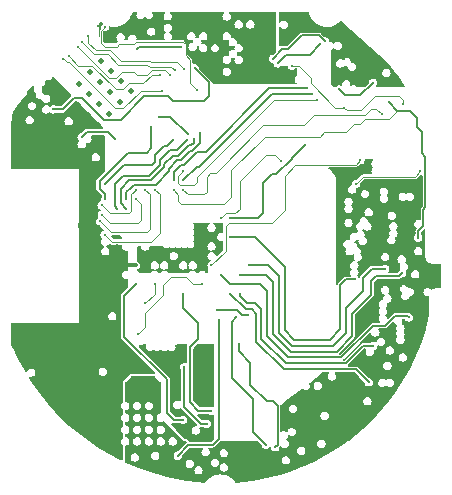
<source format=gbr>
%TF.GenerationSoftware,KiCad,Pcbnew,7.0.1*%
%TF.CreationDate,2023-12-24T21:56:22+00:00*%
%TF.ProjectId,watch_main,77617463-685f-46d6-9169-6e2e6b696361,rev?*%
%TF.SameCoordinates,Original*%
%TF.FileFunction,Copper,L3,Inr*%
%TF.FilePolarity,Positive*%
%FSLAX46Y46*%
G04 Gerber Fmt 4.6, Leading zero omitted, Abs format (unit mm)*
G04 Created by KiCad (PCBNEW 7.0.1) date 2023-12-24 21:56:22*
%MOMM*%
%LPD*%
G01*
G04 APERTURE LIST*
%TA.AperFunction,ComponentPad*%
%ADD10C,0.500000*%
%TD*%
%TA.AperFunction,ViaPad*%
%ADD11C,0.300000*%
%TD*%
%TA.AperFunction,Conductor*%
%ADD12C,0.090000*%
%TD*%
%TA.AperFunction,Conductor*%
%ADD13C,0.120000*%
%TD*%
%TA.AperFunction,Conductor*%
%ADD14C,0.150000*%
%TD*%
%TA.AperFunction,Conductor*%
%ADD15C,0.200000*%
%TD*%
%TA.AperFunction,Conductor*%
%ADD16C,0.300000*%
%TD*%
%TA.AperFunction,Conductor*%
%ADD17C,0.118400*%
%TD*%
G04 APERTURE END LIST*
D10*
%TO.N,GND*%
%TO.C,U301*%
X142517157Y-85368629D03*
X141668629Y-84520101D03*
X140820101Y-83671573D03*
X139971573Y-82823045D03*
X141574584Y-86311202D03*
X140726056Y-85462674D03*
X139877528Y-84614146D03*
X139029000Y-83765618D03*
X140632011Y-87253776D03*
X139783483Y-86405248D03*
X138934954Y-85556719D03*
X138086426Y-84708191D03*
X139689437Y-88196349D03*
X138840909Y-87347821D03*
X137992381Y-86499293D03*
X137143853Y-85650765D03*
%TD*%
D11*
%TO.N,/Power/PGD_1V2*%
X160529000Y-86746000D03*
%TO.N,/QSPI2.IO3*%
X138364000Y-81191000D03*
%TO.N,/QSPI2.IO2*%
X137988359Y-81581000D03*
%TO.N,GND*%
X138852000Y-108611000D03*
X141600000Y-110800000D03*
X141600000Y-109400000D03*
X136600000Y-110400000D03*
X135300000Y-108000000D03*
X139500000Y-99500000D03*
X139500000Y-98500000D03*
X138500000Y-96500000D03*
X137600000Y-106600000D03*
X138500000Y-101500000D03*
X137500000Y-91500000D03*
X136900000Y-89000000D03*
X139500000Y-102500000D03*
X137500000Y-105500000D03*
X138500000Y-93500000D03*
X137100000Y-107100000D03*
X134300000Y-106900000D03*
X138500000Y-97500000D03*
X138500000Y-92500000D03*
X138900000Y-111100000D03*
X133500000Y-91500000D03*
X136500000Y-106900000D03*
X138500000Y-99500000D03*
X136500000Y-105500000D03*
X136600000Y-88300000D03*
X136500000Y-91500000D03*
X146400000Y-109000000D03*
X137000000Y-109800000D03*
X139000000Y-103000000D03*
X138500000Y-102500000D03*
X138300000Y-108200000D03*
X133400000Y-108100000D03*
X137300000Y-90100000D03*
X133000000Y-86900000D03*
X139000000Y-100000000D03*
X139500000Y-97500000D03*
X134500000Y-91500000D03*
X134900000Y-90300000D03*
X136000000Y-88300000D03*
X137500000Y-110400000D03*
X137500000Y-113100000D03*
X139200000Y-108100000D03*
X135500000Y-91500000D03*
X139000000Y-101000000D03*
X139000000Y-99000000D03*
X138500000Y-113100000D03*
X141300000Y-97700000D03*
X136000000Y-106200000D03*
X135000000Y-106200000D03*
X139500000Y-103500000D03*
X138500000Y-112100000D03*
X134500000Y-105500000D03*
X133400000Y-90900000D03*
X142560528Y-108927380D03*
X135400000Y-88300000D03*
X138500000Y-104500000D03*
X133400000Y-87600000D03*
X139000000Y-105000000D03*
X136100000Y-90300000D03*
X139300000Y-90300000D03*
X138500000Y-100500000D03*
X138500000Y-94500000D03*
X139000000Y-93000000D03*
X139500000Y-101500000D03*
X135600000Y-111400000D03*
X139000000Y-94000000D03*
X136900000Y-107800000D03*
X138900000Y-106400000D03*
X135500000Y-106900000D03*
X136000000Y-90900000D03*
X136700000Y-90100000D03*
X136300000Y-88800000D03*
X135700000Y-88800000D03*
X139000000Y-95000000D03*
X141300000Y-98500000D03*
X138500000Y-105500000D03*
X139000000Y-102000000D03*
X134500000Y-88900000D03*
X138200000Y-110200000D03*
X145600000Y-107400000D03*
X135100000Y-88800000D03*
X138500000Y-98500000D03*
X146400000Y-112600000D03*
X134400000Y-109700000D03*
X132700000Y-88400000D03*
X139000000Y-98000000D03*
X134400000Y-90800000D03*
X136000000Y-107500000D03*
X146472000Y-106964000D03*
X134800000Y-107500000D03*
X136900000Y-108500000D03*
X138000000Y-91000000D03*
X133400000Y-88300000D03*
X139500000Y-104500000D03*
X132900000Y-107500000D03*
X136500000Y-112100000D03*
X134400000Y-90100000D03*
X139000000Y-96000000D03*
X142900000Y-100100000D03*
X135500000Y-105500000D03*
X137200000Y-88600000D03*
X135900000Y-108500000D03*
X148000000Y-107400000D03*
X134200000Y-85500000D03*
X137000000Y-106200000D03*
X138500000Y-91500000D03*
X133500000Y-105500000D03*
X137000000Y-90900000D03*
X134900000Y-110600000D03*
X138900000Y-107500000D03*
X139000000Y-92000000D03*
X139000000Y-97000000D03*
X140200000Y-104600000D03*
X139000000Y-104000000D03*
X137900000Y-109700000D03*
X135000000Y-90900000D03*
X144400000Y-107400000D03*
X133900000Y-90500000D03*
X149300000Y-114600000D03*
X140100000Y-108000000D03*
X137500000Y-112100000D03*
X135500000Y-90200000D03*
X138500000Y-103500000D03*
X139500000Y-100500000D03*
X138500000Y-114100000D03*
X133900000Y-108600000D03*
X132800000Y-87700000D03*
X138200000Y-106100000D03*
X133800000Y-106300000D03*
X136500000Y-108100000D03*
X136000000Y-109800000D03*
X139500000Y-105500000D03*
X138500000Y-95500000D03*
X134700000Y-88300000D03*
X138800000Y-109600000D03*
%TO.N,+1V2*%
X146700000Y-81600000D03*
X143000000Y-81750000D03*
%TO.N,+3V3*%
X143750000Y-111000000D03*
X166750000Y-95500000D03*
X143750000Y-110000000D03*
X168250000Y-101500000D03*
X142750000Y-111000000D03*
X142750000Y-110000000D03*
X143250000Y-110500000D03*
X165050000Y-96250000D03*
X156890000Y-113200000D03*
X144750000Y-111000000D03*
X164000000Y-101600000D03*
X161500000Y-94250000D03*
X144750000Y-110000000D03*
X161500000Y-95000000D03*
X162600000Y-91300000D03*
X144250000Y-110500000D03*
%TO.N,/I2C4.SCL*%
X146900000Y-92100000D03*
X158200000Y-86100000D03*
%TO.N,/I2C4.SDA*%
X157800000Y-85600000D03*
X146900000Y-92900000D03*
%TO.N,+1V8*%
X153800000Y-80680000D03*
X141000000Y-81200000D03*
X151600000Y-83700000D03*
X149600000Y-80700000D03*
X140396000Y-80441000D03*
X155503000Y-84226936D03*
X144890000Y-87520000D03*
X147300000Y-89000000D03*
X139731000Y-79809000D03*
%TO.N,/Power/PGD_1V2*%
X156100000Y-83200000D03*
X165480000Y-86430000D03*
%TO.N,/GNSS/WAKEUP*%
X146900000Y-113200000D03*
X142900000Y-101700000D03*
%TO.N,/STM32/STM32 Power/VDD11*%
X148500000Y-100100000D03*
X149300000Y-97700000D03*
X143700000Y-99300000D03*
%TO.N,/USART1.TX*%
X149300000Y-112400000D03*
X146900000Y-102500000D03*
%TO.N,/Display Power/CTRL*%
X166987500Y-92137500D03*
X161550000Y-93200000D03*
%TO.N,/STM32/MAG_INT*%
X162600000Y-110000000D03*
X150900000Y-102500000D03*
%TO.N,/QSPI1.CS*%
X140304000Y-93196000D03*
X146000000Y-89500000D03*
%TO.N,/QSPI1.SCK*%
X141300000Y-95300000D03*
X147200000Y-89500000D03*
%TO.N,/QSPI1.IO3*%
X144200000Y-88400000D03*
X140300000Y-94500000D03*
%TO.N,/QSPI1.IO0*%
X142100000Y-95300000D03*
X147800000Y-89380000D03*
%TO.N,/QSPI1.IO1*%
X142100000Y-94500000D03*
X148300000Y-88900000D03*
%TO.N,/QSPI2.SCK*%
X137200000Y-82400000D03*
X144900000Y-84000000D03*
%TO.N,/QSPI2.CS*%
X136706000Y-82645000D03*
X145100000Y-85300000D03*
%TO.N,/QSPI2.IO2*%
X145800000Y-84000000D03*
%TO.N,/QSPI2.IO3*%
X146200000Y-83600000D03*
%TO.N,/QSPI2.IO1*%
X138839000Y-80706000D03*
X147000000Y-83500000D03*
%TO.N,/QSPI2.IO0*%
X140283524Y-79924524D03*
X148070000Y-85260000D03*
%TO.N,/SDMMC1.CK*%
X144500000Y-101700000D03*
X143700000Y-103300000D03*
%TO.N,/SDMMC1.CKIN*%
X148500000Y-101700000D03*
X143100000Y-105900000D03*
%TO.N,/Power/INT*%
X157400000Y-85100000D03*
X146100000Y-92900000D03*
%TO.N,/Power/THR*%
X162978500Y-84621500D03*
X160100000Y-85200000D03*
%TO.N,/USART1.RX*%
X148900000Y-113500000D03*
X147000000Y-108700000D03*
%TO.N,/RFID/SHDN*%
X153900000Y-115300000D03*
X151400000Y-104500000D03*
%TO.N,/LPUART1.TX*%
X144500000Y-93700000D03*
X140250000Y-97500000D03*
%TO.N,/STM32/ALS_INT*%
X151700000Y-102500000D03*
X163000000Y-106900000D03*
%TO.N,/STM32/IMU_INT1*%
X166000000Y-104500000D03*
X150100000Y-100900000D03*
%TO.N,/STM32/DEBUG_LED*%
X161900000Y-91200000D03*
X149300000Y-100100000D03*
%TO.N,/LPUART1.RX*%
X140000000Y-95000000D03*
X142900000Y-93700000D03*
%TO.N,/Bluetooth/RST*%
X135900000Y-86900000D03*
X147900000Y-83400000D03*
%TO.N,/Bluetooth/DECR*%
X138310000Y-89240000D03*
X141100000Y-89400000D03*
%TO.N,/STM32/IMU_INT2*%
X151700000Y-100900000D03*
X165450000Y-100750000D03*
%TO.N,/STM32/BTN*%
X164300000Y-86280000D03*
X146100000Y-93700000D03*
X166800000Y-97750000D03*
%TO.N,/Bluetooth/UART_CTS*%
X143700000Y-93700000D03*
X139858000Y-96371000D03*
%TO.N,/Bluetooth/UART_RTS*%
X140014000Y-95802000D03*
X142900000Y-94500000D03*
%TO.N,/STM32/LRA_EN*%
X154900000Y-83000000D03*
X158500000Y-81400000D03*
%TO.N,/STM32/HR_INT*%
X154500000Y-82600000D03*
X158900000Y-81100000D03*
%TO.N,/Display Connector/RESET*%
X152500000Y-100100000D03*
X164000000Y-100400000D03*
%TO.N,/Display Connector/PCD*%
X161434000Y-101273000D03*
X150900000Y-97700000D03*
%TO.N,/STM32/RFID_PULL*%
X152400000Y-104300000D03*
X149800000Y-103900000D03*
%TO.N,/RFID/RF_IN*%
X154700000Y-115500000D03*
X151590000Y-106800000D03*
%TO.N,/RFID/OUT*%
X149900000Y-104700000D03*
X146440000Y-116200000D03*
%TO.N,/Microphone/DATA*%
X157176600Y-89900000D03*
X150900000Y-96100000D03*
%TO.N,/Microphone/CLOCK*%
X150100000Y-96100000D03*
X155200000Y-91300000D03*
%TO.N,/Power/VBUS_PROTECTED*%
X155500000Y-80700000D03*
X155750000Y-81200000D03*
X161900000Y-84780000D03*
X156000000Y-80700000D03*
%TO.N,/Power/ENCHG*%
X146900000Y-93700000D03*
X163700000Y-87300000D03*
%TD*%
D12*
%TO.N,/STM32/DEBUG_LED*%
X161500000Y-91600000D02*
X161900000Y-91200000D01*
X156400000Y-91600000D02*
X161500000Y-91600000D01*
X155495000Y-92505000D02*
X156400000Y-91600000D01*
X154400000Y-96500000D02*
X155495000Y-95405000D01*
X150741385Y-96500000D02*
X154400000Y-96500000D01*
X149300000Y-100100000D02*
X150500000Y-98900000D01*
X150500000Y-98900000D02*
X150500000Y-96741385D01*
X150500000Y-96741385D02*
X150741385Y-96500000D01*
X155495000Y-95405000D02*
X155495000Y-92505000D01*
D13*
%TO.N,/Power/PGD_1V2*%
X165480000Y-86120000D02*
X165480000Y-86430000D01*
X165160000Y-85800000D02*
X165480000Y-86120000D01*
X160529000Y-86746000D02*
X160744000Y-86961000D01*
X160744000Y-86961000D02*
X161989000Y-86961000D01*
X161989000Y-86961000D02*
X163150000Y-85800000D01*
X163150000Y-85800000D02*
X165160000Y-85800000D01*
D14*
%TO.N,/QSPI1.IO0*%
X141600000Y-94800000D02*
X142100000Y-95300000D01*
X141600000Y-93600000D02*
X141600000Y-94800000D01*
X142300000Y-92900000D02*
X141600000Y-93600000D01*
X144200000Y-92900000D02*
X142300000Y-92900000D01*
X145300000Y-91800000D02*
X144200000Y-92900000D01*
X145300000Y-91500000D02*
X145300000Y-91800000D01*
X146000000Y-90800000D02*
X145300000Y-91500000D01*
X147400000Y-89900000D02*
X146500000Y-90800000D01*
X147800000Y-89380000D02*
X147800000Y-89700000D01*
X147800000Y-89700000D02*
X147600000Y-89900000D01*
X147600000Y-89900000D02*
X147400000Y-89900000D01*
X146500000Y-90800000D02*
X146000000Y-90800000D01*
D12*
%TO.N,/QSPI2.IO0*%
X139987000Y-80221048D02*
X140283524Y-79924524D01*
X139987000Y-81287000D02*
X139987000Y-80221048D01*
X140300000Y-81600000D02*
X139987000Y-81287000D01*
X141300000Y-81600000D02*
X140300000Y-81600000D01*
X141500000Y-81400000D02*
X141300000Y-81600000D01*
X142700000Y-81400000D02*
X141500000Y-81400000D01*
X142900000Y-81200000D02*
X142700000Y-81400000D01*
X147100000Y-81400000D02*
X146900000Y-81200000D01*
X146900000Y-81200000D02*
X142900000Y-81200000D01*
X147489500Y-82700000D02*
X147100000Y-82310500D01*
X147489500Y-84679500D02*
X147489500Y-82700000D01*
X148070000Y-85260000D02*
X147489500Y-84679500D01*
X147100000Y-82310500D02*
X147100000Y-81400000D01*
D15*
%TO.N,+1V8*%
X145820000Y-87520000D02*
X147300000Y-89000000D01*
X144890000Y-87520000D02*
X145820000Y-87520000D01*
D14*
%TO.N,/Power/THR*%
X160600000Y-85700000D02*
X160100000Y-85200000D01*
X162978500Y-84621500D02*
X161900000Y-85700000D01*
X161900000Y-85700000D02*
X160600000Y-85700000D01*
D12*
%TO.N,/Bluetooth/UART_RTS*%
X143300000Y-94900000D02*
X142900000Y-94500000D01*
X143300000Y-96258615D02*
X143300000Y-94900000D01*
X140712000Y-96500000D02*
X143058615Y-96500000D01*
X140014000Y-95802000D02*
X140712000Y-96500000D01*
X143058615Y-96500000D02*
X143300000Y-96258615D01*
%TO.N,/Bluetooth/UART_CTS*%
X144100000Y-94100000D02*
X143700000Y-93700000D01*
X144100000Y-97058615D02*
X144100000Y-94100000D01*
X143858615Y-97300000D02*
X144100000Y-97058615D01*
X140787000Y-97300000D02*
X143858615Y-97300000D01*
X139858000Y-96371000D02*
X140787000Y-97300000D01*
D14*
%TO.N,/Bluetooth/DECR*%
X140500000Y-88800000D02*
X141100000Y-89400000D01*
X138310000Y-89240000D02*
X138750000Y-88800000D01*
X138750000Y-88800000D02*
X140500000Y-88800000D01*
%TO.N,/Display Connector/PCD*%
X153000000Y-97700000D02*
X150900000Y-97700000D01*
X155500000Y-100200000D02*
X153000000Y-97700000D01*
X155500000Y-105600000D02*
X155500000Y-100200000D01*
X156300000Y-106400000D02*
X155500000Y-105600000D01*
X160727000Y-101273000D02*
X160200000Y-101800000D01*
X160200000Y-105500000D02*
X159300000Y-106400000D01*
X159300000Y-106400000D02*
X156300000Y-106400000D01*
X161434000Y-101273000D02*
X160727000Y-101273000D01*
X160200000Y-101800000D02*
X160200000Y-105500000D01*
D13*
%TO.N,/Power/PGD_1V2*%
X157700000Y-84200000D02*
X156700000Y-83200000D01*
X157700000Y-84679828D02*
X157700000Y-84200000D01*
X156700000Y-83200000D02*
X156100000Y-83200000D01*
X159766172Y-86746000D02*
X157700000Y-84679828D01*
X160529000Y-86746000D02*
X159766172Y-86746000D01*
D12*
%TO.N,/QSPI2.CS*%
X143300000Y-85300000D02*
X145100000Y-85300000D01*
X141800000Y-86800000D02*
X143300000Y-85300000D01*
X141100000Y-86800000D02*
X141800000Y-86800000D01*
X137200000Y-82900000D02*
X141100000Y-86800000D01*
X137100000Y-82900000D02*
X137200000Y-82900000D01*
X136845000Y-82645000D02*
X137100000Y-82900000D01*
X136706000Y-82645000D02*
X136845000Y-82645000D01*
%TO.N,/QSPI2.IO2*%
X143850000Y-84000000D02*
X144250000Y-83600000D01*
X143000000Y-84000000D02*
X143850000Y-84000000D01*
X142700000Y-83700000D02*
X143000000Y-84000000D01*
X144250000Y-83600000D02*
X145400000Y-83600000D01*
X141700000Y-83700000D02*
X142700000Y-83700000D01*
X138117000Y-81717000D02*
X140600000Y-84200000D01*
X140600000Y-84200000D02*
X141200000Y-84200000D01*
X141200000Y-84200000D02*
X141700000Y-83700000D01*
X137988359Y-81581000D02*
X138117000Y-81709641D01*
X145400000Y-83600000D02*
X145800000Y-84000000D01*
X138117000Y-81709641D02*
X138117000Y-81717000D01*
%TO.N,/QSPI2.IO3*%
X143863615Y-83105000D02*
X144058615Y-83300000D01*
X145900000Y-83300000D02*
X146200000Y-83600000D01*
X141405000Y-83105000D02*
X143863615Y-83105000D01*
X140500000Y-82200000D02*
X141405000Y-83105000D01*
X144058615Y-83300000D02*
X145900000Y-83300000D01*
X139373000Y-82200000D02*
X140500000Y-82200000D01*
X138364000Y-81191000D02*
X139373000Y-82200000D01*
%TO.N,/QSPI2.IO1*%
X146400000Y-82900000D02*
X147000000Y-83500000D01*
X141600000Y-82800000D02*
X144100000Y-82800000D01*
X144100000Y-82800000D02*
X144200000Y-82900000D01*
X139500000Y-81900000D02*
X140700000Y-81900000D01*
X138839000Y-81239000D02*
X139500000Y-81900000D01*
X138839000Y-80706000D02*
X138839000Y-81239000D01*
X140700000Y-81900000D02*
X141600000Y-82800000D01*
X144200000Y-82900000D02*
X146400000Y-82900000D01*
D14*
%TO.N,/QSPI1.CS*%
X146000000Y-89501041D02*
X146000000Y-89500000D01*
X145501041Y-90000000D02*
X146000000Y-89501041D01*
X144276041Y-91625000D02*
X144525000Y-91376041D01*
X141875000Y-91625000D02*
X144276041Y-91625000D01*
X144525000Y-91376041D02*
X144525000Y-90775000D01*
X144525000Y-90775000D02*
X145300000Y-90000000D01*
X145300000Y-90000000D02*
X145501041Y-90000000D01*
X140304000Y-93196000D02*
X141875000Y-91625000D01*
%TO.N,/QSPI1.IO3*%
X142200000Y-90600000D02*
X143800000Y-90600000D01*
X139824000Y-92976000D02*
X142200000Y-90600000D01*
X139824000Y-93624000D02*
X139824000Y-92976000D01*
X140300000Y-94100000D02*
X139824000Y-93624000D01*
X140300000Y-94500000D02*
X140300000Y-94100000D01*
X143800000Y-90600000D02*
X144200000Y-90200000D01*
X144200000Y-90200000D02*
X144200000Y-88400000D01*
D12*
%TO.N,/Power/ENCHG*%
X147295000Y-94095000D02*
X146900000Y-93700000D01*
X148895000Y-93884307D02*
X148684307Y-94095000D01*
X148895000Y-92605000D02*
X148895000Y-93884307D01*
X149200000Y-92300000D02*
X148895000Y-92605000D01*
X148684307Y-94095000D02*
X147295000Y-94095000D01*
X149650000Y-92300000D02*
X149200000Y-92300000D01*
X153700000Y-88250000D02*
X149650000Y-92300000D01*
X157150000Y-88250000D02*
X153700000Y-88250000D01*
X158000000Y-87400000D02*
X157150000Y-88250000D01*
X162261385Y-87400000D02*
X158000000Y-87400000D01*
X162836385Y-86825000D02*
X162261385Y-87400000D01*
X163700000Y-87300000D02*
X163225000Y-86825000D01*
X163225000Y-86825000D02*
X162836385Y-86825000D01*
%TO.N,/STM32/BTN*%
X146505000Y-94105000D02*
X146100000Y-93700000D01*
X146505000Y-94663615D02*
X146505000Y-94105000D01*
X146741385Y-94900000D02*
X146505000Y-94663615D01*
X150400000Y-94900000D02*
X146741385Y-94900000D01*
X150950000Y-94350000D02*
X150400000Y-94900000D01*
X153800000Y-89200000D02*
X150950000Y-92050000D01*
X150950000Y-92050000D02*
X150950000Y-94350000D01*
X161400000Y-88100000D02*
X160700000Y-88800000D01*
X161900000Y-88100000D02*
X161400000Y-88100000D01*
X158850000Y-88800000D02*
X158450000Y-89200000D01*
X162300000Y-87700000D02*
X161900000Y-88100000D01*
X160700000Y-88800000D02*
X158850000Y-88800000D01*
X164320000Y-87700000D02*
X162300000Y-87700000D01*
X158450000Y-89200000D02*
X153800000Y-89200000D01*
X165020000Y-87000000D02*
X164320000Y-87700000D01*
D14*
%TO.N,+1V2*%
X143150000Y-81600000D02*
X143000000Y-81750000D01*
X146700000Y-81600000D02*
X143150000Y-81600000D01*
%TO.N,/STM32/HR_INT*%
X155300000Y-81800000D02*
X154500000Y-82600000D01*
X155800000Y-81800000D02*
X155300000Y-81800000D01*
X156971000Y-80629000D02*
X155800000Y-81800000D01*
X158429000Y-80629000D02*
X156971000Y-80629000D01*
X158900000Y-81100000D02*
X158429000Y-80629000D01*
%TO.N,/STM32/BTN*%
X165020000Y-87000000D02*
X164300000Y-86280000D01*
X166100000Y-87000000D02*
X165020000Y-87000000D01*
D16*
%TO.N,GND*%
X141300000Y-99800000D02*
X141300000Y-98500000D01*
X141600000Y-100100000D02*
X141300000Y-99800000D01*
X142900000Y-100100000D02*
X141600000Y-100100000D01*
D12*
%TO.N,/I2C4.SCL*%
X154598959Y-86100000D02*
X158200000Y-86100000D01*
X146650000Y-93300000D02*
X146500000Y-93150000D01*
X148100000Y-92600000D02*
X148100000Y-93058615D01*
X147858615Y-93300000D02*
X146650000Y-93300000D01*
X148100000Y-92598959D02*
X154598959Y-86100000D01*
X146500000Y-93150000D02*
X146500000Y-92500000D01*
X148100000Y-92600000D02*
X148100000Y-92598959D01*
X148100000Y-93058615D02*
X147858615Y-93300000D01*
X146500000Y-92500000D02*
X146900000Y-92100000D01*
D14*
%TO.N,/I2C4.SDA*%
X148250000Y-91750000D02*
X154400000Y-85600000D01*
X154400000Y-85600000D02*
X157800000Y-85600000D01*
X146900000Y-92900000D02*
X148050000Y-91750000D01*
X148050000Y-91750000D02*
X148250000Y-91750000D01*
%TO.N,/GNSS/WAKEUP*%
X146900000Y-113200000D02*
X146100000Y-113200000D01*
X145500000Y-112600000D02*
X145500000Y-109750000D01*
X141900000Y-106150000D02*
X141900000Y-102700000D01*
X141900000Y-102700000D02*
X142900000Y-101700000D01*
X145500000Y-109750000D02*
X141900000Y-106150000D01*
X146100000Y-113200000D02*
X145500000Y-112600000D01*
%TO.N,/USART1.TX*%
X148200000Y-105000000D02*
X148200000Y-106300000D01*
X147500000Y-111700000D02*
X148200000Y-112400000D01*
X147500000Y-107000000D02*
X147500000Y-111700000D01*
X148200000Y-106300000D02*
X147500000Y-107000000D01*
X148200000Y-112400000D02*
X149300000Y-112400000D01*
X146900000Y-102500000D02*
X146900000Y-103700000D01*
X146900000Y-103700000D02*
X148200000Y-105000000D01*
D12*
%TO.N,/Display Power/CTRL*%
X166525000Y-92600000D02*
X166987500Y-92137500D01*
X161550000Y-93200000D02*
X162150000Y-92600000D01*
X162150000Y-92600000D02*
X166525000Y-92600000D01*
D14*
%TO.N,/STM32/MAG_INT*%
X152200000Y-103800000D02*
X150900000Y-102500000D01*
X162600000Y-110000000D02*
X161500000Y-108900000D01*
X161500000Y-108900000D02*
X155401041Y-108900000D01*
X153100000Y-104200000D02*
X152700000Y-103800000D01*
X155401041Y-108900000D02*
X153100000Y-106598959D01*
X152700000Y-103800000D02*
X152200000Y-103800000D01*
X153100000Y-106598959D02*
X153100000Y-104200000D01*
%TO.N,/QSPI1.SCK*%
X141100000Y-93250000D02*
X141825000Y-92525000D01*
X141825000Y-92525000D02*
X143975000Y-92525000D01*
X144900000Y-91600000D02*
X144900000Y-91200000D01*
X143975000Y-92525000D02*
X144900000Y-91600000D01*
X141300000Y-95300000D02*
X141100000Y-95100000D01*
X144900000Y-91200000D02*
X145800000Y-90300000D01*
X145800000Y-90300000D02*
X146400000Y-90300000D01*
X141100000Y-95100000D02*
X141100000Y-93250000D01*
X146400000Y-90300000D02*
X147200000Y-89500000D01*
%TO.N,/QSPI1.IO1*%
X142723959Y-93275000D02*
X144575000Y-93275000D01*
X142100000Y-94500000D02*
X142100000Y-93900000D01*
X146400000Y-91200000D02*
X146700000Y-91200000D01*
X147500000Y-90400000D02*
X147650000Y-90400000D01*
X145700000Y-92150000D02*
X145700000Y-91900000D01*
X144575000Y-93275000D02*
X145700000Y-92150000D01*
X142100000Y-93900000D02*
X142475000Y-93525000D01*
X146700000Y-91200000D02*
X147500000Y-90400000D01*
X142475000Y-93525000D02*
X142475000Y-93523959D01*
X145700000Y-91900000D02*
X146400000Y-91200000D01*
X147650000Y-90400000D02*
X148300000Y-89750000D01*
X148300000Y-89750000D02*
X148300000Y-88900000D01*
X142475000Y-93523959D02*
X142723959Y-93275000D01*
D12*
%TO.N,/QSPI2.SCK*%
X141800000Y-85200000D02*
X141200000Y-85200000D01*
X141200000Y-85200000D02*
X139200000Y-83200000D01*
X144225000Y-84000000D02*
X143525000Y-84700000D01*
X142300000Y-84700000D02*
X141800000Y-85200000D01*
X138000000Y-83200000D02*
X137200000Y-82400000D01*
X144900000Y-84000000D02*
X144225000Y-84000000D01*
X143525000Y-84700000D02*
X142300000Y-84700000D01*
X139200000Y-83200000D02*
X138000000Y-83200000D01*
D17*
%TO.N,/SDMMC1.CK*%
X144500000Y-101700000D02*
X144500000Y-102500000D01*
X144500000Y-102500000D02*
X143700000Y-103300000D01*
%TO.N,/SDMMC1.CKIN*%
X147700000Y-101700000D02*
X147100000Y-101100000D01*
X143100000Y-105878697D02*
X143100000Y-105900000D01*
X147100000Y-101100000D02*
X145900000Y-101100000D01*
X143700000Y-105278697D02*
X143100000Y-105878697D01*
X145200000Y-102600000D02*
X143700000Y-104100000D01*
X148500000Y-101700000D02*
X147700000Y-101700000D01*
X145200000Y-101800000D02*
X145200000Y-102600000D01*
X143700000Y-104100000D02*
X143700000Y-105278697D01*
X145900000Y-101100000D02*
X145200000Y-101800000D01*
D14*
%TO.N,/Power/INT*%
X148800000Y-90500000D02*
X148100000Y-90500000D01*
X146100000Y-92200000D02*
X146100000Y-92900000D01*
X147000000Y-91600000D02*
X146700000Y-91600000D01*
X148100000Y-90500000D02*
X147000000Y-91600000D01*
X157400000Y-85100000D02*
X154200000Y-85100000D01*
X146700000Y-91600000D02*
X146100000Y-92200000D01*
X154200000Y-85100000D02*
X148800000Y-90500000D01*
%TO.N,/USART1.RX*%
X147000000Y-108700000D02*
X147000000Y-112100000D01*
X148400000Y-113500000D02*
X148900000Y-113500000D01*
X147000000Y-112100000D02*
X148400000Y-113500000D01*
%TO.N,/RFID/SHDN*%
X152800000Y-111400000D02*
X152800000Y-114200000D01*
X151400000Y-104500000D02*
X151000000Y-104900000D01*
X151000000Y-104900000D02*
X151000000Y-109600000D01*
X151000000Y-109600000D02*
X152800000Y-111400000D01*
X152800000Y-114200000D02*
X153900000Y-115300000D01*
D12*
%TO.N,/LPUART1.TX*%
X144300000Y-98000000D02*
X144200000Y-98100000D01*
X144500000Y-93700000D02*
X144900000Y-94100000D01*
X140258615Y-97500000D02*
X140250000Y-97500000D01*
X144900000Y-94100000D02*
X144900000Y-97400000D01*
X140858615Y-98100000D02*
X140258615Y-97500000D01*
X144900000Y-97400000D02*
X144300000Y-98000000D01*
X144200000Y-98100000D02*
X142500000Y-98100000D01*
X142500000Y-98100000D02*
X140858615Y-98100000D01*
D14*
%TO.N,/STM32/ALS_INT*%
X160650000Y-108400000D02*
X155600000Y-108400000D01*
X153500000Y-103800000D02*
X153025000Y-103325000D01*
X153500000Y-106300000D02*
X153500000Y-105500000D01*
X153500000Y-105500000D02*
X153500000Y-103800000D01*
X151700000Y-102700000D02*
X151700000Y-102500000D01*
X153025000Y-103325000D02*
X152325000Y-103325000D01*
X163000000Y-106900000D02*
X162150000Y-106900000D01*
X152325000Y-103325000D02*
X151700000Y-102700000D01*
X162150000Y-106900000D02*
X160650000Y-108400000D01*
X155600000Y-108400000D02*
X153500000Y-106300000D01*
%TO.N,/STM32/IMU_INT1*%
X154000000Y-102300000D02*
X153400000Y-101700000D01*
X164825000Y-104375000D02*
X164000000Y-105200000D01*
X164000000Y-105200000D02*
X163000000Y-105200000D01*
X150900000Y-101700000D02*
X150100000Y-100900000D01*
X163000000Y-105200000D02*
X160300000Y-107900000D01*
X160300000Y-107900000D02*
X155800000Y-107900000D01*
X154000000Y-106100000D02*
X154000000Y-102300000D01*
X155800000Y-107900000D02*
X154000000Y-106100000D01*
X165875000Y-104375000D02*
X164825000Y-104375000D01*
X153400000Y-101700000D02*
X150900000Y-101700000D01*
X166000000Y-104500000D02*
X165875000Y-104375000D01*
D12*
%TO.N,/LPUART1.RX*%
X140000000Y-95000000D02*
X140700000Y-95700000D01*
X140700000Y-95700000D02*
X142300000Y-95700000D01*
X142500000Y-94100000D02*
X142900000Y-93700000D01*
X142500000Y-95500000D02*
X142500000Y-94100000D01*
X142300000Y-95700000D02*
X142500000Y-95500000D01*
D14*
%TO.N,/Bluetooth/RST*%
X145600000Y-85800000D02*
X143600000Y-85800000D01*
X138300000Y-85900000D02*
X137700000Y-85900000D01*
X148700000Y-86200000D02*
X146000000Y-86200000D01*
X137700000Y-85900000D02*
X136700000Y-86900000D01*
X143600000Y-85800000D02*
X141600000Y-87800000D01*
X141600000Y-87800000D02*
X140200000Y-87800000D01*
X140200000Y-87800000D02*
X138300000Y-85900000D01*
X149100000Y-85800000D02*
X148700000Y-86200000D01*
X147900000Y-83400000D02*
X149100000Y-84600000D01*
X136700000Y-86900000D02*
X135900000Y-86900000D01*
X146000000Y-86200000D02*
X145600000Y-85800000D01*
X149100000Y-84600000D02*
X149100000Y-85800000D01*
%TO.N,/STM32/IMU_INT2*%
X163200000Y-101000000D02*
X162800000Y-101400000D01*
X165200000Y-101000000D02*
X163200000Y-101000000D01*
X165450000Y-100750000D02*
X165200000Y-101000000D01*
X161200000Y-106100000D02*
X159900000Y-107400000D01*
X162800000Y-102600000D02*
X161200000Y-104200000D01*
X162800000Y-101400000D02*
X162800000Y-102600000D01*
X153900000Y-100900000D02*
X151700000Y-100900000D01*
X154500000Y-101500000D02*
X153900000Y-100900000D01*
X154500000Y-105900000D02*
X154500000Y-101500000D01*
X156000000Y-107400000D02*
X154500000Y-105900000D01*
X161200000Y-104200000D02*
X161200000Y-106100000D01*
X159900000Y-107400000D02*
X156000000Y-107400000D01*
%TO.N,/STM32/BTN*%
X167225000Y-95387500D02*
X167412500Y-95200000D01*
X166900000Y-97100000D02*
X166901041Y-97100000D01*
X167100000Y-90600000D02*
X167100000Y-88800000D01*
X166700000Y-87600000D02*
X166100000Y-87000000D01*
X167412500Y-95200000D02*
X167412500Y-90912500D01*
X167412500Y-90912500D02*
X167100000Y-90600000D01*
X167225000Y-96776041D02*
X167225000Y-95387500D01*
X166700000Y-88400000D02*
X166700000Y-87600000D01*
X167100000Y-88800000D02*
X166700000Y-88400000D01*
X166800000Y-97750000D02*
X166800000Y-97200000D01*
X166800000Y-97200000D02*
X166900000Y-97100000D01*
X166901041Y-97100000D02*
X167225000Y-96776041D01*
%TO.N,/STM32/LRA_EN*%
X154900000Y-83000000D02*
X155600000Y-82300000D01*
X155600000Y-82300000D02*
X157600000Y-82300000D01*
X157600000Y-82300000D02*
X158500000Y-81400000D01*
%TO.N,/Display Connector/RESET*%
X156100000Y-106900000D02*
X155000000Y-105800000D01*
X164000000Y-100400000D02*
X162850000Y-100400000D01*
X162100000Y-102300000D02*
X160700000Y-103700000D01*
X162850000Y-100400000D02*
X162100000Y-101150000D01*
X155000000Y-105800000D02*
X155000000Y-101000000D01*
X160700000Y-103700000D02*
X160700000Y-105800000D01*
X154100000Y-100100000D02*
X152500000Y-100100000D01*
X159600000Y-106900000D02*
X156100000Y-106900000D01*
X160700000Y-105800000D02*
X159600000Y-106900000D01*
X155000000Y-101000000D02*
X154100000Y-100100000D01*
X162100000Y-101150000D02*
X162100000Y-102300000D01*
%TO.N,/STM32/RFID_PULL*%
X151500000Y-103900000D02*
X149800000Y-103900000D01*
X151900000Y-104300000D02*
X151500000Y-103900000D01*
X152400000Y-104300000D02*
X151900000Y-104300000D01*
%TO.N,/RFID/RF_IN*%
X154900000Y-112000000D02*
X154500000Y-111600000D01*
X152600000Y-108400000D02*
X151590000Y-107390000D01*
X154700000Y-115500000D02*
X154900000Y-115300000D01*
X154900000Y-115300000D02*
X154900000Y-112000000D01*
X154000000Y-111600000D02*
X152600000Y-110200000D01*
X152600000Y-110200000D02*
X152600000Y-108400000D01*
X154500000Y-111600000D02*
X154000000Y-111600000D01*
X151590000Y-107390000D02*
X151590000Y-106800000D01*
%TO.N,/RFID/OUT*%
X149900000Y-114800000D02*
X149900000Y-104700000D01*
X146440000Y-116200000D02*
X147340000Y-115300000D01*
X149400000Y-115300000D02*
X149900000Y-114800000D01*
X147340000Y-115300000D02*
X149400000Y-115300000D01*
%TO.N,/Microphone/DATA*%
X156100000Y-91100000D02*
X154800000Y-92400000D01*
X154400000Y-92400000D02*
X153650000Y-93150000D01*
X153650000Y-95700000D02*
X153250000Y-96100000D01*
X156100000Y-90976600D02*
X156100000Y-91100000D01*
X153650000Y-93150000D02*
X153650000Y-95700000D01*
X153250000Y-96100000D02*
X150900000Y-96100000D01*
X157176600Y-89900000D02*
X156100000Y-90976600D01*
X154800000Y-92400000D02*
X154400000Y-92400000D01*
D12*
%TO.N,/Microphone/CLOCK*%
X150500000Y-95700000D02*
X150100000Y-96100000D01*
X151700000Y-95300000D02*
X151300000Y-95700000D01*
X155200000Y-91300000D02*
X154675000Y-90775000D01*
X153923959Y-90775000D02*
X151700000Y-92998958D01*
X151700000Y-92998958D02*
X151700000Y-95300000D01*
X154675000Y-90775000D02*
X153923959Y-90775000D01*
X151300000Y-95700000D02*
X150500000Y-95700000D01*
%TD*%
%TA.AperFunction,Conductor*%
%TO.N,GND*%
G36*
X135903437Y-84168698D02*
G01*
X135942849Y-84192849D01*
X137410187Y-85660187D01*
X137435810Y-85704568D01*
X137435810Y-85755814D01*
X137410187Y-85800194D01*
X136614881Y-86595503D01*
X136582763Y-86616964D01*
X136544877Y-86624500D01*
X136155111Y-86624500D01*
X136110166Y-86613710D01*
X136108587Y-86612905D01*
X136009661Y-86562500D01*
X136009660Y-86562499D01*
X136009659Y-86562499D01*
X135900000Y-86545130D01*
X135790340Y-86562499D01*
X135691414Y-86612904D01*
X135691413Y-86612904D01*
X135691413Y-86612905D01*
X135670001Y-86634316D01*
X135625623Y-86659938D01*
X135574377Y-86659938D01*
X135529998Y-86634316D01*
X135508587Y-86612905D01*
X135409661Y-86562500D01*
X135409660Y-86562499D01*
X135409659Y-86562499D01*
X135316731Y-86547781D01*
X135299999Y-86539907D01*
X135283269Y-86547780D01*
X135190339Y-86562500D01*
X135142068Y-86587095D01*
X135091414Y-86612904D01*
X135012904Y-86691414D01*
X134962499Y-86790340D01*
X134945130Y-86899999D01*
X134962499Y-87009659D01*
X134962499Y-87009660D01*
X134962500Y-87009661D01*
X135012905Y-87108587D01*
X135091413Y-87187095D01*
X135190339Y-87237500D01*
X135300000Y-87254869D01*
X135409661Y-87237500D01*
X135508587Y-87187095D01*
X135529998Y-87165683D01*
X135574377Y-87140062D01*
X135625623Y-87140062D01*
X135670001Y-87165683D01*
X135691413Y-87187095D01*
X135790339Y-87237500D01*
X135900000Y-87254869D01*
X136009661Y-87237500D01*
X136108587Y-87187095D01*
X136108587Y-87187094D01*
X136110166Y-87186290D01*
X136155111Y-87175500D01*
X136663116Y-87175500D01*
X136682428Y-87177401D01*
X136700000Y-87180897D01*
X136727132Y-87175500D01*
X136727133Y-87175500D01*
X136807495Y-87159515D01*
X136849465Y-87131471D01*
X136875622Y-87113994D01*
X136875622Y-87113993D01*
X136886342Y-87106831D01*
X136886347Y-87106827D01*
X136890711Y-87103910D01*
X136898624Y-87098624D01*
X136908578Y-87083725D01*
X136920887Y-87068728D01*
X137785121Y-86204496D01*
X137817238Y-86183036D01*
X137855124Y-86175500D01*
X137884492Y-86175500D01*
X137922378Y-86183036D01*
X137954496Y-86204496D01*
X140105496Y-88355496D01*
X140132590Y-88406186D01*
X140126956Y-88463386D01*
X140090493Y-88507815D01*
X140035492Y-88524500D01*
X138786884Y-88524500D01*
X138767571Y-88522598D01*
X138750000Y-88519103D01*
X138749999Y-88519103D01*
X138741993Y-88520695D01*
X138722868Y-88524500D01*
X138722867Y-88524500D01*
X138687402Y-88531554D01*
X138642504Y-88540485D01*
X138609558Y-88562500D01*
X138609555Y-88562502D01*
X138579543Y-88582554D01*
X138579456Y-88582612D01*
X138551375Y-88601375D01*
X138541423Y-88616269D01*
X138529114Y-88631268D01*
X138291457Y-88868925D01*
X138236942Y-88896702D01*
X138200340Y-88902499D01*
X138101414Y-88952904D01*
X138022904Y-89031414D01*
X137972499Y-89130340D01*
X137955130Y-89239999D01*
X137972499Y-89349659D01*
X137972499Y-89349660D01*
X137972500Y-89349661D01*
X138022905Y-89448587D01*
X138044315Y-89469997D01*
X138069936Y-89514375D01*
X138069937Y-89565621D01*
X138044315Y-89610001D01*
X138012906Y-89641410D01*
X137962499Y-89740340D01*
X137945130Y-89850000D01*
X137962499Y-89959659D01*
X137962499Y-89959660D01*
X137962500Y-89959661D01*
X138012905Y-90058587D01*
X138091413Y-90137095D01*
X138190339Y-90187500D01*
X138300000Y-90204869D01*
X138409661Y-90187500D01*
X138508587Y-90137095D01*
X138587095Y-90058587D01*
X138637500Y-89959661D01*
X138654869Y-89850000D01*
X138654868Y-89849999D01*
X138657322Y-89834513D01*
X138659246Y-89834817D01*
X138660614Y-89817372D01*
X138684761Y-89777948D01*
X138724176Y-89753788D01*
X138770263Y-89750159D01*
X138800000Y-89754869D01*
X138909661Y-89737500D01*
X139008587Y-89687095D01*
X139087095Y-89608587D01*
X139137500Y-89509661D01*
X139154869Y-89400000D01*
X139137500Y-89290339D01*
X139101376Y-89219441D01*
X139090663Y-89170613D01*
X139105176Y-89122773D01*
X139141213Y-89088123D01*
X139189587Y-89075500D01*
X140151000Y-89075500D01*
X140200500Y-89088763D01*
X140236737Y-89125000D01*
X140250000Y-89174500D01*
X140250000Y-92119375D01*
X140242464Y-92157261D01*
X140221004Y-92189379D01*
X139655268Y-92755114D01*
X139640269Y-92767423D01*
X139625377Y-92777373D01*
X139616714Y-92790339D01*
X139610007Y-92800376D01*
X139610006Y-92800378D01*
X139592528Y-92826534D01*
X139592516Y-92826550D01*
X139564485Y-92868503D01*
X139564484Y-92868505D01*
X139564485Y-92868505D01*
X139558282Y-92899690D01*
X139556121Y-92910549D01*
X139543102Y-92975999D01*
X139546598Y-92993569D01*
X139548500Y-93012884D01*
X139548500Y-93587116D01*
X139546598Y-93606431D01*
X139543103Y-93624000D01*
X139548500Y-93651131D01*
X139548500Y-93651132D01*
X139564485Y-93731495D01*
X139581723Y-93757293D01*
X139581724Y-93757295D01*
X139609334Y-93798618D01*
X139609340Y-93798625D01*
X139625375Y-93822623D01*
X139640266Y-93832573D01*
X139655269Y-93844885D01*
X139992049Y-94181665D01*
X140019826Y-94236182D01*
X140010255Y-94296614D01*
X139962499Y-94390340D01*
X139945130Y-94500000D01*
X139953603Y-94553490D01*
X139951449Y-94594600D01*
X139932759Y-94631280D01*
X139900767Y-94657187D01*
X139890339Y-94662499D01*
X139890339Y-94662500D01*
X139859418Y-94678254D01*
X139791414Y-94712904D01*
X139712904Y-94791414D01*
X139662499Y-94890340D01*
X139645130Y-94999999D01*
X139662499Y-95109659D01*
X139662499Y-95109660D01*
X139662500Y-95109661D01*
X139712905Y-95208587D01*
X139791413Y-95287095D01*
X139848842Y-95316356D01*
X139888309Y-95352838D01*
X139902898Y-95404565D01*
X139888310Y-95456293D01*
X139848844Y-95492775D01*
X139805415Y-95514903D01*
X139726904Y-95593414D01*
X139676499Y-95692340D01*
X139659130Y-95802000D01*
X139676500Y-95911661D01*
X139695646Y-95949238D01*
X139706300Y-95999362D01*
X139690466Y-96048099D01*
X139652386Y-96082389D01*
X139649417Y-96083901D01*
X139570904Y-96162414D01*
X139520499Y-96261340D01*
X139503130Y-96371000D01*
X139520499Y-96480659D01*
X139520499Y-96480660D01*
X139520500Y-96480661D01*
X139570905Y-96579587D01*
X139649413Y-96658095D01*
X139748339Y-96708500D01*
X139835356Y-96722282D01*
X139864810Y-96731852D01*
X139889869Y-96750058D01*
X140151287Y-97011476D01*
X140179064Y-97065993D01*
X140169493Y-97126425D01*
X140126228Y-97169690D01*
X140041414Y-97212904D01*
X139962904Y-97291414D01*
X139912499Y-97390340D01*
X139895130Y-97500000D01*
X139912499Y-97609659D01*
X139912499Y-97609660D01*
X139912500Y-97609661D01*
X139962905Y-97708587D01*
X140009315Y-97754997D01*
X140034936Y-97799372D01*
X140034939Y-97850614D01*
X140019583Y-97877217D01*
X140020024Y-97877442D01*
X140012905Y-97891412D01*
X140012905Y-97891413D01*
X140001584Y-97913632D01*
X139962499Y-97990340D01*
X139945130Y-98100000D01*
X139962499Y-98209659D01*
X139962499Y-98209660D01*
X139962500Y-98209661D01*
X140012905Y-98308587D01*
X140091413Y-98387095D01*
X140139880Y-98411790D01*
X140179346Y-98448273D01*
X140193935Y-98500000D01*
X140179346Y-98551727D01*
X140139880Y-98588210D01*
X140091414Y-98612904D01*
X140012904Y-98691414D01*
X139962499Y-98790340D01*
X139945130Y-98899999D01*
X139962499Y-99009659D01*
X139962499Y-99009660D01*
X139962500Y-99009661D01*
X140012905Y-99108587D01*
X140091413Y-99187095D01*
X140190339Y-99237500D01*
X140300000Y-99254869D01*
X140409661Y-99237500D01*
X140508587Y-99187095D01*
X140587095Y-99108587D01*
X140637500Y-99009661D01*
X140654869Y-98900000D01*
X140637500Y-98790339D01*
X140587095Y-98691413D01*
X140508587Y-98612905D01*
X140460117Y-98588208D01*
X140420653Y-98551727D01*
X140406064Y-98500000D01*
X140420653Y-98448273D01*
X140460117Y-98411791D01*
X140508587Y-98387095D01*
X140586445Y-98309236D01*
X140624626Y-98285495D01*
X140669373Y-98281089D01*
X140711453Y-98296930D01*
X140718742Y-98301801D01*
X140729873Y-98309238D01*
X140762825Y-98331256D01*
X140858615Y-98350310D01*
X140873235Y-98347401D01*
X140892548Y-98345500D01*
X141653688Y-98345500D01*
X141707608Y-98361472D01*
X141744129Y-98404234D01*
X141751468Y-98459986D01*
X141745597Y-98497061D01*
X141745131Y-98500000D01*
X141762499Y-98609659D01*
X141762499Y-98609660D01*
X141762500Y-98609661D01*
X141812905Y-98708587D01*
X141891413Y-98787095D01*
X141990339Y-98837500D01*
X142100000Y-98854869D01*
X142135513Y-98849244D01*
X142191266Y-98856584D01*
X142234028Y-98893106D01*
X142250000Y-98947025D01*
X142250000Y-100452975D01*
X142234028Y-100506894D01*
X142191266Y-100543416D01*
X142135513Y-100550755D01*
X142100000Y-100545131D01*
X142099999Y-100545131D01*
X141990340Y-100562499D01*
X141891414Y-100612904D01*
X141812904Y-100691414D01*
X141762499Y-100790340D01*
X141745130Y-100899999D01*
X141762499Y-101009659D01*
X141762499Y-101009660D01*
X141762500Y-101009661D01*
X141812905Y-101108587D01*
X141891413Y-101187095D01*
X141990339Y-101237500D01*
X142100000Y-101254869D01*
X142135513Y-101249244D01*
X142191266Y-101256584D01*
X142234028Y-101293106D01*
X142250000Y-101347025D01*
X142250000Y-101919375D01*
X142242464Y-101957261D01*
X142221003Y-101989379D01*
X141731267Y-102479114D01*
X141716269Y-102491423D01*
X141701375Y-102501375D01*
X141682611Y-102529455D01*
X141682612Y-102529456D01*
X141682554Y-102529543D01*
X141674515Y-102541575D01*
X141674514Y-102541577D01*
X141661824Y-102560569D01*
X141640485Y-102592504D01*
X141635833Y-102615890D01*
X141626562Y-102662500D01*
X141619103Y-102700000D01*
X141620955Y-102709312D01*
X141622598Y-102717569D01*
X141624500Y-102736884D01*
X141624500Y-106113116D01*
X141622598Y-106132428D01*
X141619103Y-106150000D01*
X141624500Y-106177132D01*
X141624500Y-106177133D01*
X141634036Y-106225072D01*
X141640485Y-106257495D01*
X141667639Y-106298134D01*
X141684714Y-106323689D01*
X141701375Y-106348623D01*
X141716266Y-106358573D01*
X141731269Y-106370885D01*
X144485880Y-109125496D01*
X144512974Y-109176186D01*
X144507340Y-109233386D01*
X144470877Y-109277815D01*
X144415876Y-109294500D01*
X142530652Y-109294500D01*
X142490559Y-109298449D01*
X142462239Y-109304082D01*
X142388164Y-109334764D01*
X142364161Y-109350803D01*
X142333017Y-109376363D01*
X141876363Y-109833017D01*
X141850803Y-109864161D01*
X141834764Y-109888164D01*
X141804082Y-109962239D01*
X141798449Y-109990559D01*
X141794500Y-110030652D01*
X141794500Y-111581930D01*
X141800176Y-111629901D01*
X141801607Y-111635859D01*
X141800625Y-111685842D01*
X141775346Y-111728971D01*
X141712906Y-111791411D01*
X141662499Y-111890340D01*
X141645130Y-111999999D01*
X141662499Y-112109659D01*
X141662499Y-112109660D01*
X141662500Y-112109661D01*
X141712905Y-112208587D01*
X141775347Y-112271029D01*
X141800624Y-112314156D01*
X141801608Y-112364138D01*
X141800176Y-112370101D01*
X141794500Y-112418070D01*
X141794500Y-112581930D01*
X141800176Y-112629901D01*
X141801607Y-112635859D01*
X141800625Y-112685842D01*
X141775346Y-112728971D01*
X141712906Y-112791411D01*
X141662499Y-112890340D01*
X141645130Y-112999999D01*
X141662499Y-113109659D01*
X141662499Y-113109660D01*
X141662500Y-113109661D01*
X141712905Y-113208587D01*
X141775347Y-113271029D01*
X141800624Y-113314156D01*
X141801608Y-113364138D01*
X141800176Y-113370101D01*
X141794500Y-113418070D01*
X141794500Y-113581930D01*
X141800176Y-113629901D01*
X141801607Y-113635859D01*
X141800625Y-113685842D01*
X141775346Y-113728971D01*
X141712906Y-113791411D01*
X141662499Y-113890340D01*
X141645130Y-113999999D01*
X141662499Y-114109659D01*
X141662499Y-114109660D01*
X141662500Y-114109661D01*
X141712905Y-114208587D01*
X141775347Y-114271029D01*
X141800624Y-114314156D01*
X141801608Y-114364138D01*
X141800176Y-114370101D01*
X141794500Y-114418070D01*
X141794500Y-114581930D01*
X141800176Y-114629901D01*
X141801607Y-114635859D01*
X141800625Y-114685842D01*
X141775346Y-114728971D01*
X141712906Y-114791411D01*
X141662499Y-114890340D01*
X141645130Y-115000000D01*
X141662499Y-115109659D01*
X141662499Y-115109660D01*
X141662500Y-115109661D01*
X141712905Y-115208587D01*
X141775347Y-115271029D01*
X141800624Y-115314156D01*
X141801608Y-115364138D01*
X141800176Y-115370101D01*
X141794500Y-115418070D01*
X141794500Y-116522922D01*
X141782274Y-116570579D01*
X141748617Y-116606466D01*
X141701841Y-116621719D01*
X141653500Y-116612571D01*
X141563870Y-116570579D01*
X141520958Y-116550474D01*
X141516992Y-116548507D01*
X140760524Y-116151932D01*
X140756651Y-116149789D01*
X140018708Y-115719818D01*
X140014933Y-115717504D01*
X140009037Y-115713706D01*
X139619130Y-115462524D01*
X139296931Y-115254960D01*
X139293264Y-115252480D01*
X138596660Y-114758303D01*
X138593108Y-114755662D01*
X137919287Y-114230833D01*
X137915856Y-114228035D01*
X137266176Y-113673614D01*
X137262874Y-113670666D01*
X136638624Y-113087750D01*
X136635457Y-113084657D01*
X136037904Y-112474431D01*
X136034878Y-112471200D01*
X135971136Y-112400000D01*
X135465183Y-111834849D01*
X135462309Y-111831491D01*
X134921627Y-111170305D01*
X134918910Y-111166826D01*
X134823332Y-111038655D01*
X134408348Y-110482156D01*
X134405783Y-110478552D01*
X134377466Y-110436807D01*
X133967902Y-109833017D01*
X133926319Y-109771714D01*
X133923917Y-109767996D01*
X133860265Y-109664482D01*
X133845614Y-109610795D01*
X133862240Y-109557686D01*
X133904889Y-109521937D01*
X133960081Y-109514844D01*
X134036000Y-109526869D01*
X134145661Y-109509500D01*
X134244587Y-109459095D01*
X134323095Y-109380587D01*
X134373500Y-109281661D01*
X134390869Y-109172000D01*
X134379465Y-109100000D01*
X139745130Y-109100000D01*
X139762499Y-109209659D01*
X139762499Y-109209660D01*
X139762500Y-109209661D01*
X139812905Y-109308587D01*
X139891413Y-109387095D01*
X139990339Y-109437500D01*
X140100000Y-109454869D01*
X140209661Y-109437500D01*
X140308587Y-109387095D01*
X140387095Y-109308587D01*
X140437500Y-109209661D01*
X140454869Y-109100000D01*
X140437500Y-108990339D01*
X140387095Y-108891413D01*
X140308587Y-108812905D01*
X140209661Y-108762500D01*
X140209660Y-108762499D01*
X140209659Y-108762499D01*
X140100000Y-108745130D01*
X139990340Y-108762499D01*
X139891414Y-108812904D01*
X139812904Y-108891414D01*
X139762499Y-108990340D01*
X139745130Y-109100000D01*
X134379465Y-109100000D01*
X134373500Y-109062339D01*
X134323095Y-108963413D01*
X134244587Y-108884905D01*
X134145661Y-108834500D01*
X134145660Y-108834499D01*
X134145659Y-108834499D01*
X134036000Y-108817130D01*
X133926340Y-108834499D01*
X133827414Y-108884904D01*
X133748904Y-108963414D01*
X133698499Y-109062340D01*
X133697676Y-109067541D01*
X133671284Y-109120641D01*
X133619282Y-109149134D01*
X133560324Y-109142799D01*
X133515564Y-109103908D01*
X133476531Y-109040431D01*
X133474325Y-109036657D01*
X133059903Y-108289801D01*
X133057849Y-108285897D01*
X133016496Y-108202823D01*
X132677237Y-107521279D01*
X132675357Y-107517278D01*
X132650310Y-107460760D01*
X132360024Y-106805725D01*
X132351535Y-106765615D01*
X132351535Y-105059000D01*
X132364798Y-105009500D01*
X132401035Y-104973263D01*
X132450535Y-104960000D01*
X138041532Y-104960000D01*
X138041533Y-104960000D01*
X138041533Y-104400000D01*
X140545130Y-104400000D01*
X140562499Y-104509659D01*
X140562499Y-104509660D01*
X140562500Y-104509661D01*
X140612905Y-104608587D01*
X140691413Y-104687095D01*
X140790339Y-104737500D01*
X140900000Y-104754869D01*
X141009661Y-104737500D01*
X141108587Y-104687095D01*
X141187095Y-104608587D01*
X141237500Y-104509661D01*
X141254869Y-104400000D01*
X141247898Y-104355991D01*
X141237500Y-104290340D01*
X141237500Y-104290339D01*
X141187095Y-104191413D01*
X141108587Y-104112905D01*
X141009661Y-104062500D01*
X141009660Y-104062499D01*
X141009659Y-104062499D01*
X140900000Y-104045130D01*
X140790340Y-104062499D01*
X140691414Y-104112904D01*
X140612904Y-104191414D01*
X140562499Y-104290340D01*
X140545130Y-104400000D01*
X138041533Y-104400000D01*
X138041533Y-96960000D01*
X138041533Y-96925167D01*
X138040000Y-96917460D01*
X138040000Y-96552540D01*
X138041533Y-96544833D01*
X138041533Y-91960001D01*
X138041533Y-91960000D01*
X138041532Y-91960000D01*
X132450535Y-91960000D01*
X132401035Y-91946737D01*
X132364798Y-91910500D01*
X132351535Y-91861000D01*
X132351535Y-90950000D01*
X139145130Y-90950000D01*
X139162499Y-91059659D01*
X139162499Y-91059660D01*
X139162500Y-91059661D01*
X139212905Y-91158587D01*
X139291413Y-91237095D01*
X139390339Y-91287500D01*
X139500000Y-91304869D01*
X139609661Y-91287500D01*
X139708587Y-91237095D01*
X139787095Y-91158587D01*
X139837500Y-91059661D01*
X139854869Y-90950000D01*
X139852009Y-90931946D01*
X139837500Y-90840340D01*
X139837500Y-90840339D01*
X139787095Y-90741413D01*
X139708587Y-90662905D01*
X139609661Y-90612500D01*
X139609660Y-90612499D01*
X139609659Y-90612499D01*
X139500000Y-90595130D01*
X139390340Y-90612499D01*
X139291414Y-90662904D01*
X139212904Y-90741414D01*
X139162499Y-90840340D01*
X139145130Y-90950000D01*
X132351535Y-90950000D01*
X132351535Y-88140229D01*
X132351536Y-88140226D01*
X132351535Y-88095400D01*
X132351691Y-88089851D01*
X132353406Y-88059307D01*
X132367964Y-87800000D01*
X133545130Y-87800000D01*
X133562499Y-87909659D01*
X133562499Y-87909660D01*
X133562500Y-87909661D01*
X133612905Y-88008587D01*
X133691413Y-88087095D01*
X133790339Y-88137500D01*
X133900000Y-88154869D01*
X134009661Y-88137500D01*
X134108587Y-88087095D01*
X134187095Y-88008587D01*
X134237500Y-87909661D01*
X134239030Y-87899999D01*
X136845130Y-87899999D01*
X136862499Y-88009659D01*
X136862499Y-88009660D01*
X136862500Y-88009661D01*
X136912905Y-88108587D01*
X136991413Y-88187095D01*
X137090339Y-88237500D01*
X137200000Y-88254869D01*
X137309661Y-88237500D01*
X137408587Y-88187095D01*
X137487095Y-88108587D01*
X137537500Y-88009661D01*
X137554869Y-87900000D01*
X137537500Y-87790339D01*
X137487095Y-87691413D01*
X137408587Y-87612905D01*
X137309661Y-87562500D01*
X137309660Y-87562499D01*
X137309659Y-87562499D01*
X137200000Y-87545130D01*
X137090340Y-87562499D01*
X136991414Y-87612904D01*
X136912904Y-87691414D01*
X136862499Y-87790340D01*
X136845130Y-87899999D01*
X134239030Y-87899999D01*
X134254869Y-87800000D01*
X134237500Y-87690339D01*
X134187095Y-87591413D01*
X134108587Y-87512905D01*
X134009661Y-87462500D01*
X134009660Y-87462499D01*
X134009659Y-87462499D01*
X133900000Y-87445130D01*
X133790340Y-87462499D01*
X133691414Y-87512904D01*
X133612904Y-87591414D01*
X133562499Y-87690340D01*
X133545130Y-87800000D01*
X132367964Y-87800000D01*
X132368193Y-87795921D01*
X132369434Y-87784906D01*
X132418281Y-87497397D01*
X132420744Y-87486603D01*
X132501475Y-87206363D01*
X132505130Y-87195916D01*
X132616731Y-86926473D01*
X132621537Y-86916491D01*
X132762600Y-86661246D01*
X132768493Y-86651868D01*
X132805294Y-86599999D01*
X133745130Y-86599999D01*
X133762499Y-86709659D01*
X133762499Y-86709660D01*
X133762500Y-86709661D01*
X133812905Y-86808587D01*
X133891413Y-86887095D01*
X133990339Y-86937500D01*
X134100000Y-86954869D01*
X134209661Y-86937500D01*
X134308587Y-86887095D01*
X134387095Y-86808587D01*
X134437500Y-86709661D01*
X134454869Y-86600000D01*
X134437500Y-86490339D01*
X134387095Y-86391413D01*
X134308587Y-86312905D01*
X134209661Y-86262500D01*
X134209660Y-86262499D01*
X134209659Y-86262499D01*
X134100000Y-86245130D01*
X133990340Y-86262499D01*
X133891414Y-86312904D01*
X133812904Y-86391414D01*
X133762499Y-86490340D01*
X133745130Y-86599999D01*
X132805294Y-86599999D01*
X132937248Y-86414018D01*
X132944167Y-86405344D01*
X132970726Y-86375623D01*
X133139788Y-86186432D01*
X133143573Y-86182428D01*
X133175859Y-86150141D01*
X133175859Y-86150139D01*
X133186794Y-86139205D01*
X133187044Y-86138858D01*
X133566531Y-85758540D01*
X133579353Y-85749304D01*
X133584225Y-85743959D01*
X133584228Y-85743958D01*
X133616012Y-85709091D01*
X133619070Y-85705886D01*
X133632385Y-85692543D01*
X133632389Y-85692536D01*
X133632431Y-85692495D01*
X133640893Y-85681798D01*
X133659916Y-85660933D01*
X133663545Y-85651562D01*
X133674127Y-85631462D01*
X133679790Y-85623176D01*
X133679789Y-85623176D01*
X133679791Y-85623175D01*
X133686224Y-85595684D01*
X133690301Y-85582498D01*
X133700500Y-85556173D01*
X133700500Y-85546125D01*
X133703105Y-85523564D01*
X133704149Y-85519103D01*
X133705394Y-85513785D01*
X133701464Y-85485834D01*
X133700500Y-85472051D01*
X133700500Y-85365479D01*
X133708036Y-85327593D01*
X133729496Y-85295476D01*
X134096942Y-84928029D01*
X134145349Y-84901416D01*
X134200480Y-84904884D01*
X134245170Y-84937353D01*
X134265506Y-84988713D01*
X134258623Y-85024799D01*
X134258953Y-85024852D01*
X134239130Y-85150000D01*
X134256499Y-85259659D01*
X134256499Y-85259660D01*
X134256500Y-85259661D01*
X134306905Y-85358587D01*
X134385413Y-85437095D01*
X134391301Y-85440095D01*
X134429383Y-85474384D01*
X134445219Y-85523121D01*
X134434566Y-85573247D01*
X134433499Y-85575339D01*
X134416130Y-85684999D01*
X134433499Y-85794659D01*
X134433499Y-85794660D01*
X134433500Y-85794661D01*
X134483905Y-85893587D01*
X134562413Y-85972095D01*
X134661339Y-86022500D01*
X134771000Y-86039869D01*
X134849249Y-86027475D01*
X134900214Y-86032831D01*
X134941673Y-86062952D01*
X134962253Y-86109176D01*
X134962499Y-86109660D01*
X134962500Y-86109661D01*
X135012905Y-86208587D01*
X135091413Y-86287095D01*
X135190339Y-86337500D01*
X135283269Y-86352219D01*
X135299999Y-86360092D01*
X135316731Y-86352219D01*
X135409661Y-86337500D01*
X135508587Y-86287095D01*
X135587095Y-86208587D01*
X135637500Y-86109661D01*
X135654869Y-86000000D01*
X135637500Y-85890339D01*
X135587095Y-85791413D01*
X135508587Y-85712905D01*
X135409661Y-85662500D01*
X135409660Y-85662499D01*
X135409659Y-85662499D01*
X135299999Y-85645130D01*
X135221750Y-85657524D01*
X135170783Y-85652167D01*
X135129324Y-85622044D01*
X135108751Y-85575833D01*
X135108500Y-85575341D01*
X135108500Y-85575339D01*
X135058095Y-85476413D01*
X134979587Y-85397905D01*
X134979584Y-85397903D01*
X134973698Y-85394904D01*
X134935614Y-85360612D01*
X134919779Y-85311872D01*
X134930436Y-85261748D01*
X134931500Y-85259661D01*
X134948869Y-85150000D01*
X134931500Y-85040339D01*
X134931499Y-85040338D01*
X134931351Y-85039399D01*
X134933505Y-84998289D01*
X134952195Y-84961609D01*
X134984184Y-84935704D01*
X135079587Y-84887095D01*
X135158095Y-84808587D01*
X135208500Y-84709661D01*
X135225869Y-84600000D01*
X135214411Y-84527659D01*
X135220728Y-84474287D01*
X135254002Y-84432080D01*
X135304426Y-84413478D01*
X135334624Y-84419485D01*
X135334852Y-84418047D01*
X135350338Y-84420499D01*
X135350339Y-84420500D01*
X135460000Y-84437869D01*
X135569661Y-84420500D01*
X135668587Y-84370095D01*
X135747095Y-84291587D01*
X135784636Y-84217907D01*
X135814654Y-84182761D01*
X135857358Y-84165072D01*
X135903437Y-84168698D01*
G37*
%TD.AperFunction*%
%TA.AperFunction,Conductor*%
G36*
X143720826Y-106762623D02*
G01*
X143756864Y-106797272D01*
X143771377Y-106845112D01*
X143764855Y-106874836D01*
X143764953Y-106874852D01*
X143745130Y-106999999D01*
X143762499Y-107109659D01*
X143762499Y-107109660D01*
X143762500Y-107109661D01*
X143812905Y-107208587D01*
X143891413Y-107287095D01*
X143990339Y-107337500D01*
X144100000Y-107354869D01*
X144209661Y-107337500D01*
X144308587Y-107287095D01*
X144329998Y-107265683D01*
X144374377Y-107240062D01*
X144425623Y-107240062D01*
X144470001Y-107265683D01*
X144491413Y-107287095D01*
X144590339Y-107337500D01*
X144700000Y-107354869D01*
X144809661Y-107337500D01*
X144908587Y-107287095D01*
X144929998Y-107265683D01*
X144974377Y-107240062D01*
X145025623Y-107240062D01*
X145070001Y-107265683D01*
X145091413Y-107287095D01*
X145190339Y-107337500D01*
X145300000Y-107354869D01*
X145409661Y-107337500D01*
X145508587Y-107287095D01*
X145529998Y-107265683D01*
X145574377Y-107240062D01*
X145625623Y-107240062D01*
X145670001Y-107265683D01*
X145691413Y-107287095D01*
X145790339Y-107337500D01*
X145900000Y-107354869D01*
X146009661Y-107337500D01*
X146108587Y-107287095D01*
X146187095Y-107208587D01*
X146237500Y-107109661D01*
X146254869Y-107000000D01*
X146240865Y-106911585D01*
X146243019Y-106870479D01*
X146261709Y-106833799D01*
X146293697Y-106807895D01*
X146383587Y-106762095D01*
X146383587Y-106762094D01*
X146386148Y-106760790D01*
X146431092Y-106750000D01*
X147150488Y-106750000D01*
X147201385Y-106764085D01*
X147237799Y-106802334D01*
X147249369Y-106853861D01*
X147243065Y-106872939D01*
X147244327Y-106873191D01*
X147240485Y-106892504D01*
X147240485Y-106892505D01*
X147225952Y-106965569D01*
X147223817Y-106976303D01*
X147219103Y-106999999D01*
X147222598Y-107017569D01*
X147224500Y-107036884D01*
X147224500Y-108264775D01*
X147208528Y-108318694D01*
X147165767Y-108355216D01*
X147110012Y-108362556D01*
X147109662Y-108362500D01*
X147109661Y-108362500D01*
X147000000Y-108345131D01*
X146999999Y-108345131D01*
X146890340Y-108362499D01*
X146791414Y-108412904D01*
X146712904Y-108491414D01*
X146662499Y-108590340D01*
X146645130Y-108699999D01*
X146662499Y-108809659D01*
X146662499Y-108809660D01*
X146662500Y-108809661D01*
X146704154Y-108891413D01*
X146713710Y-108910166D01*
X146724500Y-108955111D01*
X146724500Y-111510413D01*
X146711877Y-111558787D01*
X146677227Y-111594824D01*
X146629387Y-111609337D01*
X146580558Y-111598623D01*
X146509661Y-111562500D01*
X146509660Y-111562499D01*
X146509659Y-111562499D01*
X146400000Y-111545130D01*
X146290340Y-111562499D01*
X146191414Y-111612904D01*
X146112904Y-111691414D01*
X146062499Y-111790340D01*
X146045130Y-111900000D01*
X146062499Y-112009659D01*
X146062499Y-112009660D01*
X146062500Y-112009661D01*
X146112905Y-112108587D01*
X146191413Y-112187095D01*
X146290339Y-112237500D01*
X146400000Y-112254869D01*
X146509661Y-112237500D01*
X146608587Y-112187095D01*
X146608589Y-112187092D01*
X146618431Y-112182078D01*
X146664672Y-112171296D01*
X146710616Y-112183286D01*
X146745692Y-112215288D01*
X146772138Y-112254869D01*
X146801374Y-112298623D01*
X146816266Y-112308573D01*
X146831269Y-112320885D01*
X148072719Y-113562335D01*
X148100496Y-113616852D01*
X148090925Y-113677284D01*
X148047660Y-113720549D01*
X147987228Y-113730120D01*
X147966095Y-113726772D01*
X147856435Y-113744141D01*
X147757509Y-113794546D01*
X147678999Y-113873056D01*
X147628594Y-113971982D01*
X147611225Y-114081641D01*
X147628594Y-114191301D01*
X147628594Y-114191302D01*
X147628595Y-114191303D01*
X147679000Y-114290229D01*
X147757508Y-114368737D01*
X147856434Y-114419142D01*
X147966095Y-114436511D01*
X148075756Y-114419142D01*
X148174682Y-114368737D01*
X148253190Y-114290229D01*
X148303595Y-114191303D01*
X148320964Y-114081642D01*
X148303595Y-113971981D01*
X148277042Y-113919868D01*
X148266638Y-113866189D01*
X148286317Y-113815173D01*
X148330076Y-113782385D01*
X148384566Y-113777827D01*
X148400000Y-113780897D01*
X148417571Y-113777401D01*
X148436884Y-113775500D01*
X148644889Y-113775500D01*
X148689834Y-113786290D01*
X148691412Y-113787094D01*
X148691413Y-113787095D01*
X148790339Y-113837500D01*
X148900000Y-113854869D01*
X149009661Y-113837500D01*
X149108587Y-113787095D01*
X149187095Y-113708587D01*
X149237500Y-113609661D01*
X149254869Y-113500000D01*
X149253744Y-113492900D01*
X149237500Y-113390340D01*
X149237500Y-113390339D01*
X149187095Y-113291413D01*
X149108587Y-113212905D01*
X149009661Y-113162500D01*
X149009660Y-113162499D01*
X149009659Y-113162499D01*
X148900000Y-113145130D01*
X148790340Y-113162499D01*
X148738711Y-113188805D01*
X148691413Y-113212905D01*
X148691412Y-113212905D01*
X148689834Y-113213710D01*
X148644889Y-113224500D01*
X148555124Y-113224500D01*
X148517238Y-113216964D01*
X148485120Y-113195504D01*
X148139553Y-112849937D01*
X148113524Y-112803987D01*
X148114821Y-112751192D01*
X148143076Y-112706576D01*
X148190249Y-112682834D01*
X148199997Y-112680895D01*
X148200000Y-112680896D01*
X148217572Y-112677400D01*
X148236879Y-112675500D01*
X149044889Y-112675500D01*
X149089834Y-112686290D01*
X149091412Y-112687094D01*
X149091413Y-112687095D01*
X149190339Y-112737500D01*
X149300000Y-112754869D01*
X149385513Y-112741325D01*
X149441267Y-112748665D01*
X149484028Y-112785187D01*
X149500000Y-112839106D01*
X149500000Y-114769376D01*
X149492464Y-114807262D01*
X149471004Y-114839380D01*
X149314880Y-114995504D01*
X149282762Y-115016964D01*
X149244876Y-115024500D01*
X147486796Y-115024500D01*
X147435069Y-115009912D01*
X147398587Y-114970446D01*
X147394923Y-114963255D01*
X147378153Y-114930342D01*
X147351271Y-114893342D01*
X147305807Y-114847878D01*
X147248518Y-114818689D01*
X147248512Y-114818687D01*
X147205022Y-114804556D01*
X147141524Y-114794500D01*
X147141522Y-114794500D01*
X147126128Y-114794500D01*
X147088242Y-114786964D01*
X147056124Y-114765504D01*
X146290619Y-113999999D01*
X145920723Y-113630103D01*
X145895446Y-113586974D01*
X145894464Y-113536990D01*
X145918031Y-113492900D01*
X145960137Y-113465946D01*
X146010040Y-113463003D01*
X146072867Y-113475500D01*
X146072868Y-113475500D01*
X146100000Y-113480897D01*
X146117571Y-113477401D01*
X146136884Y-113475500D01*
X146644889Y-113475500D01*
X146689834Y-113486290D01*
X146691412Y-113487094D01*
X146691413Y-113487095D01*
X146790339Y-113537500D01*
X146900000Y-113554869D01*
X147009661Y-113537500D01*
X147108587Y-113487095D01*
X147187095Y-113408587D01*
X147237500Y-113309661D01*
X147254869Y-113200000D01*
X147237500Y-113090339D01*
X147187095Y-112991413D01*
X147108587Y-112912905D01*
X147009661Y-112862500D01*
X147009660Y-112862499D01*
X147009659Y-112862499D01*
X146900000Y-112845130D01*
X146790340Y-112862499D01*
X146738711Y-112888805D01*
X146691413Y-112912905D01*
X146691412Y-112912905D01*
X146689834Y-112913710D01*
X146644889Y-112924500D01*
X146255124Y-112924500D01*
X146217238Y-112916964D01*
X146185120Y-112895504D01*
X145804496Y-112514880D01*
X145783036Y-112482762D01*
X145775500Y-112444876D01*
X145775500Y-109786884D01*
X145777402Y-109767569D01*
X145780897Y-109750000D01*
X145761416Y-109652067D01*
X145760936Y-109647193D01*
X145759515Y-109642506D01*
X145759515Y-109642505D01*
X145698624Y-109551376D01*
X145689630Y-109545366D01*
X145683732Y-109541425D01*
X145668730Y-109529114D01*
X143152438Y-107012822D01*
X143127373Y-106970438D01*
X143125826Y-106921221D01*
X143148182Y-106877348D01*
X143188908Y-106849670D01*
X143237926Y-106845037D01*
X143300000Y-106854869D01*
X143409661Y-106837500D01*
X143508587Y-106787095D01*
X143516688Y-106778993D01*
X143548803Y-106757536D01*
X143586689Y-106750000D01*
X143672453Y-106750000D01*
X143720826Y-106762623D01*
G37*
%TD.AperFunction*%
%TA.AperFunction,Conductor*%
G36*
X149450500Y-106763263D02*
G01*
X149486737Y-106799500D01*
X149500000Y-106849000D01*
X149500000Y-111960894D01*
X149484028Y-112014813D01*
X149441267Y-112051335D01*
X149385513Y-112058675D01*
X149300000Y-112045130D01*
X149190340Y-112062499D01*
X149138711Y-112088805D01*
X149091413Y-112112905D01*
X149091412Y-112112905D01*
X149089834Y-112113710D01*
X149044889Y-112124500D01*
X148355123Y-112124500D01*
X148317237Y-112116964D01*
X148285119Y-112095503D01*
X147804496Y-111614879D01*
X147783036Y-111582762D01*
X147775500Y-111544876D01*
X147775500Y-107155123D01*
X147783036Y-107117237D01*
X147804496Y-107085120D01*
X148110618Y-106778997D01*
X148142736Y-106757536D01*
X148180622Y-106750000D01*
X149401000Y-106750000D01*
X149450500Y-106763263D01*
G37*
%TD.AperFunction*%
%TA.AperFunction,Conductor*%
G36*
X141542378Y-97553036D02*
G01*
X141574496Y-97574496D01*
X141685496Y-97685496D01*
X141712590Y-97736186D01*
X141706956Y-97793386D01*
X141670493Y-97837815D01*
X141615492Y-97854500D01*
X141001312Y-97854500D01*
X140963426Y-97846964D01*
X140931308Y-97825504D01*
X140820308Y-97714504D01*
X140793214Y-97663814D01*
X140798848Y-97606614D01*
X140835311Y-97562185D01*
X140890312Y-97545500D01*
X141504492Y-97545500D01*
X141542378Y-97553036D01*
G37*
%TD.AperFunction*%
%TD*%
%TA.AperFunction,Conductor*%
%TO.N,+3V3*%
G36*
X162966778Y-91112471D02*
G01*
X162994033Y-91145681D01*
X162998244Y-91188437D01*
X162977992Y-91226326D01*
X162912905Y-91291412D01*
X162890000Y-91336366D01*
X162862500Y-91390339D01*
X162845131Y-91500000D01*
X162862500Y-91609661D01*
X162899186Y-91681661D01*
X162912905Y-91708587D01*
X162951992Y-91747674D01*
X162971145Y-91780847D01*
X162971145Y-91819153D01*
X162951992Y-91852326D01*
X162912905Y-91891412D01*
X162906359Y-91904260D01*
X162862500Y-91990339D01*
X162845131Y-92100000D01*
X162862500Y-92209661D01*
X162905170Y-92293406D01*
X162906953Y-92296905D01*
X162913401Y-92345886D01*
X162887588Y-92388009D01*
X162841018Y-92404500D01*
X162195792Y-92404500D01*
X162173153Y-92400653D01*
X162143146Y-92404035D01*
X162134861Y-92404500D01*
X162127971Y-92404500D01*
X162123055Y-92405621D01*
X162121253Y-92406033D01*
X162113078Y-92407422D01*
X162083068Y-92410803D01*
X162063543Y-92418891D01*
X162039940Y-92437714D01*
X162033179Y-92442512D01*
X162027336Y-92446183D01*
X162022455Y-92451064D01*
X162016276Y-92456585D01*
X161992669Y-92475411D01*
X161979382Y-92494137D01*
X161644332Y-92829187D01*
X161614874Y-92847239D01*
X161580432Y-92849950D01*
X161550002Y-92845131D01*
X161550001Y-92845131D01*
X161440339Y-92862500D01*
X161413265Y-92876295D01*
X161341412Y-92912905D01*
X161262905Y-92991412D01*
X161261675Y-92993827D01*
X161212500Y-93090339D01*
X161201036Y-93162717D01*
X161195131Y-93200000D01*
X161202156Y-93244352D01*
X161198152Y-93282447D01*
X161175637Y-93313436D01*
X161140644Y-93329016D01*
X161112339Y-93333499D01*
X161112339Y-93333500D01*
X161013412Y-93383905D01*
X160934905Y-93462412D01*
X160918234Y-93495131D01*
X160884500Y-93561339D01*
X160867131Y-93671000D01*
X160884500Y-93780661D01*
X160934905Y-93879587D01*
X161013413Y-93958095D01*
X161112339Y-94008500D01*
X161222000Y-94025869D01*
X161331661Y-94008500D01*
X161430587Y-93958095D01*
X161509095Y-93879587D01*
X161559500Y-93780661D01*
X161576869Y-93671000D01*
X161569844Y-93626647D01*
X161573848Y-93588552D01*
X161596364Y-93557563D01*
X161631358Y-93541983D01*
X161646662Y-93539558D01*
X161659661Y-93537500D01*
X161758587Y-93487095D01*
X161837095Y-93408587D01*
X161887500Y-93309661D01*
X161904869Y-93200000D01*
X161900048Y-93169566D01*
X161902758Y-93135126D01*
X161920809Y-93105668D01*
X162209304Y-92817174D01*
X162233313Y-92801133D01*
X162261631Y-92795500D01*
X166479208Y-92795500D01*
X166501846Y-92799346D01*
X166502547Y-92799266D01*
X166502548Y-92799267D01*
X166531854Y-92795964D01*
X166540139Y-92795500D01*
X166547025Y-92795500D01*
X166547029Y-92795500D01*
X166553758Y-92793963D01*
X166561915Y-92792577D01*
X166591230Y-92789275D01*
X166591231Y-92789274D01*
X166591935Y-92789195D01*
X166611450Y-92781111D01*
X166612003Y-92780669D01*
X166612006Y-92780669D01*
X166635058Y-92762283D01*
X166641821Y-92757485D01*
X166647663Y-92753816D01*
X166652543Y-92748934D01*
X166658726Y-92743410D01*
X166681779Y-92725027D01*
X166681779Y-92725025D01*
X166682332Y-92724585D01*
X166695615Y-92705862D01*
X166893167Y-92508309D01*
X166922624Y-92490259D01*
X166957064Y-92487548D01*
X166987500Y-92492369D01*
X167097161Y-92475000D01*
X167097163Y-92474998D01*
X167101423Y-92474324D01*
X167143098Y-92479811D01*
X167175062Y-92507110D01*
X167187000Y-92547413D01*
X167187000Y-95075942D01*
X167181367Y-95104261D01*
X167165326Y-95128268D01*
X167071099Y-95222494D01*
X167068291Y-95225159D01*
X167038490Y-95251993D01*
X167028581Y-95274248D01*
X167023043Y-95284448D01*
X167009773Y-95304881D01*
X167008443Y-95313282D01*
X167002960Y-95331794D01*
X167002514Y-95332799D01*
X166999500Y-95339569D01*
X166999500Y-95363927D01*
X166998589Y-95375502D01*
X166994778Y-95399564D01*
X166996979Y-95407779D01*
X166999500Y-95426930D01*
X166999500Y-96190087D01*
X166987562Y-96230390D01*
X166955598Y-96257689D01*
X166913923Y-96263176D01*
X166909663Y-96262501D01*
X166909661Y-96262500D01*
X166800000Y-96245131D01*
X166799999Y-96245131D01*
X166745169Y-96253815D01*
X166690339Y-96262500D01*
X166640875Y-96287702D01*
X166591412Y-96312905D01*
X166512905Y-96391412D01*
X166489423Y-96437500D01*
X166462500Y-96490339D01*
X166445131Y-96600000D01*
X166462500Y-96709661D01*
X166512905Y-96808587D01*
X166591413Y-96887095D01*
X166634866Y-96909235D01*
X166667205Y-96941574D01*
X166674360Y-96986746D01*
X166653597Y-97027496D01*
X166646100Y-97034993D01*
X166643292Y-97037658D01*
X166613490Y-97064493D01*
X166603581Y-97086748D01*
X166598043Y-97096948D01*
X166584773Y-97117381D01*
X166583443Y-97125782D01*
X166577960Y-97144296D01*
X166574500Y-97152069D01*
X166574500Y-97176427D01*
X166573589Y-97188002D01*
X166569778Y-97212064D01*
X166571979Y-97220279D01*
X166574500Y-97239430D01*
X166574500Y-97449166D01*
X166568867Y-97477485D01*
X166552826Y-97501492D01*
X166512905Y-97541412D01*
X166487976Y-97590339D01*
X166462500Y-97640339D01*
X166445131Y-97750000D01*
X166462500Y-97859661D01*
X166512905Y-97958587D01*
X166591413Y-98037095D01*
X166690339Y-98087500D01*
X166800000Y-98104869D01*
X166909661Y-98087500D01*
X167008587Y-98037095D01*
X167087095Y-97958587D01*
X167137500Y-97859661D01*
X167154869Y-97750000D01*
X167137500Y-97640339D01*
X167087095Y-97541413D01*
X167047174Y-97501492D01*
X167031133Y-97477485D01*
X167025500Y-97449166D01*
X167025500Y-97326013D01*
X167033566Y-97292417D01*
X167056006Y-97266145D01*
X167070825Y-97255378D01*
X167072364Y-97254260D01*
X167076613Y-97246898D01*
X167088370Y-97231575D01*
X167273174Y-97046770D01*
X167311063Y-97026519D01*
X167353819Y-97030730D01*
X167387029Y-97057985D01*
X167399500Y-97099097D01*
X167399500Y-99302405D01*
X167399500Y-99350000D01*
X167399500Y-99417660D01*
X167429611Y-99549588D01*
X167488325Y-99671507D01*
X167572695Y-99777305D01*
X167678493Y-99861675D01*
X167800412Y-99920389D01*
X167932340Y-99950500D01*
X167943827Y-99950500D01*
X168000000Y-99950500D01*
X168047595Y-99950500D01*
X168676535Y-99950500D01*
X168713535Y-99960414D01*
X168740621Y-99987500D01*
X168750535Y-100024500D01*
X168750535Y-101975497D01*
X168740621Y-102012497D01*
X168713535Y-102039583D01*
X168676536Y-102049497D01*
X168272160Y-102049499D01*
X168272154Y-102049500D01*
X168237974Y-102049500D01*
X168157345Y-102067903D01*
X168117030Y-102077105D01*
X168005263Y-102130929D01*
X167985390Y-102146777D01*
X167953009Y-102161630D01*
X167917440Y-102159632D01*
X167886929Y-102141247D01*
X167808587Y-102062905D01*
X167709661Y-102012500D01*
X167600000Y-101995131D01*
X167490339Y-102012500D01*
X167444694Y-102035757D01*
X167391412Y-102062905D01*
X167312905Y-102141412D01*
X167296077Y-102174440D01*
X167262500Y-102240339D01*
X167245131Y-102350000D01*
X167262500Y-102459661D01*
X167312905Y-102558587D01*
X167391413Y-102637095D01*
X167490339Y-102687500D01*
X167600000Y-102704869D01*
X167664023Y-102694728D01*
X167705683Y-102700209D01*
X167737644Y-102727489D01*
X167749598Y-102767773D01*
X167750508Y-104305802D01*
X167748442Y-104323212D01*
X167567939Y-105070907D01*
X167567092Y-105074100D01*
X167343222Y-105848159D01*
X167342233Y-105851312D01*
X167084039Y-106614599D01*
X167082911Y-106617704D01*
X166790898Y-107368721D01*
X166789632Y-107371773D01*
X166464389Y-108109006D01*
X166462988Y-108111998D01*
X166105177Y-108833947D01*
X166103645Y-108836874D01*
X165713939Y-109542181D01*
X165712277Y-109545036D01*
X165291496Y-110232215D01*
X165289708Y-110234994D01*
X164838668Y-110902715D01*
X164836758Y-110905411D01*
X164356349Y-111552353D01*
X164354320Y-111554960D01*
X163845543Y-112179777D01*
X163843400Y-112182292D01*
X163307239Y-112783777D01*
X163304987Y-112786194D01*
X162742472Y-113363190D01*
X162740113Y-113365503D01*
X162152448Y-113916775D01*
X162149989Y-113918981D01*
X161538276Y-114443496D01*
X161535720Y-114445590D01*
X160901226Y-114942260D01*
X160898580Y-114944238D01*
X160242536Y-115412102D01*
X160239804Y-115413960D01*
X159563521Y-115852080D01*
X159560708Y-115853814D01*
X158865566Y-116261298D01*
X158862680Y-116262905D01*
X158150029Y-116638962D01*
X158147073Y-116640438D01*
X157418346Y-116984310D01*
X157415327Y-116985653D01*
X156671989Y-117296650D01*
X156668914Y-117297857D01*
X155912406Y-117575375D01*
X155909279Y-117576443D01*
X155141175Y-117819905D01*
X155138004Y-117820833D01*
X154359771Y-118029776D01*
X154356562Y-118030561D01*
X153569788Y-118204556D01*
X153566547Y-118205197D01*
X152772799Y-118343899D01*
X152769532Y-118344395D01*
X151970380Y-118447529D01*
X151967095Y-118447879D01*
X151390975Y-118496209D01*
X151352785Y-118489189D01*
X151323407Y-118463799D01*
X151280805Y-118400530D01*
X151271712Y-118387025D01*
X151113401Y-118214763D01*
X150931033Y-118068204D01*
X150728740Y-117950669D01*
X150728739Y-117950668D01*
X150511100Y-117864817D01*
X150283044Y-117812595D01*
X150049733Y-117795183D01*
X149816448Y-117812975D01*
X149588478Y-117865569D01*
X149370985Y-117951773D01*
X149370982Y-117951774D01*
X149370981Y-117951775D01*
X149317124Y-117983183D01*
X149168874Y-118069642D01*
X148986750Y-118216495D01*
X148828722Y-118389012D01*
X148776882Y-118466273D01*
X148747601Y-118491683D01*
X148709491Y-118498802D01*
X148083613Y-118448386D01*
X148080322Y-118448047D01*
X147231793Y-118341339D01*
X147228520Y-118340853D01*
X146385609Y-118196319D01*
X146382361Y-118195687D01*
X145546752Y-118013614D01*
X145543535Y-118012837D01*
X144716902Y-117793591D01*
X144713724Y-117792671D01*
X143897755Y-117536703D01*
X143894620Y-117535643D01*
X143659047Y-117450000D01*
X147845131Y-117450000D01*
X147862500Y-117559661D01*
X147912905Y-117658587D01*
X147991413Y-117737095D01*
X148090339Y-117787500D01*
X148200000Y-117804869D01*
X148309661Y-117787500D01*
X148408587Y-117737095D01*
X148487095Y-117658587D01*
X148537500Y-117559661D01*
X148554869Y-117450000D01*
X148537500Y-117340339D01*
X148487095Y-117241413D01*
X148445682Y-117200000D01*
X149995131Y-117200000D01*
X150012500Y-117309661D01*
X150062905Y-117408587D01*
X150141413Y-117487095D01*
X150240339Y-117537500D01*
X150350000Y-117554869D01*
X150459661Y-117537500D01*
X150558587Y-117487095D01*
X150637095Y-117408587D01*
X150687500Y-117309661D01*
X150704869Y-117200000D01*
X150687500Y-117090339D01*
X150637095Y-116991413D01*
X150558587Y-116912905D01*
X150459661Y-116862500D01*
X150350000Y-116845131D01*
X150240339Y-116862500D01*
X150192070Y-116887094D01*
X150141412Y-116912905D01*
X150062905Y-116991412D01*
X150054154Y-117008587D01*
X150012500Y-117090339D01*
X149995131Y-117200000D01*
X148445682Y-117200000D01*
X148408587Y-117162905D01*
X148309661Y-117112500D01*
X148200000Y-117095131D01*
X148090339Y-117112500D01*
X148041275Y-117137499D01*
X147991412Y-117162905D01*
X147912905Y-117241412D01*
X147887702Y-117290876D01*
X147862500Y-117340339D01*
X147845131Y-117450000D01*
X143659047Y-117450000D01*
X143090857Y-117243433D01*
X143087773Y-117242233D01*
X142297890Y-116914390D01*
X142294863Y-116913053D01*
X142267002Y-116900000D01*
X147105131Y-116900000D01*
X147122500Y-117009661D01*
X147172905Y-117108587D01*
X147251413Y-117187095D01*
X147350339Y-117237500D01*
X147460000Y-117254869D01*
X147569661Y-117237500D01*
X147668587Y-117187095D01*
X147747095Y-117108587D01*
X147797500Y-117009661D01*
X147814869Y-116900000D01*
X147799030Y-116800000D01*
X149245131Y-116800000D01*
X149262500Y-116909661D01*
X149312905Y-117008587D01*
X149391413Y-117087095D01*
X149490339Y-117137500D01*
X149600000Y-117154869D01*
X149709661Y-117137500D01*
X149808587Y-117087095D01*
X149887095Y-117008587D01*
X149937500Y-116909661D01*
X149954869Y-116800000D01*
X149937500Y-116690339D01*
X149891470Y-116600000D01*
X155245131Y-116600000D01*
X155262500Y-116709661D01*
X155312905Y-116808587D01*
X155391413Y-116887095D01*
X155490339Y-116937500D01*
X155600000Y-116954869D01*
X155709661Y-116937500D01*
X155808587Y-116887095D01*
X155887095Y-116808587D01*
X155937500Y-116709661D01*
X155954869Y-116600000D01*
X155937500Y-116490339D01*
X155887095Y-116391413D01*
X155808587Y-116312905D01*
X155709661Y-116262500D01*
X155600000Y-116245131D01*
X155490339Y-116262500D01*
X155442070Y-116287094D01*
X155391412Y-116312905D01*
X155312905Y-116391412D01*
X155304154Y-116408587D01*
X155262500Y-116490339D01*
X155245131Y-116600000D01*
X149891470Y-116600000D01*
X149887095Y-116591413D01*
X149808587Y-116512905D01*
X149709661Y-116462500D01*
X149600000Y-116445131D01*
X149490339Y-116462500D01*
X149467679Y-116474046D01*
X149391412Y-116512905D01*
X149312905Y-116591412D01*
X149301954Y-116612905D01*
X149262500Y-116690339D01*
X149245131Y-116800000D01*
X147799030Y-116800000D01*
X147797500Y-116790339D01*
X147747095Y-116691413D01*
X147668587Y-116612905D01*
X147569661Y-116562500D01*
X147460000Y-116545131D01*
X147350339Y-116562500D01*
X147308247Y-116583947D01*
X147251412Y-116612905D01*
X147172905Y-116691412D01*
X147167568Y-116701887D01*
X147122500Y-116790339D01*
X147105131Y-116900000D01*
X142267002Y-116900000D01*
X142149887Y-116845131D01*
X142042604Y-116794868D01*
X142011553Y-116767563D01*
X142000000Y-116727859D01*
X142000000Y-116364387D01*
X142455057Y-116364387D01*
X142472426Y-116474048D01*
X142522831Y-116572974D01*
X142601339Y-116651482D01*
X142700265Y-116701887D01*
X142809926Y-116719256D01*
X142919587Y-116701887D01*
X143018513Y-116651482D01*
X143097021Y-116572974D01*
X143147426Y-116474048D01*
X143164795Y-116364387D01*
X143147426Y-116254726D01*
X143124637Y-116210000D01*
X144185131Y-116210000D01*
X144202500Y-116319661D01*
X144252905Y-116418587D01*
X144331413Y-116497095D01*
X144430339Y-116547500D01*
X144540000Y-116564869D01*
X144649661Y-116547500D01*
X144748587Y-116497095D01*
X144827095Y-116418587D01*
X144877500Y-116319661D01*
X144894869Y-116210000D01*
X144877500Y-116100339D01*
X144827095Y-116001413D01*
X144748587Y-115922905D01*
X144649661Y-115872500D01*
X144540000Y-115855131D01*
X144430339Y-115872500D01*
X144395328Y-115890339D01*
X144331412Y-115922905D01*
X144252905Y-116001412D01*
X144248775Y-116009518D01*
X144202500Y-116100339D01*
X144185131Y-116210000D01*
X143124637Y-116210000D01*
X143097021Y-116155800D01*
X143018513Y-116077292D01*
X142919587Y-116026887D01*
X142809926Y-116009518D01*
X142700265Y-116026887D01*
X142650801Y-116052089D01*
X142601338Y-116077292D01*
X142522831Y-116155799D01*
X142506209Y-116188422D01*
X142472426Y-116254726D01*
X142471385Y-116261298D01*
X142456565Y-116354869D01*
X142455057Y-116364387D01*
X142000000Y-116364387D01*
X142000000Y-115418071D01*
X142008065Y-115384476D01*
X142030503Y-115358204D01*
X142062423Y-115344982D01*
X142064816Y-115344602D01*
X142109661Y-115337500D01*
X142208587Y-115287095D01*
X142287095Y-115208587D01*
X142337500Y-115109661D01*
X142354869Y-115000000D01*
X142645131Y-115000000D01*
X142662500Y-115109661D01*
X142712905Y-115208587D01*
X142791413Y-115287095D01*
X142890339Y-115337500D01*
X143000000Y-115354869D01*
X143109661Y-115337500D01*
X143208587Y-115287095D01*
X143287095Y-115208587D01*
X143337500Y-115109661D01*
X143354869Y-115000000D01*
X143645131Y-115000000D01*
X143662500Y-115109661D01*
X143712905Y-115208587D01*
X143791413Y-115287095D01*
X143890339Y-115337500D01*
X144000000Y-115354869D01*
X144109661Y-115337500D01*
X144208587Y-115287095D01*
X144287095Y-115208587D01*
X144337500Y-115109661D01*
X144354869Y-115000000D01*
X144645131Y-115000000D01*
X144662500Y-115109661D01*
X144712905Y-115208587D01*
X144791413Y-115287095D01*
X144890339Y-115337500D01*
X145000000Y-115354869D01*
X145109661Y-115337500D01*
X145208587Y-115287095D01*
X145287095Y-115208587D01*
X145337500Y-115109661D01*
X145354869Y-115000000D01*
X145645131Y-115000000D01*
X145662500Y-115109661D01*
X145712905Y-115208587D01*
X145791413Y-115287095D01*
X145890339Y-115337500D01*
X146000000Y-115354869D01*
X146109661Y-115337500D01*
X146208587Y-115287095D01*
X146287095Y-115208587D01*
X146337500Y-115109661D01*
X146354869Y-115000000D01*
X146337500Y-114890339D01*
X146287095Y-114791413D01*
X146208587Y-114712905D01*
X146109661Y-114662500D01*
X146000000Y-114645131D01*
X145890339Y-114662500D01*
X145878393Y-114668587D01*
X145791412Y-114712905D01*
X145712905Y-114791412D01*
X145689423Y-114837500D01*
X145662500Y-114890339D01*
X145645131Y-115000000D01*
X145354869Y-115000000D01*
X145337500Y-114890339D01*
X145287095Y-114791413D01*
X145208587Y-114712905D01*
X145109661Y-114662500D01*
X145000000Y-114645131D01*
X144890339Y-114662500D01*
X144878393Y-114668587D01*
X144791412Y-114712905D01*
X144712905Y-114791412D01*
X144689423Y-114837500D01*
X144662500Y-114890339D01*
X144645131Y-115000000D01*
X144354869Y-115000000D01*
X144337500Y-114890339D01*
X144287095Y-114791413D01*
X144208587Y-114712905D01*
X144109661Y-114662500D01*
X144000000Y-114645131D01*
X143890339Y-114662500D01*
X143878393Y-114668587D01*
X143791412Y-114712905D01*
X143712905Y-114791412D01*
X143689423Y-114837500D01*
X143662500Y-114890339D01*
X143645131Y-115000000D01*
X143354869Y-115000000D01*
X143337500Y-114890339D01*
X143287095Y-114791413D01*
X143208587Y-114712905D01*
X143109661Y-114662500D01*
X143000000Y-114645131D01*
X142890339Y-114662500D01*
X142878393Y-114668587D01*
X142791412Y-114712905D01*
X142712905Y-114791412D01*
X142689423Y-114837500D01*
X142662500Y-114890339D01*
X142645131Y-115000000D01*
X142354869Y-115000000D01*
X142337500Y-114890339D01*
X142287095Y-114791413D01*
X142208587Y-114712905D01*
X142109661Y-114662500D01*
X142062423Y-114655018D01*
X142030503Y-114641796D01*
X142008065Y-114615524D01*
X142000000Y-114581929D01*
X142000000Y-114418071D01*
X142008065Y-114384476D01*
X142030503Y-114358204D01*
X142062423Y-114344982D01*
X142064816Y-114344602D01*
X142109661Y-114337500D01*
X142208587Y-114287095D01*
X142287095Y-114208587D01*
X142337500Y-114109661D01*
X142354869Y-114000000D01*
X142645131Y-114000000D01*
X142662500Y-114109661D01*
X142712905Y-114208587D01*
X142791413Y-114287095D01*
X142890339Y-114337500D01*
X143000000Y-114354869D01*
X143109661Y-114337500D01*
X143208587Y-114287095D01*
X143287095Y-114208587D01*
X143337500Y-114109661D01*
X143354869Y-114000000D01*
X143645131Y-114000000D01*
X143662500Y-114109661D01*
X143712905Y-114208587D01*
X143791413Y-114287095D01*
X143890339Y-114337500D01*
X144000000Y-114354869D01*
X144109661Y-114337500D01*
X144208587Y-114287095D01*
X144287095Y-114208587D01*
X144337500Y-114109661D01*
X144354869Y-114000000D01*
X144645131Y-114000000D01*
X144662500Y-114109661D01*
X144712905Y-114208587D01*
X144791413Y-114287095D01*
X144890339Y-114337500D01*
X145000000Y-114354869D01*
X145109661Y-114337500D01*
X145208587Y-114287095D01*
X145287095Y-114208587D01*
X145337500Y-114109661D01*
X145354869Y-114000000D01*
X145337500Y-113890339D01*
X145287095Y-113791413D01*
X145208587Y-113712905D01*
X145109661Y-113662500D01*
X145000000Y-113645131D01*
X144890339Y-113662500D01*
X144871345Y-113672178D01*
X144791412Y-113712905D01*
X144712905Y-113791412D01*
X144711308Y-113794547D01*
X144662500Y-113890339D01*
X144645131Y-114000000D01*
X144354869Y-114000000D01*
X144337500Y-113890339D01*
X144287095Y-113791413D01*
X144208587Y-113712905D01*
X144109661Y-113662500D01*
X144000000Y-113645131D01*
X143890339Y-113662500D01*
X143871345Y-113672178D01*
X143791412Y-113712905D01*
X143712905Y-113791412D01*
X143711308Y-113794547D01*
X143662500Y-113890339D01*
X143645131Y-114000000D01*
X143354869Y-114000000D01*
X143337500Y-113890339D01*
X143287095Y-113791413D01*
X143208587Y-113712905D01*
X143109661Y-113662500D01*
X143000000Y-113645131D01*
X142890339Y-113662500D01*
X142871345Y-113672178D01*
X142791412Y-113712905D01*
X142712905Y-113791412D01*
X142711308Y-113794547D01*
X142662500Y-113890339D01*
X142645131Y-114000000D01*
X142354869Y-114000000D01*
X142337500Y-113890339D01*
X142287095Y-113791413D01*
X142208587Y-113712905D01*
X142109661Y-113662500D01*
X142062423Y-113655018D01*
X142030503Y-113641796D01*
X142008065Y-113615524D01*
X142000000Y-113581929D01*
X142000000Y-113418071D01*
X142008065Y-113384476D01*
X142030503Y-113358204D01*
X142062423Y-113344982D01*
X142064816Y-113344602D01*
X142109661Y-113337500D01*
X142208587Y-113287095D01*
X142287095Y-113208587D01*
X142337500Y-113109661D01*
X142354869Y-113000000D01*
X142645131Y-113000000D01*
X142662500Y-113109661D01*
X142712905Y-113208587D01*
X142791413Y-113287095D01*
X142890339Y-113337500D01*
X143000000Y-113354869D01*
X143109661Y-113337500D01*
X143208587Y-113287095D01*
X143287095Y-113208587D01*
X143337500Y-113109661D01*
X143354869Y-113000000D01*
X143645131Y-113000000D01*
X143662500Y-113109661D01*
X143712905Y-113208587D01*
X143791413Y-113287095D01*
X143890339Y-113337500D01*
X144000000Y-113354869D01*
X144109661Y-113337500D01*
X144208587Y-113287095D01*
X144287095Y-113208587D01*
X144337500Y-113109661D01*
X144354869Y-113000000D01*
X144337500Y-112890339D01*
X144287095Y-112791413D01*
X144208587Y-112712905D01*
X144109661Y-112662500D01*
X144000000Y-112645131D01*
X143890339Y-112662500D01*
X143842068Y-112687095D01*
X143791412Y-112712905D01*
X143712905Y-112791412D01*
X143704154Y-112808587D01*
X143662500Y-112890339D01*
X143645131Y-113000000D01*
X143354869Y-113000000D01*
X143337500Y-112890339D01*
X143287095Y-112791413D01*
X143208587Y-112712905D01*
X143109661Y-112662500D01*
X143000000Y-112645131D01*
X142890339Y-112662500D01*
X142842068Y-112687095D01*
X142791412Y-112712905D01*
X142712905Y-112791412D01*
X142704154Y-112808587D01*
X142662500Y-112890339D01*
X142645131Y-113000000D01*
X142354869Y-113000000D01*
X142337500Y-112890339D01*
X142287095Y-112791413D01*
X142208587Y-112712905D01*
X142109661Y-112662500D01*
X142062423Y-112655018D01*
X142030503Y-112641796D01*
X142008065Y-112615524D01*
X142000000Y-112581929D01*
X142000000Y-112418071D01*
X142008065Y-112384476D01*
X142030503Y-112358204D01*
X142062423Y-112344982D01*
X142064816Y-112344602D01*
X142109661Y-112337500D01*
X142208587Y-112287095D01*
X142287095Y-112208587D01*
X142337500Y-112109661D01*
X142354869Y-112000000D01*
X142645131Y-112000000D01*
X142662500Y-112109661D01*
X142712905Y-112208587D01*
X142791413Y-112287095D01*
X142890339Y-112337500D01*
X143000000Y-112354869D01*
X143109661Y-112337500D01*
X143208587Y-112287095D01*
X143287095Y-112208587D01*
X143337500Y-112109661D01*
X143354869Y-112000000D01*
X143645131Y-112000000D01*
X143662500Y-112109661D01*
X143712905Y-112208587D01*
X143791413Y-112287095D01*
X143890339Y-112337500D01*
X144000000Y-112354869D01*
X144109661Y-112337500D01*
X144208587Y-112287095D01*
X144287095Y-112208587D01*
X144337500Y-112109661D01*
X144354869Y-112000000D01*
X144337500Y-111890339D01*
X144287095Y-111791413D01*
X144208587Y-111712905D01*
X144109661Y-111662500D01*
X144000000Y-111645131D01*
X143890339Y-111662500D01*
X143840875Y-111687702D01*
X143791412Y-111712905D01*
X143712905Y-111791412D01*
X143687702Y-111840876D01*
X143662500Y-111890339D01*
X143645131Y-112000000D01*
X143354869Y-112000000D01*
X143337500Y-111890339D01*
X143287095Y-111791413D01*
X143208587Y-111712905D01*
X143109661Y-111662500D01*
X143000000Y-111645131D01*
X142890339Y-111662500D01*
X142840875Y-111687702D01*
X142791412Y-111712905D01*
X142712905Y-111791412D01*
X142687702Y-111840876D01*
X142662500Y-111890339D01*
X142645131Y-112000000D01*
X142354869Y-112000000D01*
X142337500Y-111890339D01*
X142287095Y-111791413D01*
X142208587Y-111712905D01*
X142109661Y-111662500D01*
X142062423Y-111655018D01*
X142030503Y-111641796D01*
X142008065Y-111615524D01*
X142000000Y-111581929D01*
X142000000Y-110030652D01*
X142005633Y-110002333D01*
X142021674Y-109978326D01*
X142478326Y-109521674D01*
X142502333Y-109505633D01*
X142530652Y-109500000D01*
X144469348Y-109500000D01*
X144497667Y-109505633D01*
X144521674Y-109521674D01*
X144978326Y-109978326D01*
X144994367Y-110002333D01*
X145000000Y-110030652D01*
X145000000Y-112581929D01*
X144991935Y-112615524D01*
X144969497Y-112641796D01*
X144937577Y-112655018D01*
X144890339Y-112662500D01*
X144791412Y-112712905D01*
X144712905Y-112791412D01*
X144704154Y-112808587D01*
X144662500Y-112890339D01*
X144645131Y-113000000D01*
X144662500Y-113109661D01*
X144712905Y-113208587D01*
X144791413Y-113287095D01*
X144890339Y-113337500D01*
X145000000Y-113354869D01*
X145109661Y-113337500D01*
X145208587Y-113287095D01*
X145208588Y-113287093D01*
X145212691Y-113285003D01*
X145257862Y-113277849D01*
X145298612Y-113298611D01*
X147000000Y-115000000D01*
X147141522Y-115000000D01*
X147185018Y-115014132D01*
X147211900Y-115051132D01*
X147211901Y-115096866D01*
X147185020Y-115133865D01*
X147178846Y-115138350D01*
X147168676Y-115145740D01*
X147164424Y-115153105D01*
X147152667Y-115168426D01*
X146497706Y-115823387D01*
X146468248Y-115841439D01*
X146451490Y-115842757D01*
X146451576Y-115843298D01*
X146440001Y-115845131D01*
X146330339Y-115862500D01*
X146310713Y-115872500D01*
X146231412Y-115912905D01*
X146152905Y-115991412D01*
X146144154Y-116008587D01*
X146102500Y-116090339D01*
X146085131Y-116200000D01*
X146102500Y-116309661D01*
X146152905Y-116408587D01*
X146231413Y-116487095D01*
X146330339Y-116537500D01*
X146440000Y-116554869D01*
X146549661Y-116537500D01*
X146648587Y-116487095D01*
X146727095Y-116408587D01*
X146777500Y-116309661D01*
X146794869Y-116200000D01*
X146796703Y-116188422D01*
X146797242Y-116188507D01*
X146798560Y-116171753D01*
X146816611Y-116142293D01*
X147411731Y-115547174D01*
X147435738Y-115531133D01*
X147464057Y-115525500D01*
X148500166Y-115525500D01*
X148541278Y-115537971D01*
X148568533Y-115571181D01*
X148572744Y-115613937D01*
X148552492Y-115651826D01*
X148512905Y-115691412D01*
X148487702Y-115740875D01*
X148462500Y-115790339D01*
X148445131Y-115900000D01*
X148462500Y-116009661D01*
X148512905Y-116108587D01*
X148591413Y-116187095D01*
X148690339Y-116237500D01*
X148800000Y-116254869D01*
X148909661Y-116237500D01*
X149008587Y-116187095D01*
X149087095Y-116108587D01*
X149137500Y-116009661D01*
X149139030Y-116000000D01*
X149995131Y-116000000D01*
X150012500Y-116109661D01*
X150062905Y-116208587D01*
X150141413Y-116287095D01*
X150240339Y-116337500D01*
X150350000Y-116354869D01*
X150459661Y-116337500D01*
X150558587Y-116287095D01*
X150637095Y-116208587D01*
X150687500Y-116109661D01*
X150704869Y-116000000D01*
X150687500Y-115890339D01*
X150637095Y-115791413D01*
X150558587Y-115712905D01*
X150459661Y-115662500D01*
X150350000Y-115645131D01*
X150240339Y-115662500D01*
X150190876Y-115687702D01*
X150141412Y-115712905D01*
X150062905Y-115791412D01*
X150039423Y-115837499D01*
X150012500Y-115890339D01*
X149995131Y-116000000D01*
X149139030Y-116000000D01*
X149154869Y-115900000D01*
X149137500Y-115790339D01*
X149087095Y-115691413D01*
X149047508Y-115651826D01*
X149027256Y-115613937D01*
X149031467Y-115571181D01*
X149058722Y-115537971D01*
X149099834Y-115525500D01*
X149392139Y-115525500D01*
X149396012Y-115525601D01*
X149436064Y-115527700D01*
X149458812Y-115518967D01*
X149469930Y-115515673D01*
X149493768Y-115510607D01*
X149500644Y-115505610D01*
X149517624Y-115496392D01*
X149517621Y-115496392D01*
X149525560Y-115493346D01*
X149542794Y-115476111D01*
X149551616Y-115468576D01*
X149571323Y-115454260D01*
X149575572Y-115446898D01*
X149587329Y-115431575D01*
X149997230Y-115021674D01*
X150021238Y-115005633D01*
X150049557Y-115000000D01*
X153250443Y-115000000D01*
X153278762Y-115005633D01*
X153302769Y-115021674D01*
X153523387Y-115242292D01*
X153541438Y-115271747D01*
X153542758Y-115288510D01*
X153543298Y-115288425D01*
X153545131Y-115299998D01*
X153545131Y-115300000D01*
X153562500Y-115409661D01*
X153612905Y-115508587D01*
X153691413Y-115587095D01*
X153790339Y-115637500D01*
X153900000Y-115654869D01*
X154009661Y-115637500D01*
X154108587Y-115587095D01*
X154187095Y-115508587D01*
X154205298Y-115472860D01*
X154237634Y-115440523D01*
X154282806Y-115433368D01*
X154323556Y-115454130D01*
X154344320Y-115494880D01*
X154345130Y-115500000D01*
X154345131Y-115500000D01*
X154362500Y-115609661D01*
X154412905Y-115708587D01*
X154491413Y-115787095D01*
X154590339Y-115837500D01*
X154700000Y-115854869D01*
X154809661Y-115837500D01*
X154883259Y-115800000D01*
X156545131Y-115800000D01*
X156562500Y-115909661D01*
X156612905Y-116008587D01*
X156691413Y-116087095D01*
X156790339Y-116137500D01*
X156900000Y-116154869D01*
X157009661Y-116137500D01*
X157108587Y-116087095D01*
X157187095Y-116008587D01*
X157237500Y-115909661D01*
X157254869Y-115800000D01*
X157237500Y-115690339D01*
X157187095Y-115591413D01*
X157108587Y-115512905D01*
X157009661Y-115462500D01*
X156900000Y-115445131D01*
X156790339Y-115462500D01*
X156763612Y-115476118D01*
X156691412Y-115512905D01*
X156612905Y-115591412D01*
X156589423Y-115637499D01*
X156562500Y-115690339D01*
X156545131Y-115800000D01*
X154883259Y-115800000D01*
X154908587Y-115787095D01*
X154987095Y-115708587D01*
X155037500Y-115609661D01*
X155054869Y-115500000D01*
X155056703Y-115488422D01*
X155057960Y-115488621D01*
X155059498Y-115471893D01*
X155079738Y-115441602D01*
X155086509Y-115435507D01*
X155089945Y-115427787D01*
X155121671Y-115393162D01*
X155167847Y-115384603D01*
X155209875Y-115405557D01*
X155212905Y-115408587D01*
X155291413Y-115487095D01*
X155390339Y-115537500D01*
X155500000Y-115554869D01*
X155609661Y-115537500D01*
X155708587Y-115487095D01*
X155787095Y-115408587D01*
X155837500Y-115309661D01*
X155854869Y-115200000D01*
X158245131Y-115200000D01*
X158262500Y-115309661D01*
X158312905Y-115408587D01*
X158391413Y-115487095D01*
X158490339Y-115537500D01*
X158600000Y-115554869D01*
X158709661Y-115537500D01*
X158808587Y-115487095D01*
X158887095Y-115408587D01*
X158937500Y-115309661D01*
X158954869Y-115200000D01*
X158937500Y-115090339D01*
X158887095Y-114991413D01*
X158808587Y-114912905D01*
X158709661Y-114862500D01*
X158600000Y-114845131D01*
X158490339Y-114862500D01*
X158442068Y-114887095D01*
X158391412Y-114912905D01*
X158312905Y-114991412D01*
X158303478Y-115009914D01*
X158262500Y-115090339D01*
X158245131Y-115200000D01*
X155854869Y-115200000D01*
X155837500Y-115090339D01*
X155787095Y-114991413D01*
X155708587Y-114912905D01*
X155708584Y-114912902D01*
X155649748Y-114882924D01*
X155617408Y-114850585D01*
X155610254Y-114805413D01*
X155631018Y-114764664D01*
X155687093Y-114708589D01*
X155687093Y-114708588D01*
X155687095Y-114708587D01*
X155737500Y-114609661D01*
X155752584Y-114514423D01*
X155769401Y-114477946D01*
X155802804Y-114455627D01*
X155842946Y-114454050D01*
X155877997Y-114473679D01*
X155891413Y-114487095D01*
X155990339Y-114537500D01*
X156100000Y-114554869D01*
X156209661Y-114537500D01*
X156308587Y-114487095D01*
X156387095Y-114408587D01*
X156437500Y-114309661D01*
X156454869Y-114200000D01*
X156437500Y-114090339D01*
X156387095Y-113991413D01*
X156308587Y-113912905D01*
X156209661Y-113862500D01*
X156100000Y-113845131D01*
X155990339Y-113862500D01*
X155969624Y-113873055D01*
X155891412Y-113912905D01*
X155812905Y-113991412D01*
X155803607Y-114009661D01*
X155762500Y-114090339D01*
X155748220Y-114180503D01*
X155747417Y-114185570D01*
X155730598Y-114222053D01*
X155697195Y-114244372D01*
X155657053Y-114245949D01*
X155622002Y-114226320D01*
X155608587Y-114212905D01*
X155583259Y-114200000D01*
X155509661Y-114162500D01*
X155400000Y-114145131D01*
X155290339Y-114162500D01*
X155233092Y-114191668D01*
X155184114Y-114198116D01*
X155141991Y-114172303D01*
X155125500Y-114125733D01*
X155125500Y-112820000D01*
X158525131Y-112820000D01*
X158542500Y-112929661D01*
X158592905Y-113028587D01*
X158671413Y-113107095D01*
X158770339Y-113157500D01*
X158880000Y-113174869D01*
X158989661Y-113157500D01*
X159088587Y-113107095D01*
X159167095Y-113028587D01*
X159217500Y-112929661D01*
X159234869Y-112820000D01*
X159217500Y-112710339D01*
X159167095Y-112611413D01*
X159088587Y-112532905D01*
X158989661Y-112482500D01*
X158880000Y-112465131D01*
X158770339Y-112482500D01*
X158735993Y-112500000D01*
X158671412Y-112532905D01*
X158592905Y-112611412D01*
X158590810Y-112615524D01*
X158542500Y-112710339D01*
X158525131Y-112820000D01*
X155125500Y-112820000D01*
X155125500Y-112250000D01*
X155845131Y-112250000D01*
X155862500Y-112359661D01*
X155912905Y-112458587D01*
X155991413Y-112537095D01*
X156090339Y-112587500D01*
X156200000Y-112604869D01*
X156309661Y-112587500D01*
X156408587Y-112537095D01*
X156487095Y-112458587D01*
X156537500Y-112359661D01*
X156554869Y-112250000D01*
X156537500Y-112140339D01*
X156487095Y-112041413D01*
X156408587Y-111962905D01*
X156309661Y-111912500D01*
X156200000Y-111895131D01*
X156090339Y-111912500D01*
X156044688Y-111935760D01*
X155991412Y-111962905D01*
X155912905Y-112041412D01*
X155887702Y-112090875D01*
X155862500Y-112140339D01*
X155845131Y-112250000D01*
X155125500Y-112250000D01*
X155125500Y-112007842D01*
X155125601Y-112003969D01*
X155128522Y-111948228D01*
X155129006Y-111948253D01*
X155127908Y-111922758D01*
X155154617Y-111884037D01*
X155533333Y-111600000D01*
X162145131Y-111600000D01*
X162162500Y-111709661D01*
X162212905Y-111808587D01*
X162291413Y-111887095D01*
X162390339Y-111937500D01*
X162500000Y-111954869D01*
X162609661Y-111937500D01*
X162708587Y-111887095D01*
X162787095Y-111808587D01*
X162837500Y-111709661D01*
X162854869Y-111600000D01*
X162837500Y-111490339D01*
X162787095Y-111391413D01*
X162708587Y-111312905D01*
X162609661Y-111262500D01*
X162500000Y-111245131D01*
X162390339Y-111262500D01*
X162340875Y-111287702D01*
X162291412Y-111312905D01*
X162212905Y-111391412D01*
X162197752Y-111421153D01*
X162162500Y-111490339D01*
X162145131Y-111600000D01*
X155533333Y-111600000D01*
X156939698Y-110545225D01*
X156971779Y-110531460D01*
X157006605Y-110533935D01*
X157036420Y-110552102D01*
X157091413Y-110607095D01*
X157190339Y-110657500D01*
X157300000Y-110674869D01*
X157409661Y-110657500D01*
X157508587Y-110607095D01*
X157587095Y-110528587D01*
X157637500Y-110429661D01*
X157654869Y-110320000D01*
X157650117Y-110290000D01*
X157945131Y-110290000D01*
X157962500Y-110399661D01*
X158012905Y-110498587D01*
X158091413Y-110577095D01*
X158190339Y-110627500D01*
X158300000Y-110644869D01*
X158409661Y-110627500D01*
X158508587Y-110577095D01*
X158587095Y-110498587D01*
X158637500Y-110399661D01*
X158654869Y-110290000D01*
X158637500Y-110180339D01*
X158587095Y-110081413D01*
X158508587Y-110002905D01*
X158409661Y-109952500D01*
X158300000Y-109935131D01*
X158190339Y-109952500D01*
X158140875Y-109977702D01*
X158091412Y-110002905D01*
X158012905Y-110081412D01*
X158000074Y-110106595D01*
X157962500Y-110180339D01*
X157945131Y-110290000D01*
X157650117Y-110290000D01*
X157637500Y-110210339D01*
X157596276Y-110129433D01*
X157588213Y-110096213D01*
X157595941Y-110062913D01*
X157617807Y-110036644D01*
X158771759Y-109171181D01*
X158812934Y-109140300D01*
X158857334Y-109125500D01*
X159200166Y-109125500D01*
X159241278Y-109137971D01*
X159268533Y-109171181D01*
X159272744Y-109213937D01*
X159252492Y-109251826D01*
X159212905Y-109291412D01*
X159204154Y-109308587D01*
X159162500Y-109390339D01*
X159145131Y-109500000D01*
X159162500Y-109609661D01*
X159212905Y-109708587D01*
X159291413Y-109787095D01*
X159390339Y-109837500D01*
X159500000Y-109854869D01*
X159609661Y-109837500D01*
X159708587Y-109787095D01*
X159787095Y-109708587D01*
X159837500Y-109609661D01*
X159854869Y-109500000D01*
X159837500Y-109390339D01*
X159787095Y-109291413D01*
X159747508Y-109251826D01*
X159727256Y-109213937D01*
X159731467Y-109171181D01*
X159758722Y-109137971D01*
X159799834Y-109125500D01*
X161375942Y-109125500D01*
X161404261Y-109131133D01*
X161428268Y-109147174D01*
X161826130Y-109545036D01*
X162223387Y-109942292D01*
X162241438Y-109971747D01*
X162242758Y-109988510D01*
X162243298Y-109988425D01*
X162245131Y-109999998D01*
X162245131Y-110000000D01*
X162262500Y-110109661D01*
X162312905Y-110208587D01*
X162391413Y-110287095D01*
X162490339Y-110337500D01*
X162600000Y-110354869D01*
X162709661Y-110337500D01*
X162808587Y-110287095D01*
X162887095Y-110208587D01*
X162937500Y-110109661D01*
X162946950Y-110050000D01*
X163395131Y-110050000D01*
X163412500Y-110159661D01*
X163462905Y-110258587D01*
X163541413Y-110337095D01*
X163640339Y-110387500D01*
X163750000Y-110404869D01*
X163859661Y-110387500D01*
X163958587Y-110337095D01*
X164022674Y-110273007D01*
X164055847Y-110253855D01*
X164094153Y-110253855D01*
X164127326Y-110273008D01*
X164191413Y-110337095D01*
X164290339Y-110387500D01*
X164400000Y-110404869D01*
X164509661Y-110387500D01*
X164608587Y-110337095D01*
X164687095Y-110258587D01*
X164737500Y-110159661D01*
X164754869Y-110050000D01*
X164737500Y-109940339D01*
X164687095Y-109841413D01*
X164608587Y-109762905D01*
X164509661Y-109712500D01*
X164400000Y-109695131D01*
X164290339Y-109712500D01*
X164241273Y-109737500D01*
X164191412Y-109762905D01*
X164127326Y-109826992D01*
X164094153Y-109846145D01*
X164055847Y-109846145D01*
X164022674Y-109826992D01*
X163958587Y-109762905D01*
X163942815Y-109754869D01*
X163859661Y-109712500D01*
X163750000Y-109695131D01*
X163640339Y-109712500D01*
X163591273Y-109737500D01*
X163541412Y-109762905D01*
X163462905Y-109841412D01*
X163447065Y-109872500D01*
X163412500Y-109940339D01*
X163395131Y-110050000D01*
X162946950Y-110050000D01*
X162954869Y-110000000D01*
X162937500Y-109890339D01*
X162887095Y-109791413D01*
X162808587Y-109712905D01*
X162709661Y-109662500D01*
X162600000Y-109645131D01*
X162599998Y-109645131D01*
X162588425Y-109643298D01*
X162588510Y-109642758D01*
X162571747Y-109641438D01*
X162542292Y-109623387D01*
X161665007Y-108746102D01*
X161662340Y-108743292D01*
X161635505Y-108713489D01*
X161613253Y-108703582D01*
X161603051Y-108698044D01*
X161582618Y-108684774D01*
X161582617Y-108684773D01*
X161582616Y-108684773D01*
X161574217Y-108683443D01*
X161555700Y-108677958D01*
X161547932Y-108674500D01*
X161523573Y-108674500D01*
X161511998Y-108673589D01*
X161487935Y-108669778D01*
X161479721Y-108671979D01*
X161460570Y-108674500D01*
X160880074Y-108674500D01*
X160832508Y-108657188D01*
X160807199Y-108613352D01*
X160809553Y-108600000D01*
X163845131Y-108600000D01*
X163862500Y-108709661D01*
X163912905Y-108808587D01*
X163991413Y-108887095D01*
X164090339Y-108937500D01*
X164200000Y-108954869D01*
X164309661Y-108937500D01*
X164408587Y-108887095D01*
X164487095Y-108808587D01*
X164537500Y-108709661D01*
X164554869Y-108600000D01*
X164537500Y-108490339D01*
X164487095Y-108391413D01*
X164408587Y-108312905D01*
X164309661Y-108262500D01*
X164200000Y-108245131D01*
X164090339Y-108262500D01*
X164042068Y-108287095D01*
X163991412Y-108312905D01*
X163912905Y-108391412D01*
X163905516Y-108405915D01*
X163862500Y-108490339D01*
X163845131Y-108600000D01*
X160809553Y-108600000D01*
X160815987Y-108563502D01*
X160821322Y-108554260D01*
X160821323Y-108554260D01*
X160825574Y-108546895D01*
X160837329Y-108531575D01*
X161468904Y-107900000D01*
X165145131Y-107900000D01*
X165162500Y-108009661D01*
X165212905Y-108108587D01*
X165291413Y-108187095D01*
X165390339Y-108237500D01*
X165500000Y-108254869D01*
X165609661Y-108237500D01*
X165708587Y-108187095D01*
X165787095Y-108108587D01*
X165837500Y-108009661D01*
X165854869Y-107900000D01*
X165837500Y-107790339D01*
X165787095Y-107691413D01*
X165708587Y-107612905D01*
X165609661Y-107562500D01*
X165500000Y-107545131D01*
X165390339Y-107562500D01*
X165343218Y-107586509D01*
X165291412Y-107612905D01*
X165212905Y-107691412D01*
X165201954Y-107712905D01*
X165162500Y-107790339D01*
X165145131Y-107900000D01*
X161468904Y-107900000D01*
X162221731Y-107147173D01*
X162245738Y-107131133D01*
X162274057Y-107125500D01*
X162325733Y-107125500D01*
X162372303Y-107141991D01*
X162398116Y-107184114D01*
X162391668Y-107233092D01*
X162362500Y-107290339D01*
X162362499Y-107290340D01*
X162362500Y-107290340D01*
X162351690Y-107358592D01*
X162345131Y-107400000D01*
X162362500Y-107509661D01*
X162412905Y-107608587D01*
X162491413Y-107687095D01*
X162590339Y-107737500D01*
X162700000Y-107754869D01*
X162809661Y-107737500D01*
X162908587Y-107687095D01*
X162987095Y-107608587D01*
X163037500Y-107509661D01*
X163054869Y-107400000D01*
X163042677Y-107323027D01*
X163045097Y-107300000D01*
X164045131Y-107300000D01*
X164062500Y-107409661D01*
X164112905Y-107508587D01*
X164191413Y-107587095D01*
X164290339Y-107637500D01*
X164400000Y-107654869D01*
X164509661Y-107637500D01*
X164608587Y-107587095D01*
X164687095Y-107508587D01*
X164737500Y-107409661D01*
X164754869Y-107300000D01*
X164737500Y-107190339D01*
X164687095Y-107091413D01*
X164608587Y-107012905D01*
X164509661Y-106962500D01*
X164400000Y-106945131D01*
X164290339Y-106962500D01*
X164251575Y-106982251D01*
X164191412Y-107012905D01*
X164112905Y-107091412D01*
X164104154Y-107108587D01*
X164062500Y-107190339D01*
X164045131Y-107300000D01*
X163045097Y-107300000D01*
X163046681Y-107284935D01*
X163069198Y-107253945D01*
X163104191Y-107238366D01*
X163109661Y-107237500D01*
X163208587Y-107187095D01*
X163287095Y-107108587D01*
X163337500Y-107009661D01*
X163354617Y-106901585D01*
X163375380Y-106860837D01*
X163416130Y-106840074D01*
X163461299Y-106847227D01*
X163540339Y-106887500D01*
X163650000Y-106904869D01*
X163759661Y-106887500D01*
X163858587Y-106837095D01*
X163937095Y-106758587D01*
X163987500Y-106659661D01*
X164004869Y-106550000D01*
X163987500Y-106440339D01*
X163937095Y-106341413D01*
X163858587Y-106262905D01*
X163759661Y-106212500D01*
X163650000Y-106195131D01*
X163540339Y-106212500D01*
X163495187Y-106235506D01*
X163441412Y-106262905D01*
X163362905Y-106341412D01*
X163312500Y-106440339D01*
X163295382Y-106548413D01*
X163274619Y-106589162D01*
X163233869Y-106609925D01*
X163188698Y-106602771D01*
X163161988Y-106589162D01*
X163109661Y-106562500D01*
X163000000Y-106545131D01*
X162890339Y-106562500D01*
X162846845Y-106584661D01*
X162791412Y-106612905D01*
X162751492Y-106652826D01*
X162727485Y-106668867D01*
X162699166Y-106674500D01*
X162157849Y-106674500D01*
X162153977Y-106674399D01*
X162113935Y-106672300D01*
X162091193Y-106681030D01*
X162080064Y-106684326D01*
X162056231Y-106689392D01*
X162049348Y-106694393D01*
X162032379Y-106703607D01*
X162024439Y-106706655D01*
X162007209Y-106723884D01*
X161998382Y-106731422D01*
X161987828Y-106739090D01*
X161979399Y-106741975D01*
X161978366Y-106746278D01*
X161974423Y-106753106D01*
X161962667Y-106768426D01*
X160588043Y-108143051D01*
X160551103Y-108163108D01*
X160509198Y-108159810D01*
X160475850Y-108134222D01*
X160461818Y-108094599D01*
X160471631Y-108053726D01*
X160475573Y-108046898D01*
X160487329Y-108031575D01*
X161861958Y-106656945D01*
X161881800Y-106646173D01*
X161892004Y-106626899D01*
X162707015Y-105811888D01*
X162742064Y-105792261D01*
X162782206Y-105793838D01*
X162815608Y-105816156D01*
X162832427Y-105852637D01*
X162837500Y-105884661D01*
X162887905Y-105983587D01*
X162966413Y-106062095D01*
X163065339Y-106112500D01*
X163175000Y-106129869D01*
X163284661Y-106112500D01*
X163383587Y-106062095D01*
X163462095Y-105983587D01*
X163512500Y-105884661D01*
X163529869Y-105775000D01*
X163512500Y-105665339D01*
X163462095Y-105566413D01*
X163447508Y-105551825D01*
X163427256Y-105513937D01*
X163431467Y-105471181D01*
X163458722Y-105437971D01*
X163499834Y-105425500D01*
X163992139Y-105425500D01*
X163996012Y-105425601D01*
X164036064Y-105427700D01*
X164058812Y-105418967D01*
X164069930Y-105415673D01*
X164093768Y-105410607D01*
X164100644Y-105405610D01*
X164117624Y-105396392D01*
X164117621Y-105396392D01*
X164125560Y-105393346D01*
X164142793Y-105376112D01*
X164151616Y-105368577D01*
X164171323Y-105354260D01*
X164175572Y-105346898D01*
X164187329Y-105331575D01*
X164638852Y-104880051D01*
X164673890Y-104860426D01*
X164714023Y-104861994D01*
X164747425Y-104884295D01*
X164754859Y-104900400D01*
X164757180Y-104899218D01*
X164762499Y-104909658D01*
X164762500Y-104909661D01*
X164812905Y-105008587D01*
X164891413Y-105087095D01*
X164964128Y-105124144D01*
X164992593Y-105149775D01*
X165004431Y-105186205D01*
X164996467Y-105223673D01*
X164962500Y-105290338D01*
X164950108Y-105368574D01*
X164945131Y-105400000D01*
X164962500Y-105509661D01*
X164990493Y-105564600D01*
X165016888Y-105616405D01*
X165024953Y-105650000D01*
X165016888Y-105683595D01*
X164962500Y-105790339D01*
X164947561Y-105884661D01*
X164945131Y-105900000D01*
X164962500Y-106009661D01*
X164968173Y-106020794D01*
X165016888Y-106116405D01*
X165024953Y-106150000D01*
X165016888Y-106183595D01*
X164978709Y-106258526D01*
X164962500Y-106290339D01*
X164945131Y-106400000D01*
X164962500Y-106509661D01*
X165012905Y-106608587D01*
X165091413Y-106687095D01*
X165190339Y-106737500D01*
X165300000Y-106754869D01*
X165409661Y-106737500D01*
X165508587Y-106687095D01*
X165587095Y-106608587D01*
X165637500Y-106509661D01*
X165654869Y-106400000D01*
X165637500Y-106290339D01*
X165587095Y-106191413D01*
X165587093Y-106191411D01*
X165583111Y-106183595D01*
X165575046Y-106150000D01*
X165583111Y-106116405D01*
X165587093Y-106108588D01*
X165587095Y-106108587D01*
X165637500Y-106009661D01*
X165654869Y-105900000D01*
X165637500Y-105790339D01*
X165587095Y-105691413D01*
X165587093Y-105691411D01*
X165583111Y-105683595D01*
X165575046Y-105650000D01*
X165583111Y-105616405D01*
X165587093Y-105608588D01*
X165587095Y-105608587D01*
X165637500Y-105509661D01*
X165654869Y-105400000D01*
X165637500Y-105290339D01*
X165587095Y-105191413D01*
X165508587Y-105112905D01*
X165466406Y-105091413D01*
X165435872Y-105075855D01*
X165407405Y-105050223D01*
X165395568Y-105013793D01*
X165403533Y-104976325D01*
X165404463Y-104974500D01*
X165437500Y-104909661D01*
X165454869Y-104800000D01*
X165437500Y-104690339D01*
X165437498Y-104690336D01*
X165436824Y-104686077D01*
X165442311Y-104644402D01*
X165469610Y-104612438D01*
X165509913Y-104600500D01*
X165612485Y-104600500D01*
X165651150Y-104611405D01*
X165678418Y-104640903D01*
X165712905Y-104708587D01*
X165791413Y-104787095D01*
X165890339Y-104837500D01*
X166000000Y-104854869D01*
X166109661Y-104837500D01*
X166208587Y-104787095D01*
X166287095Y-104708587D01*
X166337500Y-104609661D01*
X166354869Y-104500000D01*
X166337500Y-104390339D01*
X166287095Y-104291413D01*
X166208587Y-104212905D01*
X166109661Y-104162500D01*
X166000000Y-104145131D01*
X165999999Y-104145131D01*
X165957566Y-104151852D01*
X165938662Y-104149363D01*
X165938662Y-104149500D01*
X165898573Y-104149500D01*
X165886998Y-104148589D01*
X165862935Y-104144778D01*
X165854721Y-104146979D01*
X165835570Y-104149500D01*
X164832861Y-104149500D01*
X164828988Y-104149399D01*
X164825055Y-104149192D01*
X164788936Y-104147300D01*
X164788935Y-104147300D01*
X164766193Y-104156029D01*
X164755064Y-104159326D01*
X164731230Y-104164392D01*
X164724348Y-104169393D01*
X164707379Y-104178607D01*
X164699439Y-104181655D01*
X164682209Y-104198884D01*
X164673384Y-104206421D01*
X164653676Y-104220740D01*
X164649424Y-104228105D01*
X164637667Y-104243426D01*
X164274822Y-104606271D01*
X164239771Y-104625900D01*
X164199629Y-104624323D01*
X164166226Y-104602004D01*
X164149408Y-104565524D01*
X164137500Y-104490339D01*
X164087095Y-104391413D01*
X164048008Y-104352326D01*
X164028855Y-104319153D01*
X164028855Y-104280847D01*
X164048008Y-104247674D01*
X164065994Y-104229688D01*
X164087095Y-104208587D01*
X164137500Y-104109661D01*
X164154869Y-104000000D01*
X164137500Y-103890339D01*
X164087095Y-103791413D01*
X164048007Y-103752325D01*
X164028855Y-103719153D01*
X164028855Y-103680847D01*
X164048008Y-103647674D01*
X164067005Y-103628677D01*
X164087095Y-103608587D01*
X164137500Y-103509661D01*
X164154869Y-103400000D01*
X164145124Y-103338477D01*
X164149128Y-103300387D01*
X164171643Y-103269397D01*
X164206634Y-103253818D01*
X164309661Y-103237500D01*
X164408587Y-103187095D01*
X164487095Y-103108587D01*
X164537500Y-103009661D01*
X164554869Y-102900000D01*
X164537500Y-102790339D01*
X164487095Y-102691413D01*
X164408587Y-102612905D01*
X164309661Y-102562500D01*
X164300753Y-102561089D01*
X164264272Y-102544271D01*
X164241954Y-102510868D01*
X164240377Y-102470725D01*
X164260005Y-102435676D01*
X164287095Y-102408587D01*
X164337500Y-102309661D01*
X164354869Y-102200000D01*
X164339030Y-102100000D01*
X165245131Y-102100000D01*
X165262500Y-102209661D01*
X165311544Y-102305915D01*
X165312905Y-102308587D01*
X165399701Y-102395383D01*
X165398762Y-102396321D01*
X165413201Y-102409321D01*
X165425040Y-102445752D01*
X165417077Y-102483222D01*
X165362500Y-102590338D01*
X165355094Y-102637095D01*
X165345131Y-102700000D01*
X165362500Y-102809661D01*
X165412905Y-102908587D01*
X165491413Y-102987095D01*
X165590339Y-103037500D01*
X165700000Y-103054869D01*
X165809661Y-103037500D01*
X165908587Y-102987095D01*
X165987095Y-102908587D01*
X166037500Y-102809661D01*
X166044506Y-102765425D01*
X166065268Y-102724678D01*
X166106015Y-102703916D01*
X166209661Y-102687500D01*
X166308587Y-102637095D01*
X166387095Y-102558587D01*
X166437500Y-102459661D01*
X166454869Y-102350000D01*
X166437500Y-102240339D01*
X166387095Y-102141413D01*
X166308587Y-102062905D01*
X166209661Y-102012500D01*
X166100000Y-101995131D01*
X166099999Y-101995131D01*
X166004996Y-102010178D01*
X165959824Y-102003023D01*
X165927485Y-101970684D01*
X165898471Y-101913740D01*
X165887095Y-101891413D01*
X165808587Y-101812905D01*
X165709661Y-101762500D01*
X165600000Y-101745131D01*
X165490339Y-101762500D01*
X165451575Y-101782251D01*
X165391412Y-101812905D01*
X165312905Y-101891412D01*
X165295537Y-101925500D01*
X165262500Y-101990339D01*
X165245131Y-102100000D01*
X164339030Y-102100000D01*
X164337500Y-102090339D01*
X164287095Y-101991413D01*
X164208587Y-101912905D01*
X164109661Y-101862500D01*
X164000000Y-101845131D01*
X163890339Y-101862500D01*
X163855012Y-101880500D01*
X163791412Y-101912905D01*
X163712905Y-101991412D01*
X163690311Y-102035757D01*
X163662500Y-102090339D01*
X163662499Y-102090340D01*
X163662500Y-102090340D01*
X163646482Y-102191473D01*
X163645131Y-102200000D01*
X163662500Y-102309661D01*
X163712905Y-102408587D01*
X163791413Y-102487095D01*
X163890339Y-102537500D01*
X163899244Y-102538910D01*
X163935725Y-102555727D01*
X163958045Y-102589129D01*
X163959623Y-102629272D01*
X163939994Y-102664323D01*
X163912905Y-102691412D01*
X163890439Y-102735506D01*
X163862500Y-102790339D01*
X163845131Y-102900000D01*
X163852279Y-102945131D01*
X163854875Y-102961517D01*
X163850871Y-102999612D01*
X163828356Y-103030601D01*
X163793363Y-103046182D01*
X163690339Y-103062500D01*
X163591412Y-103112905D01*
X163512905Y-103191412D01*
X163489423Y-103237499D01*
X163462500Y-103290339D01*
X163445131Y-103400000D01*
X163462500Y-103509661D01*
X163504487Y-103592066D01*
X163512905Y-103608587D01*
X163551992Y-103647674D01*
X163571145Y-103680847D01*
X163571145Y-103719153D01*
X163551992Y-103752326D01*
X163512905Y-103791412D01*
X163495506Y-103825560D01*
X163462500Y-103890339D01*
X163445131Y-104000000D01*
X163462500Y-104109661D01*
X163503607Y-104190339D01*
X163512905Y-104208587D01*
X163551992Y-104247674D01*
X163571145Y-104280847D01*
X163571145Y-104319153D01*
X163551992Y-104352326D01*
X163512905Y-104391412D01*
X163505478Y-104405989D01*
X163462500Y-104490339D01*
X163445131Y-104600000D01*
X163462500Y-104709661D01*
X163503607Y-104790339D01*
X163512905Y-104808587D01*
X163552492Y-104848174D01*
X163572744Y-104886063D01*
X163568533Y-104928819D01*
X163541278Y-104962029D01*
X163500166Y-104974500D01*
X163007861Y-104974500D01*
X163003988Y-104974399D01*
X162963933Y-104972299D01*
X162941188Y-104981030D01*
X162930060Y-104984326D01*
X162906233Y-104989391D01*
X162899355Y-104994389D01*
X162882384Y-105003604D01*
X162874441Y-105006653D01*
X162857209Y-105023884D01*
X162848384Y-105031421D01*
X162828676Y-105045740D01*
X162824424Y-105053105D01*
X162812667Y-105068426D01*
X160228269Y-107652826D01*
X160204262Y-107668867D01*
X160175943Y-107674500D01*
X160130074Y-107674500D01*
X160082508Y-107657188D01*
X160057199Y-107613352D01*
X160065987Y-107563502D01*
X160071322Y-107554260D01*
X160071323Y-107554260D01*
X160075574Y-107546895D01*
X160087329Y-107531575D01*
X161353924Y-106264979D01*
X161356695Y-106262350D01*
X161386509Y-106235507D01*
X161396418Y-106213247D01*
X161401952Y-106203054D01*
X161415226Y-106182617D01*
X161416556Y-106174215D01*
X161422042Y-106155696D01*
X161425500Y-106147932D01*
X161425500Y-106123572D01*
X161426411Y-106111997D01*
X161428598Y-106098186D01*
X161430222Y-106087934D01*
X161428020Y-106079719D01*
X161425500Y-106060569D01*
X161425500Y-104324058D01*
X161431133Y-104295739D01*
X161447174Y-104271732D01*
X161818906Y-103900000D01*
X162953934Y-102764970D01*
X162956705Y-102762341D01*
X162986509Y-102735507D01*
X162996416Y-102713253D01*
X163001950Y-102703058D01*
X163015226Y-102682617D01*
X163016556Y-102674215D01*
X163022042Y-102655696D01*
X163025500Y-102647932D01*
X163025500Y-102623572D01*
X163026411Y-102611997D01*
X163026894Y-102608944D01*
X163030222Y-102587934D01*
X163028020Y-102579719D01*
X163025500Y-102560569D01*
X163025500Y-101524058D01*
X163031133Y-101495740D01*
X163047174Y-101471732D01*
X163271731Y-101247174D01*
X163295738Y-101231133D01*
X163324057Y-101225500D01*
X165192139Y-101225500D01*
X165196012Y-101225601D01*
X165236064Y-101227700D01*
X165258812Y-101218967D01*
X165269930Y-101215673D01*
X165293768Y-101210607D01*
X165300644Y-101205610D01*
X165317624Y-101196392D01*
X165317621Y-101196392D01*
X165325560Y-101193346D01*
X165342793Y-101176112D01*
X165351616Y-101168577D01*
X165371323Y-101154260D01*
X165375572Y-101146898D01*
X165387329Y-101131575D01*
X165392293Y-101126611D01*
X165421753Y-101108560D01*
X165438507Y-101107242D01*
X165438422Y-101106703D01*
X165450000Y-101104869D01*
X165452829Y-101104421D01*
X165467684Y-101102068D01*
X165559661Y-101087500D01*
X165658587Y-101037095D01*
X165737095Y-100958587D01*
X165787500Y-100859661D01*
X165789060Y-100849811D01*
X166195320Y-100849811D01*
X166212689Y-100959472D01*
X166263094Y-101058398D01*
X166341602Y-101136906D01*
X166440528Y-101187311D01*
X166550189Y-101204680D01*
X166659850Y-101187311D01*
X166758776Y-101136906D01*
X166837284Y-101058398D01*
X166887689Y-100959472D01*
X166905058Y-100849811D01*
X166887689Y-100740150D01*
X166837284Y-100641224D01*
X166758776Y-100562716D01*
X166659850Y-100512311D01*
X166550189Y-100494942D01*
X166440528Y-100512311D01*
X166406675Y-100529560D01*
X166341601Y-100562716D01*
X166263094Y-100641223D01*
X166239722Y-100687095D01*
X166212689Y-100740150D01*
X166204740Y-100790339D01*
X166199427Y-100823884D01*
X166195320Y-100849811D01*
X165789060Y-100849811D01*
X165804869Y-100750000D01*
X165787500Y-100640339D01*
X165763451Y-100593141D01*
X165755488Y-100555674D01*
X165767327Y-100519243D01*
X165795793Y-100493613D01*
X165808587Y-100487095D01*
X165887095Y-100408587D01*
X165937500Y-100309661D01*
X165954869Y-100200000D01*
X165937500Y-100090339D01*
X165887095Y-99991413D01*
X165808587Y-99912905D01*
X165757930Y-99887094D01*
X165735872Y-99875855D01*
X165707405Y-99850223D01*
X165695568Y-99813793D01*
X165703533Y-99776325D01*
X165737500Y-99709661D01*
X165754869Y-99600000D01*
X165737500Y-99490339D01*
X165687095Y-99391413D01*
X165608587Y-99312905D01*
X165509661Y-99262500D01*
X165400000Y-99245131D01*
X165290339Y-99262500D01*
X165273400Y-99271131D01*
X165191412Y-99312905D01*
X165112905Y-99391412D01*
X165097238Y-99422161D01*
X165062500Y-99490339D01*
X165045131Y-99600000D01*
X165062500Y-99709661D01*
X165112905Y-99808587D01*
X165191413Y-99887095D01*
X165264128Y-99924144D01*
X165292593Y-99949775D01*
X165304431Y-99986205D01*
X165296467Y-100023673D01*
X165262500Y-100090338D01*
X165247613Y-100184326D01*
X165245131Y-100200000D01*
X165250108Y-100231421D01*
X165262500Y-100309661D01*
X165286547Y-100356857D01*
X165294511Y-100394324D01*
X165282674Y-100430753D01*
X165254210Y-100456384D01*
X165241414Y-100462904D01*
X165162905Y-100541412D01*
X165136547Y-100593143D01*
X165112500Y-100640339D01*
X165102859Y-100701214D01*
X165101138Y-100712077D01*
X165087916Y-100743996D01*
X165061644Y-100766435D01*
X165028049Y-100774500D01*
X164299834Y-100774500D01*
X164258722Y-100762029D01*
X164231467Y-100728819D01*
X164227256Y-100686063D01*
X164247508Y-100648174D01*
X164264549Y-100631133D01*
X164287095Y-100608587D01*
X164337500Y-100509661D01*
X164354869Y-100400000D01*
X164337500Y-100290339D01*
X164287095Y-100191413D01*
X164208587Y-100112905D01*
X164109661Y-100062500D01*
X164000000Y-100045131D01*
X163890339Y-100062500D01*
X163840875Y-100087702D01*
X163791412Y-100112905D01*
X163751492Y-100152826D01*
X163727485Y-100168867D01*
X163699166Y-100174500D01*
X162857861Y-100174500D01*
X162853988Y-100174399D01*
X162850055Y-100174192D01*
X162813936Y-100172300D01*
X162813935Y-100172300D01*
X162791193Y-100181029D01*
X162780064Y-100184326D01*
X162756230Y-100189392D01*
X162749348Y-100194393D01*
X162732379Y-100203607D01*
X162724439Y-100206655D01*
X162707209Y-100223884D01*
X162698384Y-100231421D01*
X162678676Y-100245740D01*
X162674424Y-100253105D01*
X162662667Y-100268426D01*
X161946100Y-100984993D01*
X161943292Y-100987658D01*
X161913490Y-101014493D01*
X161903581Y-101036748D01*
X161898043Y-101046948D01*
X161884773Y-101067381D01*
X161883443Y-101075782D01*
X161877958Y-101094299D01*
X161875013Y-101100914D01*
X161848523Y-101132345D01*
X161809348Y-101144792D01*
X161769574Y-101134413D01*
X161741475Y-101104412D01*
X161739202Y-101099951D01*
X161721095Y-101064413D01*
X161678507Y-101021825D01*
X161659354Y-100988651D01*
X161659355Y-100950345D01*
X161678507Y-100917174D01*
X161687095Y-100908587D01*
X161737500Y-100809661D01*
X161754869Y-100700000D01*
X161737500Y-100590339D01*
X161687095Y-100491413D01*
X161648008Y-100452325D01*
X161628855Y-100419153D01*
X161628855Y-100380847D01*
X161648008Y-100347674D01*
X161663508Y-100332174D01*
X161687095Y-100308587D01*
X161737500Y-100209661D01*
X161754869Y-100100000D01*
X161737500Y-99990339D01*
X161687095Y-99891413D01*
X161673679Y-99877997D01*
X161654050Y-99842946D01*
X161655627Y-99802804D01*
X161677946Y-99769401D01*
X161714423Y-99752584D01*
X161809661Y-99737500D01*
X161908587Y-99687095D01*
X161987095Y-99608587D01*
X162037500Y-99509661D01*
X162054869Y-99400000D01*
X163645131Y-99400000D01*
X163662500Y-99509661D01*
X163712905Y-99608587D01*
X163791413Y-99687095D01*
X163890339Y-99737500D01*
X164000000Y-99754869D01*
X164109661Y-99737500D01*
X164208587Y-99687095D01*
X164287095Y-99608587D01*
X164337500Y-99509661D01*
X164354869Y-99400000D01*
X164337500Y-99290339D01*
X164287095Y-99191413D01*
X164208587Y-99112905D01*
X164109661Y-99062500D01*
X164000000Y-99045131D01*
X163890339Y-99062500D01*
X163853220Y-99081413D01*
X163791412Y-99112905D01*
X163712905Y-99191412D01*
X163710222Y-99196678D01*
X163662500Y-99290339D01*
X163645131Y-99400000D01*
X162054869Y-99400000D01*
X162037500Y-99290339D01*
X161987095Y-99191413D01*
X161930908Y-99135226D01*
X161910145Y-99094476D01*
X161917299Y-99049305D01*
X161937500Y-99009661D01*
X161954869Y-98900000D01*
X166445131Y-98900000D01*
X166462500Y-99009661D01*
X166512905Y-99108587D01*
X166591413Y-99187095D01*
X166690339Y-99237500D01*
X166800000Y-99254869D01*
X166909661Y-99237500D01*
X167008587Y-99187095D01*
X167087095Y-99108587D01*
X167137500Y-99009661D01*
X167154869Y-98900000D01*
X167137500Y-98790339D01*
X167087095Y-98691413D01*
X167008587Y-98612905D01*
X166909661Y-98562500D01*
X166800000Y-98545131D01*
X166690339Y-98562500D01*
X166642070Y-98587094D01*
X166591412Y-98612905D01*
X166512905Y-98691412D01*
X166504154Y-98708587D01*
X166462500Y-98790339D01*
X166445131Y-98900000D01*
X161954869Y-98900000D01*
X161937500Y-98790339D01*
X161887095Y-98691413D01*
X161808587Y-98612905D01*
X161709661Y-98562500D01*
X161709658Y-98562499D01*
X161699218Y-98557180D01*
X161700219Y-98555214D01*
X161675961Y-98542850D01*
X161655202Y-98502105D01*
X161648865Y-98462095D01*
X161637500Y-98390339D01*
X161587095Y-98291413D01*
X161508587Y-98212905D01*
X161437289Y-98176577D01*
X161404952Y-98144240D01*
X161397797Y-98099068D01*
X161418560Y-98058318D01*
X161459308Y-98037555D01*
X161459661Y-98037500D01*
X161558587Y-97987095D01*
X161621625Y-97924056D01*
X161662372Y-97903295D01*
X161707544Y-97910449D01*
X161739883Y-97942788D01*
X161747038Y-97987959D01*
X161745131Y-98000000D01*
X161762500Y-98109661D01*
X161812905Y-98208587D01*
X161891413Y-98287095D01*
X161990339Y-98337500D01*
X162100000Y-98354869D01*
X162209661Y-98337500D01*
X162308587Y-98287095D01*
X162387095Y-98208587D01*
X162437500Y-98109661D01*
X162454869Y-98000000D01*
X162448375Y-97959000D01*
X164174131Y-97959000D01*
X164191500Y-98068661D01*
X164241905Y-98167587D01*
X164320413Y-98246095D01*
X164419339Y-98296500D01*
X164529000Y-98313869D01*
X164638661Y-98296500D01*
X164737587Y-98246095D01*
X164816095Y-98167587D01*
X164866500Y-98068661D01*
X164883869Y-97959000D01*
X164866500Y-97849339D01*
X164843139Y-97803491D01*
X164835176Y-97766024D01*
X164847014Y-97729594D01*
X164875481Y-97703963D01*
X164883261Y-97699999D01*
X164908587Y-97687095D01*
X164987095Y-97608587D01*
X165037500Y-97509661D01*
X165054869Y-97400000D01*
X165037500Y-97290339D01*
X164987095Y-97191413D01*
X164948008Y-97152325D01*
X164928855Y-97119153D01*
X164928855Y-97080847D01*
X164948008Y-97047674D01*
X164966827Y-97028855D01*
X164987095Y-97008587D01*
X165037500Y-96909661D01*
X165054869Y-96800000D01*
X165037500Y-96690339D01*
X164987095Y-96591413D01*
X164908587Y-96512905D01*
X164809661Y-96462500D01*
X164700000Y-96445131D01*
X164590339Y-96462500D01*
X164561216Y-96477339D01*
X164491412Y-96512905D01*
X164412905Y-96591412D01*
X164403608Y-96609659D01*
X164362500Y-96690339D01*
X164345131Y-96800000D01*
X164362500Y-96909661D01*
X164388934Y-96961540D01*
X164412905Y-97008587D01*
X164451992Y-97047674D01*
X164471145Y-97080847D01*
X164471145Y-97119153D01*
X164451992Y-97152326D01*
X164412905Y-97191412D01*
X164393403Y-97229688D01*
X164362500Y-97290339D01*
X164357957Y-97319021D01*
X164345131Y-97400000D01*
X164362500Y-97509661D01*
X164385859Y-97555507D01*
X164393823Y-97592974D01*
X164381986Y-97629404D01*
X164353520Y-97655035D01*
X164320414Y-97671903D01*
X164241905Y-97750412D01*
X164216702Y-97799875D01*
X164191500Y-97849339D01*
X164174131Y-97959000D01*
X162448375Y-97959000D01*
X162437500Y-97890339D01*
X162387095Y-97791413D01*
X162308587Y-97712905D01*
X162275580Y-97696087D01*
X162243241Y-97663748D01*
X162236087Y-97618576D01*
X162237498Y-97609663D01*
X162237500Y-97609661D01*
X162254869Y-97500000D01*
X162237500Y-97390339D01*
X162187095Y-97291413D01*
X162108587Y-97212905D01*
X162100299Y-97204617D01*
X162101255Y-97203660D01*
X162085034Y-97188667D01*
X162074128Y-97150000D01*
X162085034Y-97111333D01*
X162101255Y-97096339D01*
X162100299Y-97095383D01*
X162147674Y-97048008D01*
X162180847Y-97028855D01*
X162219153Y-97028855D01*
X162252326Y-97048008D01*
X162291413Y-97087095D01*
X162390339Y-97137500D01*
X162500000Y-97154869D01*
X162609661Y-97137500D01*
X162708587Y-97087095D01*
X162787095Y-97008587D01*
X162837500Y-96909661D01*
X162854869Y-96800000D01*
X162837500Y-96690339D01*
X162787095Y-96591413D01*
X162708587Y-96512905D01*
X162609661Y-96462500D01*
X162609660Y-96462499D01*
X162599594Y-96457371D01*
X162576920Y-96447275D01*
X162554406Y-96416286D01*
X162550403Y-96378193D01*
X162554869Y-96350000D01*
X162537500Y-96240339D01*
X162487095Y-96141413D01*
X162408587Y-96062905D01*
X162309661Y-96012500D01*
X162200000Y-95995131D01*
X162090339Y-96012500D01*
X162051424Y-96032328D01*
X161991412Y-96062905D01*
X161912905Y-96141412D01*
X161898291Y-96170094D01*
X161862500Y-96240339D01*
X161845735Y-96346184D01*
X161845131Y-96350001D01*
X161849596Y-96378193D01*
X161845592Y-96416286D01*
X161823079Y-96447275D01*
X161800407Y-96457370D01*
X161691412Y-96512905D01*
X161612905Y-96591412D01*
X161603608Y-96609659D01*
X161562500Y-96690339D01*
X161545131Y-96800000D01*
X161562500Y-96909661D01*
X161588934Y-96961540D01*
X161612905Y-97008587D01*
X161699701Y-97095383D01*
X161698744Y-97096339D01*
X161714967Y-97111336D01*
X161725871Y-97150000D01*
X161714967Y-97188664D01*
X161698744Y-97203660D01*
X161699701Y-97204617D01*
X161612903Y-97291414D01*
X161586159Y-97343903D01*
X161560528Y-97372369D01*
X161524098Y-97384206D01*
X161486632Y-97376242D01*
X161459661Y-97362500D01*
X161350000Y-97345131D01*
X161240339Y-97362500D01*
X161197738Y-97384206D01*
X161141412Y-97412905D01*
X161062905Y-97491412D01*
X161037702Y-97540875D01*
X161012500Y-97590339D01*
X160995131Y-97700000D01*
X161012500Y-97809661D01*
X161035774Y-97855339D01*
X161050347Y-97883940D01*
X161057501Y-97929111D01*
X161036738Y-97969861D01*
X160995989Y-97990624D01*
X160950818Y-97983470D01*
X160909661Y-97962500D01*
X160800000Y-97945131D01*
X160690339Y-97962500D01*
X160649183Y-97983470D01*
X160591412Y-98012905D01*
X160512905Y-98091412D01*
X160503608Y-98109659D01*
X160462500Y-98190339D01*
X160457006Y-98225027D01*
X160445686Y-98296499D01*
X160445131Y-98300000D01*
X160462500Y-98409661D01*
X160512905Y-98508587D01*
X160591413Y-98587095D01*
X160664128Y-98624144D01*
X160692593Y-98649775D01*
X160704431Y-98686205D01*
X160696467Y-98723673D01*
X160662500Y-98790338D01*
X160662499Y-98790339D01*
X160662500Y-98790339D01*
X160645131Y-98900000D01*
X160662500Y-99009661D01*
X160712905Y-99108587D01*
X160791413Y-99187095D01*
X160890339Y-99237500D01*
X161000000Y-99254869D01*
X161109661Y-99237500D01*
X161208587Y-99187095D01*
X161247674Y-99148007D01*
X161280847Y-99128855D01*
X161319153Y-99128855D01*
X161352326Y-99148008D01*
X161369091Y-99164773D01*
X161389854Y-99205522D01*
X161382700Y-99250693D01*
X161362500Y-99290338D01*
X161362499Y-99290339D01*
X161362500Y-99290339D01*
X161345131Y-99400000D01*
X161362500Y-99509661D01*
X161407231Y-99597451D01*
X161412905Y-99608587D01*
X161426320Y-99622002D01*
X161445949Y-99657053D01*
X161444372Y-99697195D01*
X161422053Y-99730598D01*
X161385571Y-99747416D01*
X161290339Y-99762500D01*
X161240876Y-99787702D01*
X161191412Y-99812905D01*
X161112905Y-99891412D01*
X161098141Y-99920389D01*
X161062500Y-99990339D01*
X161062499Y-99990340D01*
X161062500Y-99990340D01*
X161046482Y-100091473D01*
X161045131Y-100100000D01*
X161062500Y-100209661D01*
X161112904Y-100308586D01*
X161112905Y-100308587D01*
X161151992Y-100347674D01*
X161171145Y-100380847D01*
X161171145Y-100419153D01*
X161151992Y-100452326D01*
X161112905Y-100491412D01*
X161103608Y-100509659D01*
X161062500Y-100590339D01*
X161045131Y-100700000D01*
X161062500Y-100809661D01*
X161106990Y-100896978D01*
X161112905Y-100908587D01*
X161125492Y-100921174D01*
X161145744Y-100959063D01*
X161141533Y-101001819D01*
X161114278Y-101035029D01*
X161073166Y-101047500D01*
X160734861Y-101047500D01*
X160730988Y-101047399D01*
X160690933Y-101045299D01*
X160668188Y-101054030D01*
X160657060Y-101057326D01*
X160633233Y-101062391D01*
X160626355Y-101067389D01*
X160609384Y-101076604D01*
X160601441Y-101079653D01*
X160584209Y-101096884D01*
X160575384Y-101104421D01*
X160555676Y-101118740D01*
X160551424Y-101126105D01*
X160539667Y-101141426D01*
X160046100Y-101634993D01*
X160043292Y-101637658D01*
X160013490Y-101664493D01*
X160003581Y-101686748D01*
X159998042Y-101696950D01*
X159986560Y-101714631D01*
X159950111Y-101743754D01*
X159903481Y-101745281D01*
X159865205Y-101718604D01*
X159850498Y-101674329D01*
X159850499Y-96500000D01*
X160545131Y-96500000D01*
X160562500Y-96609661D01*
X160612905Y-96708587D01*
X160691413Y-96787095D01*
X160790339Y-96837500D01*
X160900000Y-96854869D01*
X161009661Y-96837500D01*
X161108587Y-96787095D01*
X161187095Y-96708587D01*
X161237500Y-96609661D01*
X161254869Y-96500000D01*
X161237500Y-96390339D01*
X161187095Y-96291413D01*
X161108587Y-96212905D01*
X161009661Y-96162500D01*
X160900000Y-96145131D01*
X160790339Y-96162500D01*
X160742068Y-96187095D01*
X160691412Y-96212905D01*
X160612905Y-96291412D01*
X160606237Y-96304500D01*
X160562500Y-96390339D01*
X160545131Y-96500000D01*
X159850499Y-96500000D01*
X159850499Y-95300000D01*
X160545131Y-95300000D01*
X160562500Y-95409661D01*
X160612905Y-95508587D01*
X160691413Y-95587095D01*
X160790339Y-95637500D01*
X160900000Y-95654869D01*
X161009661Y-95637500D01*
X161083259Y-95600000D01*
X162245131Y-95600000D01*
X162262500Y-95709661D01*
X162312905Y-95808587D01*
X162391413Y-95887095D01*
X162490339Y-95937500D01*
X162600000Y-95954869D01*
X162709661Y-95937500D01*
X162808587Y-95887095D01*
X162812682Y-95883000D01*
X164212131Y-95883000D01*
X164229500Y-95992661D01*
X164279905Y-96091587D01*
X164358413Y-96170095D01*
X164457339Y-96220500D01*
X164567000Y-96237869D01*
X164676661Y-96220500D01*
X164775587Y-96170095D01*
X164854095Y-96091587D01*
X164904500Y-95992661D01*
X164921869Y-95883000D01*
X164904500Y-95773339D01*
X164854095Y-95674413D01*
X164775587Y-95595905D01*
X164676661Y-95545500D01*
X164567000Y-95528131D01*
X164457339Y-95545500D01*
X164407875Y-95570702D01*
X164358412Y-95595905D01*
X164279905Y-95674412D01*
X164273015Y-95687935D01*
X164229500Y-95773339D01*
X164212131Y-95883000D01*
X162812682Y-95883000D01*
X162887095Y-95808587D01*
X162937500Y-95709661D01*
X162954869Y-95600000D01*
X162937500Y-95490339D01*
X162887095Y-95391413D01*
X162808587Y-95312905D01*
X162709661Y-95262500D01*
X162600000Y-95245131D01*
X162490339Y-95262500D01*
X162456845Y-95279566D01*
X162391412Y-95312905D01*
X162312905Y-95391412D01*
X162289270Y-95437799D01*
X162262500Y-95490339D01*
X162245131Y-95600000D01*
X161083259Y-95600000D01*
X161108587Y-95587095D01*
X161187095Y-95508587D01*
X161237500Y-95409661D01*
X161254869Y-95300000D01*
X161237500Y-95190339D01*
X161187095Y-95091413D01*
X161148008Y-95052326D01*
X161128855Y-95019153D01*
X161128855Y-94980847D01*
X161148008Y-94947674D01*
X161162464Y-94933218D01*
X161187095Y-94908587D01*
X161237500Y-94809661D01*
X161254869Y-94700000D01*
X161237500Y-94590339D01*
X161187095Y-94491413D01*
X161145682Y-94450000D01*
X163545131Y-94450000D01*
X163562500Y-94559661D01*
X163612905Y-94658587D01*
X163691413Y-94737095D01*
X163790339Y-94787500D01*
X163900000Y-94804869D01*
X164009661Y-94787500D01*
X164108587Y-94737095D01*
X164187095Y-94658587D01*
X164237500Y-94559661D01*
X164254869Y-94450000D01*
X164237500Y-94340339D01*
X164216946Y-94300000D01*
X165145131Y-94300000D01*
X165162500Y-94409661D01*
X165212905Y-94508587D01*
X165291413Y-94587095D01*
X165390339Y-94637500D01*
X165500000Y-94654869D01*
X165609661Y-94637500D01*
X165708587Y-94587095D01*
X165747673Y-94548008D01*
X165780847Y-94528855D01*
X165819153Y-94528855D01*
X165852326Y-94548008D01*
X165891413Y-94587095D01*
X165990339Y-94637500D01*
X166100000Y-94654869D01*
X166209661Y-94637500D01*
X166308587Y-94587095D01*
X166387095Y-94508587D01*
X166437500Y-94409661D01*
X166454869Y-94300000D01*
X166437500Y-94190339D01*
X166387095Y-94091413D01*
X166308587Y-94012905D01*
X166209661Y-93962500D01*
X166100000Y-93945131D01*
X165990339Y-93962500D01*
X165946317Y-93984930D01*
X165891412Y-94012905D01*
X165852326Y-94051992D01*
X165819153Y-94071145D01*
X165780847Y-94071145D01*
X165747674Y-94051992D01*
X165708587Y-94012905D01*
X165708586Y-94012904D01*
X165609661Y-93962500D01*
X165500000Y-93945131D01*
X165390339Y-93962500D01*
X165346317Y-93984930D01*
X165291412Y-94012905D01*
X165212905Y-94091412D01*
X165206686Y-94103618D01*
X165162500Y-94190339D01*
X165159659Y-94208275D01*
X165145965Y-94294737D01*
X165145131Y-94300000D01*
X164216946Y-94300000D01*
X164187095Y-94241413D01*
X164148008Y-94202326D01*
X164128855Y-94169153D01*
X164128855Y-94130847D01*
X164148008Y-94097674D01*
X164162711Y-94082971D01*
X164187095Y-94058587D01*
X164237500Y-93959661D01*
X164254869Y-93850000D01*
X164237500Y-93740339D01*
X164187095Y-93641413D01*
X164108587Y-93562905D01*
X164009661Y-93512500D01*
X163900000Y-93495131D01*
X163790339Y-93512500D01*
X163741273Y-93537500D01*
X163691412Y-93562905D01*
X163612905Y-93641412D01*
X163597830Y-93670999D01*
X163562500Y-93740339D01*
X163545131Y-93850000D01*
X163562500Y-93959661D01*
X163608530Y-94050000D01*
X163612905Y-94058587D01*
X163651992Y-94097674D01*
X163671145Y-94130847D01*
X163671145Y-94169153D01*
X163651992Y-94202326D01*
X163612905Y-94241412D01*
X163609133Y-94248816D01*
X163562500Y-94340339D01*
X163545131Y-94450000D01*
X161145682Y-94450000D01*
X161108587Y-94412905D01*
X161009661Y-94362500D01*
X160900000Y-94345131D01*
X160790339Y-94362500D01*
X160750490Y-94382804D01*
X160691412Y-94412905D01*
X160612905Y-94491412D01*
X160596865Y-94522894D01*
X160562500Y-94590339D01*
X160545131Y-94700000D01*
X160562500Y-94809661D01*
X160602935Y-94889019D01*
X160612905Y-94908587D01*
X160651992Y-94947674D01*
X160671145Y-94980847D01*
X160671145Y-95019153D01*
X160651992Y-95052326D01*
X160612905Y-95091412D01*
X160587702Y-95140876D01*
X160562500Y-95190339D01*
X160545131Y-95300000D01*
X159850499Y-95300000D01*
X159850500Y-94050000D01*
X161945131Y-94050000D01*
X161962500Y-94159661D01*
X162012905Y-94258587D01*
X162091413Y-94337095D01*
X162190339Y-94387500D01*
X162300000Y-94404869D01*
X162409661Y-94387500D01*
X162508587Y-94337095D01*
X162587095Y-94258587D01*
X162637500Y-94159661D01*
X162654869Y-94050000D01*
X162637500Y-93940339D01*
X162587095Y-93841413D01*
X162508587Y-93762905D01*
X162409661Y-93712500D01*
X162300000Y-93695131D01*
X162190339Y-93712500D01*
X162143497Y-93736367D01*
X162091412Y-93762905D01*
X162012905Y-93841412D01*
X162007476Y-93852068D01*
X161962500Y-93940339D01*
X161945131Y-94050000D01*
X159850500Y-94050000D01*
X159850500Y-93022158D01*
X159850498Y-93022152D01*
X159850499Y-93015496D01*
X159850498Y-93015474D01*
X159850498Y-92947651D01*
X159818476Y-92745468D01*
X159800912Y-92691413D01*
X159755219Y-92550784D01*
X159662286Y-92368392D01*
X159649288Y-92350502D01*
X159541966Y-92202785D01*
X159397216Y-92058035D01*
X159231613Y-91937717D01*
X159231612Y-91937716D01*
X159231610Y-91937715D01*
X159227132Y-91935433D01*
X159193527Y-91900481D01*
X159188774Y-91852225D01*
X159214916Y-91811387D01*
X159260729Y-91795500D01*
X161454208Y-91795500D01*
X161476846Y-91799346D01*
X161477547Y-91799266D01*
X161477548Y-91799267D01*
X161506854Y-91795964D01*
X161515139Y-91795500D01*
X161522025Y-91795500D01*
X161522029Y-91795500D01*
X161528758Y-91793963D01*
X161536915Y-91792577D01*
X161566230Y-91789275D01*
X161566231Y-91789274D01*
X161566935Y-91789195D01*
X161586450Y-91781111D01*
X161587003Y-91780669D01*
X161587006Y-91780669D01*
X161610058Y-91762283D01*
X161616821Y-91757485D01*
X161622663Y-91753816D01*
X161627543Y-91748934D01*
X161633726Y-91743410D01*
X161656779Y-91725027D01*
X161656779Y-91725025D01*
X161657332Y-91724585D01*
X161670615Y-91705862D01*
X161805668Y-91570809D01*
X161835126Y-91552758D01*
X161869566Y-91550048D01*
X161900000Y-91554869D01*
X162009661Y-91537500D01*
X162108587Y-91487095D01*
X162187095Y-91408587D01*
X162237500Y-91309661D01*
X162254869Y-91200000D01*
X162252584Y-91185574D01*
X162258071Y-91143901D01*
X162285370Y-91111938D01*
X162325673Y-91100000D01*
X162925666Y-91100000D01*
X162966778Y-91112471D01*
G37*
%TD.AperFunction*%
%TD*%
%TA.AperFunction,Conductor*%
%TO.N,/STM32/STM32 Power/VDD11*%
G36*
X149156968Y-96509446D02*
G01*
X149172512Y-96533729D01*
X149169686Y-96562421D01*
X149149703Y-96583204D01*
X149091415Y-96612902D01*
X149012902Y-96691415D01*
X148962499Y-96790338D01*
X148945131Y-96899999D01*
X148962499Y-97009661D01*
X149012902Y-97108584D01*
X149091415Y-97187097D01*
X149190338Y-97237500D01*
X149205332Y-97239874D01*
X149300000Y-97254869D01*
X149409661Y-97237500D01*
X149409661Y-97237499D01*
X149508584Y-97187097D01*
X149508584Y-97187096D01*
X149508587Y-97187095D01*
X149587095Y-97108587D01*
X149616947Y-97050000D01*
X149637500Y-97009661D01*
X149637671Y-97008584D01*
X149654869Y-96900000D01*
X149637500Y-96790339D01*
X149637500Y-96790338D01*
X149587097Y-96691415D01*
X149508584Y-96612902D01*
X149450297Y-96583204D01*
X149430314Y-96562421D01*
X149427488Y-96533729D01*
X149443032Y-96509446D01*
X149470272Y-96500000D01*
X150206000Y-96500000D01*
X150237113Y-96512887D01*
X150250000Y-96544000D01*
X150250000Y-97317372D01*
X150242901Y-97341336D01*
X150223896Y-97357568D01*
X150199117Y-97360830D01*
X150100000Y-97345131D01*
X150099999Y-97345131D01*
X149990338Y-97362499D01*
X149891415Y-97412902D01*
X149812902Y-97491415D01*
X149762499Y-97590338D01*
X149745131Y-97700000D01*
X149762499Y-97809661D01*
X149812902Y-97908584D01*
X149891415Y-97987097D01*
X149990338Y-98037500D01*
X150007706Y-98040250D01*
X150100000Y-98054869D01*
X150199117Y-98039170D01*
X150223896Y-98042432D01*
X150242901Y-98058664D01*
X150250000Y-98082628D01*
X150250000Y-98731774D01*
X150246651Y-98748612D01*
X150237113Y-98762887D01*
X149731183Y-99268815D01*
X149702373Y-99281642D01*
X149672380Y-99271896D01*
X149656612Y-99244585D01*
X149650000Y-99202838D01*
X149599597Y-99103915D01*
X149521084Y-99025402D01*
X149422161Y-98974999D01*
X149312500Y-98957631D01*
X149202838Y-98974999D01*
X149103915Y-99025402D01*
X149025402Y-99103915D01*
X148974999Y-99202838D01*
X148957631Y-99312500D01*
X148974999Y-99422161D01*
X149025402Y-99521084D01*
X149103915Y-99599597D01*
X149202838Y-99650000D01*
X149244585Y-99656612D01*
X149271896Y-99672380D01*
X149281642Y-99702373D01*
X149268815Y-99731183D01*
X149256483Y-99743515D01*
X149232254Y-99755860D01*
X149190338Y-99762499D01*
X149091415Y-99812902D01*
X149012902Y-99891415D01*
X148962499Y-99990338D01*
X148945131Y-100100000D01*
X148962499Y-100209660D01*
X148995204Y-100273846D01*
X149000000Y-100293822D01*
X149000000Y-100706000D01*
X148987113Y-100737113D01*
X148956000Y-100750000D01*
X148843909Y-100750000D01*
X148820919Y-100743516D01*
X148804706Y-100725977D01*
X148787095Y-100691413D01*
X148708587Y-100612905D01*
X148708584Y-100612902D01*
X148609661Y-100562499D01*
X148500000Y-100545131D01*
X148390338Y-100562499D01*
X148291415Y-100612902D01*
X148212905Y-100691412D01*
X148207360Y-100702294D01*
X148195293Y-100725977D01*
X148179081Y-100743516D01*
X148156091Y-100750000D01*
X148043909Y-100750000D01*
X148020919Y-100743516D01*
X148004706Y-100725977D01*
X147987095Y-100691413D01*
X147908587Y-100612905D01*
X147908584Y-100612902D01*
X147809661Y-100562499D01*
X147700000Y-100545131D01*
X147590338Y-100562499D01*
X147491415Y-100612902D01*
X147412905Y-100691412D01*
X147407360Y-100702294D01*
X147395293Y-100725977D01*
X147379081Y-100743516D01*
X147356091Y-100750000D01*
X145643909Y-100750000D01*
X145620919Y-100743516D01*
X145604706Y-100725977D01*
X145587095Y-100691413D01*
X145508587Y-100612905D01*
X145508584Y-100612902D01*
X145409661Y-100562499D01*
X145300000Y-100545131D01*
X145190338Y-100562499D01*
X145091415Y-100612902D01*
X145012905Y-100691412D01*
X145007360Y-100702294D01*
X144995293Y-100725977D01*
X144979081Y-100743516D01*
X144956091Y-100750000D01*
X144843909Y-100750000D01*
X144820919Y-100743516D01*
X144804706Y-100725977D01*
X144787095Y-100691413D01*
X144708587Y-100612905D01*
X144708584Y-100612902D01*
X144609661Y-100562499D01*
X144500000Y-100545131D01*
X144390338Y-100562499D01*
X144291415Y-100612902D01*
X144212905Y-100691412D01*
X144207360Y-100702294D01*
X144195293Y-100725977D01*
X144179081Y-100743516D01*
X144156091Y-100750000D01*
X143243909Y-100750000D01*
X143220919Y-100743516D01*
X143204706Y-100725977D01*
X143187095Y-100691413D01*
X143108587Y-100612905D01*
X143108584Y-100612902D01*
X143024025Y-100569818D01*
X143006484Y-100553604D01*
X143000000Y-100530614D01*
X143000000Y-100469386D01*
X143006484Y-100446396D01*
X143024025Y-100430182D01*
X143108584Y-100387097D01*
X143108584Y-100387096D01*
X143108587Y-100387095D01*
X143187095Y-100308587D01*
X143192024Y-100298915D01*
X143237500Y-100209661D01*
X143237500Y-100209660D01*
X143254869Y-100100000D01*
X144145131Y-100100000D01*
X144162499Y-100209661D01*
X144212902Y-100308584D01*
X144291415Y-100387097D01*
X144390338Y-100437500D01*
X144405332Y-100439874D01*
X144500000Y-100454869D01*
X144609661Y-100437500D01*
X144609661Y-100437499D01*
X144708584Y-100387097D01*
X144708584Y-100387096D01*
X144708587Y-100387095D01*
X144787095Y-100308587D01*
X144792024Y-100298915D01*
X144837500Y-100209661D01*
X144837500Y-100209660D01*
X144854869Y-100100000D01*
X144945131Y-100100000D01*
X144962499Y-100209661D01*
X145012902Y-100308584D01*
X145091415Y-100387097D01*
X145190338Y-100437500D01*
X145205332Y-100439874D01*
X145300000Y-100454869D01*
X145409661Y-100437500D01*
X145409661Y-100437499D01*
X145508584Y-100387097D01*
X145508584Y-100387096D01*
X145508587Y-100387095D01*
X145587095Y-100308587D01*
X145592024Y-100298915D01*
X145637500Y-100209661D01*
X145637500Y-100209660D01*
X145654869Y-100100000D01*
X146545131Y-100100000D01*
X146562499Y-100209661D01*
X146612902Y-100308584D01*
X146691415Y-100387097D01*
X146790338Y-100437500D01*
X146805332Y-100439874D01*
X146900000Y-100454869D01*
X147009661Y-100437500D01*
X147009661Y-100437499D01*
X147108584Y-100387097D01*
X147108584Y-100387096D01*
X147108587Y-100387095D01*
X147187095Y-100308587D01*
X147192024Y-100298915D01*
X147237500Y-100209661D01*
X147237500Y-100209660D01*
X147254869Y-100100000D01*
X147345131Y-100100000D01*
X147362499Y-100209661D01*
X147412902Y-100308584D01*
X147491415Y-100387097D01*
X147590338Y-100437500D01*
X147605332Y-100439874D01*
X147700000Y-100454869D01*
X147809661Y-100437500D01*
X147809661Y-100437499D01*
X147908584Y-100387097D01*
X147908584Y-100387096D01*
X147908587Y-100387095D01*
X147987095Y-100308587D01*
X147992024Y-100298915D01*
X148037500Y-100209661D01*
X148037500Y-100209660D01*
X148054869Y-100100000D01*
X148037500Y-99990339D01*
X148037500Y-99990338D01*
X147987097Y-99891415D01*
X147908584Y-99812902D01*
X147809661Y-99762499D01*
X147700000Y-99745131D01*
X147590338Y-99762499D01*
X147491415Y-99812902D01*
X147412902Y-99891415D01*
X147362499Y-99990338D01*
X147345131Y-100100000D01*
X147254869Y-100100000D01*
X147237500Y-99990339D01*
X147237500Y-99990338D01*
X147187097Y-99891415D01*
X147108584Y-99812902D01*
X147009661Y-99762499D01*
X146900000Y-99745131D01*
X146790338Y-99762499D01*
X146691415Y-99812902D01*
X146612902Y-99891415D01*
X146562499Y-99990338D01*
X146545131Y-100100000D01*
X145654869Y-100100000D01*
X145637500Y-99990339D01*
X145637500Y-99990338D01*
X145587097Y-99891415D01*
X145508584Y-99812902D01*
X145409661Y-99762499D01*
X145300000Y-99745131D01*
X145190338Y-99762499D01*
X145091415Y-99812902D01*
X145012902Y-99891415D01*
X144962499Y-99990338D01*
X144945131Y-100100000D01*
X144854869Y-100100000D01*
X144837500Y-99990339D01*
X144837500Y-99990338D01*
X144787097Y-99891415D01*
X144708584Y-99812902D01*
X144609661Y-99762499D01*
X144500000Y-99745131D01*
X144390338Y-99762499D01*
X144291415Y-99812902D01*
X144212902Y-99891415D01*
X144162499Y-99990338D01*
X144145131Y-100100000D01*
X143254869Y-100100000D01*
X143237500Y-99990339D01*
X143237500Y-99990338D01*
X143187097Y-99891415D01*
X143108584Y-99812902D01*
X143024025Y-99769818D01*
X143006484Y-99753604D01*
X143000000Y-99730614D01*
X143000000Y-99299999D01*
X145745131Y-99299999D01*
X145762499Y-99409661D01*
X145812902Y-99508584D01*
X145891415Y-99587097D01*
X145990338Y-99637500D01*
X146005332Y-99639874D01*
X146100000Y-99654869D01*
X146209661Y-99637500D01*
X146209661Y-99637499D01*
X146308584Y-99587097D01*
X146308584Y-99587096D01*
X146308587Y-99587095D01*
X146387095Y-99508587D01*
X146437500Y-99409661D01*
X146454869Y-99300000D01*
X146437500Y-99190339D01*
X146437500Y-99190338D01*
X146387097Y-99091415D01*
X146308584Y-99012902D01*
X146209661Y-98962499D01*
X146100000Y-98945131D01*
X145990338Y-98962499D01*
X145891415Y-99012902D01*
X145812902Y-99091415D01*
X145762499Y-99190338D01*
X145745131Y-99299999D01*
X143000000Y-99299999D01*
X143000000Y-98544000D01*
X143012887Y-98512887D01*
X143044000Y-98500000D01*
X143307552Y-98500000D01*
X143336128Y-98510542D01*
X143351010Y-98537117D01*
X143362499Y-98609661D01*
X143412902Y-98708584D01*
X143491415Y-98787097D01*
X143590338Y-98837500D01*
X143605332Y-98839874D01*
X143700000Y-98854869D01*
X143809661Y-98837500D01*
X143809660Y-98837500D01*
X143908584Y-98787097D01*
X143908584Y-98787096D01*
X143908587Y-98787095D01*
X143987095Y-98708587D01*
X144023316Y-98637500D01*
X144037500Y-98609661D01*
X144044747Y-98563908D01*
X144048990Y-98537116D01*
X144063872Y-98510542D01*
X144092448Y-98500000D01*
X145186093Y-98500000D01*
X145202931Y-98503349D01*
X145217202Y-98512884D01*
X145268226Y-98563908D01*
X145291415Y-98587097D01*
X145390338Y-98637500D01*
X145405332Y-98639874D01*
X145500000Y-98654869D01*
X145609661Y-98637500D01*
X145609660Y-98637500D01*
X145708584Y-98587097D01*
X145708584Y-98587096D01*
X145708587Y-98587095D01*
X145718887Y-98576794D01*
X145750000Y-98563908D01*
X145781113Y-98576795D01*
X145791415Y-98587097D01*
X145890338Y-98637500D01*
X145905332Y-98639874D01*
X146000000Y-98654869D01*
X146109661Y-98637500D01*
X146109660Y-98637500D01*
X146208584Y-98587097D01*
X146208584Y-98587096D01*
X146208587Y-98587095D01*
X146218887Y-98576794D01*
X146250000Y-98563908D01*
X146281113Y-98576795D01*
X146291415Y-98587097D01*
X146390338Y-98637500D01*
X146405332Y-98639874D01*
X146500000Y-98654869D01*
X146609661Y-98637500D01*
X146609660Y-98637500D01*
X146708584Y-98587097D01*
X146708584Y-98587096D01*
X146708587Y-98587095D01*
X146718887Y-98576794D01*
X146750000Y-98563908D01*
X146781113Y-98576795D01*
X146791415Y-98587097D01*
X146890338Y-98637500D01*
X146905332Y-98639874D01*
X147000000Y-98654869D01*
X147109661Y-98637500D01*
X147109660Y-98637500D01*
X147208584Y-98587097D01*
X147208584Y-98587096D01*
X147208587Y-98587095D01*
X147218887Y-98576794D01*
X147250000Y-98563908D01*
X147281113Y-98576795D01*
X147291415Y-98587097D01*
X147390338Y-98637500D01*
X147405332Y-98639874D01*
X147500000Y-98654869D01*
X147609661Y-98637500D01*
X147609660Y-98637500D01*
X147708584Y-98587097D01*
X147708584Y-98587096D01*
X147708587Y-98587095D01*
X147787095Y-98508587D01*
X147791471Y-98500000D01*
X148945131Y-98500000D01*
X148962499Y-98609661D01*
X149012902Y-98708584D01*
X149091415Y-98787097D01*
X149190338Y-98837500D01*
X149205332Y-98839874D01*
X149300000Y-98854869D01*
X149409661Y-98837500D01*
X149409660Y-98837500D01*
X149508584Y-98787097D01*
X149508584Y-98787096D01*
X149508587Y-98787095D01*
X149587095Y-98708587D01*
X149623316Y-98637500D01*
X149637500Y-98609661D01*
X149641074Y-98587095D01*
X149654869Y-98500000D01*
X149637500Y-98390339D01*
X149637500Y-98390338D01*
X149587097Y-98291415D01*
X149508584Y-98212902D01*
X149409661Y-98162499D01*
X149300000Y-98145131D01*
X149190338Y-98162499D01*
X149091415Y-98212902D01*
X149012902Y-98291415D01*
X148962499Y-98390338D01*
X148945131Y-98500000D01*
X147791471Y-98500000D01*
X147837500Y-98409661D01*
X147840560Y-98390339D01*
X147854869Y-98300000D01*
X147837500Y-98190339D01*
X147837500Y-98190338D01*
X147787097Y-98091415D01*
X147776795Y-98081113D01*
X147763908Y-98050000D01*
X147776795Y-98018887D01*
X147776794Y-98018887D01*
X147787095Y-98008587D01*
X147809559Y-97964500D01*
X147837500Y-97909661D01*
X147840365Y-97891572D01*
X147854869Y-97800000D01*
X147837500Y-97690339D01*
X147837500Y-97690338D01*
X147787097Y-97591415D01*
X147776795Y-97581113D01*
X147763908Y-97550000D01*
X147776795Y-97518887D01*
X147776795Y-97518886D01*
X147787095Y-97508587D01*
X147815775Y-97452300D01*
X147837500Y-97409661D01*
X147837500Y-97409660D01*
X147854869Y-97300000D01*
X147837500Y-97190339D01*
X147837500Y-97190338D01*
X147787097Y-97091415D01*
X147776795Y-97081113D01*
X147763908Y-97050000D01*
X147776795Y-97018887D01*
X147776795Y-97018886D01*
X147787095Y-97008587D01*
X147837500Y-96909661D01*
X147854869Y-96800000D01*
X147839834Y-96705078D01*
X147837500Y-96690338D01*
X147787097Y-96591415D01*
X147776794Y-96581112D01*
X147765406Y-96561386D01*
X147765407Y-96538609D01*
X147776795Y-96518886D01*
X147782797Y-96512884D01*
X147813907Y-96500000D01*
X149129728Y-96500000D01*
X149156968Y-96509446D01*
G37*
%TD.AperFunction*%
%TD*%
%TA.AperFunction,Conductor*%
%TO.N,/Power/VBUS_PROTECTED*%
G36*
X157516028Y-78667334D02*
G01*
X157541635Y-78710190D01*
X157552179Y-78763712D01*
X157630254Y-78981745D01*
X157630255Y-78981748D01*
X157630256Y-78981749D01*
X157736604Y-79179725D01*
X157739853Y-79185772D01*
X157878534Y-79371246D01*
X158043229Y-79534070D01*
X158230280Y-79670622D01*
X158403265Y-79761011D01*
X158435541Y-79777876D01*
X158654455Y-79853454D01*
X158882166Y-79895676D01*
X159113623Y-79903608D01*
X159343690Y-79877073D01*
X159567265Y-79816660D01*
X159779385Y-79723709D01*
X159975347Y-79600281D01*
X160150802Y-79449117D01*
X160164745Y-79432905D01*
X160176616Y-79419101D01*
X160208783Y-79397330D01*
X160247547Y-79394851D01*
X160282225Y-79412347D01*
X164328533Y-83054024D01*
X164336535Y-83062453D01*
X164776349Y-83605477D01*
X164778623Y-83608435D01*
X165202664Y-84189603D01*
X165204785Y-84192668D01*
X165599017Y-84794508D01*
X165600969Y-84797658D01*
X165654204Y-84888623D01*
X165664336Y-84925673D01*
X165654531Y-84962811D01*
X165627431Y-84990031D01*
X165590337Y-85000000D01*
X163274334Y-85000000D01*
X163233222Y-84987529D01*
X163205967Y-84954319D01*
X163201756Y-84911563D01*
X163222008Y-84873674D01*
X163233182Y-84862500D01*
X163265595Y-84830087D01*
X163316000Y-84731161D01*
X163333369Y-84621500D01*
X163316000Y-84511839D01*
X163265595Y-84412913D01*
X163187087Y-84334405D01*
X163088161Y-84284000D01*
X162978500Y-84266631D01*
X162978499Y-84266631D01*
X162923669Y-84275315D01*
X162868839Y-84284000D01*
X162819376Y-84309202D01*
X162769912Y-84334405D01*
X162691405Y-84412912D01*
X162676330Y-84442500D01*
X162641000Y-84511839D01*
X162627037Y-84600000D01*
X162621798Y-84633076D01*
X162621257Y-84632990D01*
X162619939Y-84649748D01*
X162601887Y-84679206D01*
X162302768Y-84978326D01*
X162278761Y-84994367D01*
X162250442Y-85000000D01*
X161626334Y-85000000D01*
X161598015Y-84994367D01*
X161574008Y-84978326D01*
X161508587Y-84912905D01*
X161500128Y-84908595D01*
X161409661Y-84862500D01*
X161300000Y-84845131D01*
X161190337Y-84862500D01*
X161158164Y-84878893D01*
X161118762Y-84886730D01*
X161081072Y-84872824D01*
X161056202Y-84841275D01*
X161051481Y-84801386D01*
X161054869Y-84780000D01*
X161037500Y-84670339D01*
X160987095Y-84571413D01*
X160908587Y-84492905D01*
X160809661Y-84442500D01*
X160700000Y-84425131D01*
X160699999Y-84425131D01*
X160645169Y-84433815D01*
X160590339Y-84442500D01*
X160540876Y-84467702D01*
X160491412Y-84492905D01*
X160412905Y-84571412D01*
X160398339Y-84600000D01*
X160362500Y-84670339D01*
X160345131Y-84780000D01*
X160348517Y-84801380D01*
X160348518Y-84801382D01*
X160343796Y-84841276D01*
X160318926Y-84872825D01*
X160281236Y-84886730D01*
X160241835Y-84878893D01*
X160209661Y-84862500D01*
X160100000Y-84845131D01*
X159990339Y-84862500D01*
X159968409Y-84873674D01*
X159891412Y-84912905D01*
X159825992Y-84978326D01*
X159801985Y-84994367D01*
X159773666Y-85000000D01*
X159687770Y-85000000D01*
X159649105Y-84989095D01*
X159621835Y-84959595D01*
X159604551Y-84925673D01*
X159587095Y-84891413D01*
X159508587Y-84812905D01*
X159440404Y-84778164D01*
X159410905Y-84750895D01*
X159400000Y-84712230D01*
X159400000Y-83800000D01*
X163755131Y-83800000D01*
X163772500Y-83909661D01*
X163822905Y-84008587D01*
X163901413Y-84087095D01*
X164000339Y-84137500D01*
X164110000Y-84154869D01*
X164219661Y-84137500D01*
X164318587Y-84087095D01*
X164397095Y-84008587D01*
X164447500Y-83909661D01*
X164464869Y-83800000D01*
X164447500Y-83690339D01*
X164397095Y-83591413D01*
X164318587Y-83512905D01*
X164219661Y-83462500D01*
X164110000Y-83445131D01*
X164000339Y-83462500D01*
X163964843Y-83480586D01*
X163901412Y-83512905D01*
X163822905Y-83591412D01*
X163815739Y-83605477D01*
X163772500Y-83690339D01*
X163755131Y-83800000D01*
X159400000Y-83800000D01*
X159400000Y-83000000D01*
X159845131Y-83000000D01*
X159862500Y-83109661D01*
X159912905Y-83208587D01*
X159991413Y-83287095D01*
X160090339Y-83337500D01*
X160200000Y-83354869D01*
X160309661Y-83337500D01*
X160408587Y-83287095D01*
X160486790Y-83208891D01*
X160527537Y-83188130D01*
X160572709Y-83195284D01*
X160667339Y-83243500D01*
X160777000Y-83260869D01*
X160777003Y-83260868D01*
X160787424Y-83262519D01*
X160828174Y-83283282D01*
X160848937Y-83324031D01*
X160853821Y-83354868D01*
X160862500Y-83409661D01*
X160912905Y-83508587D01*
X160991413Y-83587095D01*
X161090339Y-83637500D01*
X161200000Y-83654869D01*
X161309661Y-83637500D01*
X161408587Y-83587095D01*
X161487095Y-83508587D01*
X161537500Y-83409661D01*
X161554869Y-83300000D01*
X161537500Y-83190339D01*
X161487095Y-83091413D01*
X161408587Y-83012905D01*
X161309661Y-82962500D01*
X161200000Y-82945131D01*
X161199998Y-82945131D01*
X161189574Y-82943480D01*
X161148825Y-82922717D01*
X161128062Y-82881967D01*
X161114500Y-82796339D01*
X161064095Y-82697413D01*
X160985587Y-82618905D01*
X160886661Y-82568500D01*
X160777000Y-82551131D01*
X160776999Y-82551131D01*
X160722169Y-82559815D01*
X160667339Y-82568500D01*
X160637011Y-82583953D01*
X160568412Y-82618905D01*
X160490211Y-82697106D01*
X160449461Y-82717869D01*
X160404291Y-82710715D01*
X160309661Y-82662500D01*
X160200000Y-82645131D01*
X160090339Y-82662500D01*
X160051446Y-82682317D01*
X159991412Y-82712905D01*
X159912905Y-82791412D01*
X159887702Y-82840876D01*
X159862500Y-82890339D01*
X159845131Y-83000000D01*
X159400000Y-83000000D01*
X159400000Y-81902865D01*
X159410905Y-81864200D01*
X159440403Y-81836931D01*
X159518587Y-81797095D01*
X159597095Y-81718587D01*
X159597095Y-81718586D01*
X159605383Y-81710299D01*
X159607200Y-81712116D01*
X159625649Y-81693660D01*
X159670825Y-81686499D01*
X159711581Y-81707263D01*
X159712905Y-81708587D01*
X159791413Y-81787095D01*
X159890339Y-81837500D01*
X160000000Y-81854869D01*
X160109661Y-81837500D01*
X160208587Y-81787095D01*
X160287095Y-81708587D01*
X160337500Y-81609661D01*
X160354869Y-81500000D01*
X160337500Y-81390339D01*
X160287095Y-81291413D01*
X160208587Y-81212905D01*
X160109661Y-81162500D01*
X160000000Y-81145131D01*
X159999999Y-81145131D01*
X159945169Y-81153815D01*
X159890339Y-81162500D01*
X159870713Y-81172500D01*
X159791412Y-81212905D01*
X159704617Y-81299701D01*
X159702800Y-81297884D01*
X159684333Y-81316348D01*
X159639164Y-81323498D01*
X159598418Y-81302736D01*
X159518587Y-81222905D01*
X159419661Y-81172500D01*
X159315507Y-81156003D01*
X159274759Y-81135241D01*
X159253996Y-81094491D01*
X159250346Y-81071446D01*
X159237500Y-80990339D01*
X159187095Y-80891413D01*
X159108587Y-80812905D01*
X159009661Y-80762500D01*
X158900000Y-80745131D01*
X158899998Y-80745131D01*
X158888425Y-80743298D01*
X158888510Y-80742758D01*
X158871747Y-80741438D01*
X158842292Y-80723387D01*
X158594007Y-80475102D01*
X158591340Y-80472292D01*
X158564505Y-80442489D01*
X158542253Y-80432582D01*
X158532051Y-80427044D01*
X158511618Y-80413774D01*
X158511617Y-80413773D01*
X158511616Y-80413773D01*
X158503217Y-80412443D01*
X158484700Y-80406958D01*
X158476932Y-80403500D01*
X158452573Y-80403500D01*
X158440998Y-80402589D01*
X158416935Y-80398778D01*
X158408721Y-80400979D01*
X158389570Y-80403500D01*
X156978861Y-80403500D01*
X156974988Y-80403399D01*
X156971055Y-80403192D01*
X156934936Y-80401300D01*
X156934935Y-80401300D01*
X156912185Y-80410032D01*
X156901056Y-80413328D01*
X156877231Y-80418392D01*
X156870351Y-80423391D01*
X156853385Y-80432603D01*
X156845440Y-80435653D01*
X156828209Y-80452884D01*
X156819381Y-80460424D01*
X156799675Y-80474740D01*
X156795424Y-80482104D01*
X156783667Y-80497425D01*
X155802769Y-81478326D01*
X155778762Y-81494367D01*
X155750443Y-81500000D01*
X155074000Y-81500000D01*
X155037000Y-81490086D01*
X155009914Y-81463000D01*
X155000000Y-81426000D01*
X155000000Y-79956353D01*
X155015887Y-79910540D01*
X155056725Y-79884398D01*
X155104981Y-79889150D01*
X155139934Y-79922758D01*
X155142903Y-79928585D01*
X155142905Y-79928586D01*
X155142905Y-79928587D01*
X155221413Y-80007095D01*
X155320339Y-80057500D01*
X155430000Y-80074869D01*
X155539661Y-80057500D01*
X155638587Y-80007095D01*
X155717095Y-79928587D01*
X155767500Y-79829661D01*
X155784869Y-79720000D01*
X155767500Y-79610339D01*
X155717095Y-79511413D01*
X155638587Y-79432905D01*
X155539661Y-79382500D01*
X155430000Y-79365131D01*
X155320339Y-79382500D01*
X155277216Y-79404472D01*
X155221412Y-79432905D01*
X155142903Y-79511414D01*
X155139934Y-79517242D01*
X155104981Y-79550850D01*
X155056725Y-79555602D01*
X155015887Y-79529460D01*
X155000000Y-79483647D01*
X155000000Y-78724494D01*
X155009914Y-78687494D01*
X155037000Y-78660408D01*
X155074000Y-78650494D01*
X157469031Y-78650494D01*
X157516028Y-78667334D01*
G37*
%TD.AperFunction*%
%TD*%
%TA.AperFunction,Conductor*%
%TO.N,+1V8*%
G36*
X142989643Y-78660300D02*
G01*
X143004991Y-78685346D01*
X143001157Y-78714469D01*
X142962499Y-78790338D01*
X142945131Y-78900000D01*
X142962499Y-79009661D01*
X143012902Y-79108584D01*
X143091415Y-79187097D01*
X143190338Y-79237500D01*
X143205332Y-79239874D01*
X143300000Y-79254869D01*
X143409661Y-79237500D01*
X143427160Y-79228584D01*
X143508584Y-79187097D01*
X143508584Y-79187096D01*
X143508587Y-79187095D01*
X143587095Y-79108587D01*
X143610795Y-79062071D01*
X143634232Y-79040970D01*
X143665768Y-79040970D01*
X143689204Y-79062071D01*
X143696119Y-79075642D01*
X143712904Y-79108586D01*
X143791415Y-79187097D01*
X143890338Y-79237500D01*
X143905332Y-79239874D01*
X144000000Y-79254869D01*
X144109661Y-79237500D01*
X144127160Y-79228584D01*
X144208584Y-79187097D01*
X144208584Y-79187096D01*
X144208587Y-79187095D01*
X144287095Y-79108587D01*
X144303882Y-79075642D01*
X144337500Y-79009661D01*
X144339030Y-78999999D01*
X144354869Y-78900000D01*
X144337921Y-78792995D01*
X144337500Y-78790338D01*
X144298843Y-78714469D01*
X144295009Y-78685346D01*
X144310357Y-78660300D01*
X144338047Y-78650494D01*
X145347598Y-78650494D01*
X145378711Y-78663381D01*
X145391598Y-78694494D01*
X145378711Y-78725607D01*
X145312902Y-78791415D01*
X145262499Y-78890338D01*
X145245131Y-78999999D01*
X145262499Y-79109661D01*
X145312902Y-79208584D01*
X145391415Y-79287097D01*
X145490338Y-79337500D01*
X145505332Y-79339874D01*
X145600000Y-79354869D01*
X145709661Y-79337500D01*
X145709660Y-79337500D01*
X145808584Y-79287097D01*
X145808584Y-79287096D01*
X145808587Y-79287095D01*
X145887095Y-79208587D01*
X145905034Y-79173381D01*
X145937500Y-79109661D01*
X145942953Y-79075231D01*
X145954869Y-79000000D01*
X145937500Y-78890339D01*
X145937500Y-78890338D01*
X145887097Y-78791415D01*
X145821289Y-78725607D01*
X145808402Y-78694494D01*
X145821289Y-78663381D01*
X145852402Y-78650494D01*
X150349879Y-78650494D01*
X150377119Y-78659940D01*
X150392663Y-78684222D01*
X150389838Y-78712914D01*
X150375838Y-78727474D01*
X150376341Y-78727977D01*
X150292902Y-78811415D01*
X150242499Y-78910338D01*
X150225131Y-79020000D01*
X150242499Y-79129661D01*
X150292902Y-79228584D01*
X150371415Y-79307097D01*
X150470338Y-79357500D01*
X150485332Y-79359874D01*
X150580000Y-79374869D01*
X150689661Y-79357500D01*
X150713937Y-79345131D01*
X150788584Y-79307097D01*
X150788584Y-79307096D01*
X150788587Y-79307095D01*
X150867095Y-79228587D01*
X150877286Y-79208587D01*
X150917500Y-79129661D01*
X150922277Y-79099500D01*
X150934869Y-79020000D01*
X150917500Y-78910339D01*
X150917500Y-78910338D01*
X150867097Y-78811415D01*
X150783659Y-78727977D01*
X150784161Y-78727474D01*
X150770162Y-78712914D01*
X150767337Y-78684222D01*
X150782881Y-78659940D01*
X150810121Y-78650494D01*
X154706000Y-78650494D01*
X154737113Y-78663381D01*
X154750000Y-78694494D01*
X154750000Y-82097721D01*
X154746651Y-82114559D01*
X154737113Y-82128834D01*
X154620149Y-82245797D01*
X154602633Y-82256530D01*
X154582153Y-82258142D01*
X154500000Y-82245131D01*
X154390338Y-82262499D01*
X154291415Y-82312902D01*
X154212902Y-82391415D01*
X154162499Y-82490338D01*
X154145131Y-82600000D01*
X154162499Y-82709661D01*
X154212902Y-82808584D01*
X154291415Y-82887097D01*
X154390338Y-82937500D01*
X154506883Y-82955960D01*
X154506580Y-82957872D01*
X154520642Y-82960091D01*
X154539881Y-82979303D01*
X154542128Y-82993419D01*
X154544041Y-82993117D01*
X154562499Y-83109661D01*
X154612902Y-83208584D01*
X154691415Y-83287097D01*
X154790338Y-83337500D01*
X154805332Y-83339874D01*
X154900000Y-83354869D01*
X155009661Y-83337500D01*
X155057932Y-83312905D01*
X155108584Y-83287097D01*
X155108584Y-83287096D01*
X155108587Y-83287095D01*
X155132795Y-83262887D01*
X155163908Y-83250000D01*
X155715471Y-83250000D01*
X155744047Y-83260542D01*
X155758929Y-83287117D01*
X155762499Y-83309661D01*
X155812902Y-83408584D01*
X155891415Y-83487097D01*
X155990338Y-83537500D01*
X156005332Y-83539874D01*
X156100000Y-83554869D01*
X156209661Y-83537500D01*
X156270736Y-83506381D01*
X156308584Y-83487097D01*
X156308584Y-83487096D01*
X156308587Y-83487095D01*
X156387095Y-83408587D01*
X156404451Y-83374523D01*
X156420665Y-83356984D01*
X156443655Y-83350500D01*
X156456000Y-83350500D01*
X156487113Y-83363387D01*
X156500000Y-83394500D01*
X156500000Y-84039093D01*
X156496651Y-84055931D01*
X156487115Y-84070202D01*
X156449727Y-84107591D01*
X156409902Y-84147415D01*
X156359499Y-84246338D01*
X156342131Y-84356000D01*
X156359499Y-84465661D01*
X156409902Y-84564584D01*
X156409904Y-84564586D01*
X156409905Y-84564587D01*
X156487115Y-84641797D01*
X156496651Y-84656069D01*
X156500000Y-84672907D01*
X156500000Y-84706000D01*
X156487113Y-84737113D01*
X156456000Y-84750000D01*
X149518226Y-84750000D01*
X149487113Y-84737113D01*
X148449999Y-83699999D01*
X150245131Y-83699999D01*
X150262499Y-83809661D01*
X150312902Y-83908584D01*
X150391415Y-83987097D01*
X150490338Y-84037500D01*
X150505332Y-84039874D01*
X150600000Y-84054869D01*
X150709661Y-84037500D01*
X150781040Y-84001131D01*
X150808584Y-83987097D01*
X150808584Y-83987096D01*
X150808587Y-83987095D01*
X150887095Y-83908587D01*
X150904854Y-83873734D01*
X150937500Y-83809661D01*
X150946178Y-83754869D01*
X150954869Y-83700000D01*
X150939030Y-83600000D01*
X150937500Y-83590338D01*
X150887097Y-83491415D01*
X150808584Y-83412902D01*
X150709661Y-83362499D01*
X150600000Y-83345131D01*
X150490338Y-83362499D01*
X150391415Y-83412902D01*
X150312902Y-83491415D01*
X150262499Y-83590338D01*
X150245131Y-83699999D01*
X148449999Y-83699999D01*
X148256381Y-83506381D01*
X148245647Y-83488864D01*
X148244036Y-83468389D01*
X148254869Y-83400000D01*
X148248929Y-83362500D01*
X148237500Y-83290338D01*
X148187097Y-83191415D01*
X148108584Y-83112902D01*
X148009661Y-83062499D01*
X147926379Y-83049309D01*
X147900000Y-83045131D01*
X147899999Y-83045131D01*
X147831611Y-83055961D01*
X147811132Y-83054349D01*
X147793616Y-83043616D01*
X147637887Y-82887887D01*
X147625000Y-82856774D01*
X147625000Y-82699999D01*
X150245131Y-82699999D01*
X150262499Y-82809661D01*
X150312902Y-82908584D01*
X150391415Y-82987097D01*
X150490338Y-83037500D01*
X150505332Y-83039874D01*
X150600000Y-83054869D01*
X150709661Y-83037500D01*
X150731711Y-83026265D01*
X150808584Y-82987097D01*
X150808584Y-82987096D01*
X150808587Y-82987095D01*
X150887095Y-82908587D01*
X150893661Y-82895702D01*
X150937500Y-82809661D01*
X150948929Y-82737500D01*
X150954869Y-82700000D01*
X150937500Y-82590339D01*
X150937030Y-82587371D01*
X150941284Y-82560512D01*
X150960512Y-82541284D01*
X150987371Y-82537030D01*
X150990339Y-82537500D01*
X151100000Y-82554869D01*
X151209661Y-82537500D01*
X151209661Y-82537499D01*
X151212628Y-82537030D01*
X151239486Y-82541284D01*
X151258715Y-82560512D01*
X151262969Y-82587371D01*
X151245131Y-82699999D01*
X151262499Y-82809661D01*
X151312902Y-82908584D01*
X151391415Y-82987097D01*
X151490338Y-83037500D01*
X151505332Y-83039874D01*
X151600000Y-83054869D01*
X151709661Y-83037500D01*
X151731711Y-83026265D01*
X151808584Y-82987097D01*
X151808584Y-82987096D01*
X151808587Y-82987095D01*
X151887095Y-82908587D01*
X151893661Y-82895702D01*
X151937500Y-82809661D01*
X151943190Y-82773734D01*
X151954869Y-82700000D01*
X151937500Y-82590339D01*
X151937500Y-82590338D01*
X151887097Y-82491415D01*
X151808584Y-82412902D01*
X151709661Y-82362499D01*
X151614993Y-82347505D01*
X151600000Y-82345131D01*
X151599999Y-82345131D01*
X151487371Y-82362969D01*
X151460512Y-82358715D01*
X151441284Y-82339486D01*
X151437030Y-82312628D01*
X151440560Y-82290339D01*
X151454869Y-82200000D01*
X151438669Y-82097721D01*
X151437030Y-82087371D01*
X151441284Y-82060512D01*
X151460512Y-82041284D01*
X151487371Y-82037030D01*
X151490339Y-82037500D01*
X151600000Y-82054869D01*
X151709661Y-82037500D01*
X151731711Y-82026265D01*
X151808584Y-81987097D01*
X151808584Y-81987096D01*
X151808587Y-81987095D01*
X151887095Y-81908587D01*
X151893087Y-81896828D01*
X151937500Y-81809661D01*
X151943190Y-81773734D01*
X151954869Y-81700000D01*
X151937500Y-81590339D01*
X151937500Y-81590338D01*
X151887097Y-81491415D01*
X151808584Y-81412902D01*
X151709661Y-81362499D01*
X151614993Y-81347505D01*
X151600000Y-81345131D01*
X151599999Y-81345131D01*
X151487371Y-81362969D01*
X151460512Y-81358715D01*
X151441284Y-81339486D01*
X151437030Y-81312628D01*
X151443374Y-81272573D01*
X151454869Y-81200000D01*
X151438688Y-81097840D01*
X151437500Y-81090338D01*
X151387097Y-80991415D01*
X151308584Y-80912902D01*
X151209661Y-80862499D01*
X151114993Y-80847505D01*
X151100000Y-80845131D01*
X151099999Y-80845131D01*
X150987371Y-80862969D01*
X150960512Y-80858715D01*
X150941284Y-80839486D01*
X150937030Y-80812628D01*
X150940560Y-80790339D01*
X150954869Y-80700000D01*
X150938757Y-80598275D01*
X150937500Y-80590338D01*
X150887097Y-80491415D01*
X150808584Y-80412902D01*
X150709661Y-80362499D01*
X150600000Y-80345131D01*
X150490338Y-80362499D01*
X150391415Y-80412902D01*
X150312902Y-80491415D01*
X150262499Y-80590338D01*
X150245131Y-80700000D01*
X150262499Y-80809661D01*
X150312902Y-80908584D01*
X150391415Y-80987097D01*
X150490338Y-81037500D01*
X150507707Y-81040250D01*
X150600000Y-81054869D01*
X150709661Y-81037500D01*
X150709661Y-81037499D01*
X150712628Y-81037030D01*
X150739486Y-81041284D01*
X150758715Y-81060512D01*
X150762969Y-81087371D01*
X150745131Y-81199999D01*
X150762499Y-81309661D01*
X150812902Y-81408584D01*
X150891415Y-81487097D01*
X150990338Y-81537500D01*
X151007706Y-81540250D01*
X151100000Y-81554869D01*
X151209661Y-81537500D01*
X151209661Y-81537499D01*
X151212628Y-81537030D01*
X151239486Y-81541284D01*
X151258715Y-81560512D01*
X151262969Y-81587371D01*
X151248189Y-81680693D01*
X151245131Y-81700000D01*
X151246413Y-81708093D01*
X151262969Y-81812628D01*
X151258715Y-81839487D01*
X151239487Y-81858715D01*
X151212628Y-81862969D01*
X151100000Y-81845131D01*
X150990338Y-81862499D01*
X150891415Y-81912902D01*
X150812902Y-81991415D01*
X150762499Y-82090338D01*
X150745131Y-82200000D01*
X150762969Y-82312628D01*
X150758715Y-82339487D01*
X150739487Y-82358715D01*
X150712628Y-82362969D01*
X150600000Y-82345131D01*
X150490338Y-82362499D01*
X150391415Y-82412902D01*
X150312902Y-82491415D01*
X150262499Y-82590338D01*
X150245131Y-82699999D01*
X147625000Y-82699999D01*
X147625000Y-82663694D01*
X147624999Y-82663691D01*
X147618662Y-82652716D01*
X147614265Y-82642099D01*
X147610986Y-82629861D01*
X147610985Y-82629859D01*
X147559640Y-82578513D01*
X147248386Y-82267260D01*
X147235500Y-82236148D01*
X147235500Y-81363694D01*
X147235499Y-81363691D01*
X147229162Y-81352716D01*
X147224765Y-81342099D01*
X147221486Y-81329861D01*
X147221485Y-81329859D01*
X147170140Y-81278513D01*
X147170140Y-81278514D01*
X147012887Y-81121261D01*
X147000000Y-81090148D01*
X147000000Y-81000001D01*
X147000000Y-81000000D01*
X146999999Y-81000000D01*
X145901908Y-81000000D01*
X145870795Y-80987113D01*
X145857908Y-80956000D01*
X145870795Y-80924887D01*
X145870795Y-80924886D01*
X145887095Y-80908587D01*
X145891471Y-80900000D01*
X145937500Y-80809661D01*
X145940560Y-80790339D01*
X145954869Y-80700000D01*
X147245131Y-80700000D01*
X147262499Y-80809661D01*
X147312902Y-80908584D01*
X147391415Y-80987097D01*
X147490338Y-81037500D01*
X147507707Y-81040250D01*
X147600000Y-81054869D01*
X147709661Y-81037500D01*
X147709661Y-81037499D01*
X147712628Y-81037030D01*
X147739486Y-81041284D01*
X147758715Y-81060512D01*
X147762969Y-81087371D01*
X147744041Y-81206883D01*
X147742131Y-81206580D01*
X147739891Y-81220679D01*
X147720679Y-81239891D01*
X147706580Y-81242131D01*
X147706883Y-81244041D01*
X147700000Y-81245131D01*
X147690799Y-81246588D01*
X147590338Y-81262499D01*
X147491415Y-81312902D01*
X147412902Y-81391415D01*
X147362499Y-81490338D01*
X147345131Y-81600000D01*
X147362499Y-81709661D01*
X147412902Y-81808584D01*
X147491415Y-81887097D01*
X147590338Y-81937500D01*
X147605332Y-81939874D01*
X147700000Y-81954869D01*
X147809661Y-81937500D01*
X147857938Y-81912902D01*
X147908584Y-81887097D01*
X147908584Y-81887096D01*
X147908587Y-81887095D01*
X147987095Y-81808587D01*
X147991471Y-81800000D01*
X148037500Y-81709661D01*
X148055960Y-81593117D01*
X148057875Y-81593420D01*
X148060100Y-81579340D01*
X148079340Y-81560100D01*
X148093419Y-81557875D01*
X148093116Y-81555960D01*
X148185770Y-81541284D01*
X148209661Y-81537500D01*
X148209661Y-81537499D01*
X148212627Y-81537030D01*
X148239486Y-81541284D01*
X148258715Y-81560512D01*
X148262969Y-81587371D01*
X148248189Y-81680693D01*
X148245131Y-81700000D01*
X148246413Y-81708093D01*
X148262499Y-81809661D01*
X148312902Y-81908584D01*
X148391415Y-81987097D01*
X148490338Y-82037500D01*
X148507706Y-82040250D01*
X148600000Y-82054869D01*
X148709661Y-82037500D01*
X148731711Y-82026265D01*
X148808584Y-81987097D01*
X148808584Y-81987096D01*
X148808587Y-81987095D01*
X148887095Y-81908587D01*
X148893087Y-81896828D01*
X148937500Y-81809661D01*
X148943190Y-81773734D01*
X148954869Y-81700000D01*
X149245131Y-81700000D01*
X149246413Y-81708093D01*
X149262499Y-81809661D01*
X149312902Y-81908584D01*
X149391415Y-81987097D01*
X149490338Y-82037500D01*
X149507706Y-82040250D01*
X149600000Y-82054869D01*
X149709661Y-82037500D01*
X149731711Y-82026265D01*
X149808584Y-81987097D01*
X149808584Y-81987096D01*
X149808587Y-81987095D01*
X149887095Y-81908587D01*
X149893087Y-81896828D01*
X149937500Y-81809661D01*
X149943190Y-81773734D01*
X149954869Y-81700000D01*
X149937500Y-81590339D01*
X149937500Y-81590338D01*
X149887097Y-81491415D01*
X149808584Y-81412902D01*
X149709661Y-81362499D01*
X149600000Y-81345131D01*
X149490338Y-81362499D01*
X149391415Y-81412902D01*
X149312902Y-81491415D01*
X149262499Y-81590338D01*
X149248189Y-81680693D01*
X149245131Y-81700000D01*
X148954869Y-81700000D01*
X148937500Y-81590339D01*
X148937500Y-81590338D01*
X148887097Y-81491415D01*
X148808584Y-81412902D01*
X148709661Y-81362499D01*
X148614993Y-81347505D01*
X148600000Y-81345131D01*
X148599999Y-81345131D01*
X148487371Y-81362969D01*
X148460512Y-81358715D01*
X148441284Y-81339486D01*
X148437030Y-81312628D01*
X148443374Y-81272573D01*
X148454869Y-81200000D01*
X148438688Y-81097840D01*
X148437030Y-81087371D01*
X148441284Y-81060512D01*
X148460512Y-81041284D01*
X148487371Y-81037030D01*
X148490339Y-81037500D01*
X148600000Y-81054869D01*
X148709661Y-81037500D01*
X148710583Y-81037030D01*
X148808584Y-80987097D01*
X148808584Y-80987096D01*
X148808587Y-80987095D01*
X148887095Y-80908587D01*
X148891471Y-80900000D01*
X148937500Y-80809661D01*
X148940560Y-80790339D01*
X148954869Y-80700000D01*
X148938757Y-80598275D01*
X148937500Y-80590338D01*
X148887097Y-80491415D01*
X148808584Y-80412902D01*
X148709661Y-80362499D01*
X148600000Y-80345131D01*
X148490338Y-80362499D01*
X148391415Y-80412902D01*
X148312902Y-80491415D01*
X148262499Y-80590338D01*
X148245131Y-80700000D01*
X148262969Y-80812628D01*
X148258715Y-80839487D01*
X148239487Y-80858715D01*
X148212628Y-80862969D01*
X148116276Y-80847708D01*
X148100000Y-80845131D01*
X148099999Y-80845131D01*
X147987371Y-80862969D01*
X147960512Y-80858715D01*
X147941284Y-80839486D01*
X147937030Y-80812628D01*
X147940560Y-80790339D01*
X147954869Y-80700000D01*
X147938757Y-80598275D01*
X147937500Y-80590338D01*
X147887097Y-80491415D01*
X147808584Y-80412902D01*
X147709661Y-80362499D01*
X147600000Y-80345131D01*
X147490338Y-80362499D01*
X147391415Y-80412902D01*
X147312902Y-80491415D01*
X147262499Y-80590338D01*
X147245131Y-80700000D01*
X145954869Y-80700000D01*
X145938757Y-80598275D01*
X145937500Y-80590338D01*
X145887097Y-80491415D01*
X145808586Y-80412904D01*
X145783756Y-80400253D01*
X145762071Y-80389204D01*
X145740970Y-80365768D01*
X145740970Y-80334232D01*
X145762071Y-80310795D01*
X145808587Y-80287095D01*
X145887095Y-80208587D01*
X145889836Y-80203209D01*
X145937500Y-80109661D01*
X145939099Y-80099563D01*
X145954869Y-80000000D01*
X145937500Y-79890339D01*
X145937500Y-79890338D01*
X145887097Y-79791415D01*
X145808584Y-79712902D01*
X145783262Y-79700000D01*
X151245131Y-79700000D01*
X151262499Y-79809661D01*
X151312902Y-79908584D01*
X151391415Y-79987097D01*
X151490338Y-80037500D01*
X151505332Y-80039874D01*
X151600000Y-80054869D01*
X151709661Y-80037500D01*
X151769335Y-80007095D01*
X151808584Y-79987097D01*
X151808584Y-79987096D01*
X151808587Y-79987095D01*
X151887095Y-79908587D01*
X151887619Y-79907560D01*
X151937500Y-79809661D01*
X151940390Y-79791413D01*
X151954869Y-79700000D01*
X152245131Y-79700000D01*
X152262499Y-79809661D01*
X152312902Y-79908584D01*
X152391415Y-79987097D01*
X152490338Y-80037500D01*
X152505332Y-80039874D01*
X152600000Y-80054869D01*
X152709661Y-80037500D01*
X152769335Y-80007095D01*
X152808584Y-79987097D01*
X152808584Y-79987096D01*
X152808587Y-79987095D01*
X152887095Y-79908587D01*
X152887619Y-79907560D01*
X152937500Y-79809661D01*
X152940390Y-79791413D01*
X152954869Y-79700000D01*
X152939874Y-79605332D01*
X152937500Y-79590338D01*
X152887097Y-79491415D01*
X152808584Y-79412902D01*
X152709661Y-79362499D01*
X152614993Y-79347505D01*
X152600000Y-79345131D01*
X152599999Y-79345131D01*
X152490338Y-79362499D01*
X152391415Y-79412902D01*
X152312902Y-79491415D01*
X152262499Y-79590338D01*
X152245131Y-79700000D01*
X151954869Y-79700000D01*
X151939874Y-79605332D01*
X151937500Y-79590338D01*
X151887097Y-79491415D01*
X151808584Y-79412902D01*
X151709661Y-79362499D01*
X151614993Y-79347505D01*
X151600000Y-79345131D01*
X151599999Y-79345131D01*
X151490338Y-79362499D01*
X151391415Y-79412902D01*
X151312902Y-79491415D01*
X151262499Y-79590338D01*
X151245131Y-79700000D01*
X145783262Y-79700000D01*
X145709661Y-79662499D01*
X145600000Y-79645131D01*
X145490338Y-79662499D01*
X145391415Y-79712902D01*
X145312902Y-79791415D01*
X145262499Y-79890338D01*
X145245131Y-80000000D01*
X145262499Y-80109661D01*
X145312902Y-80208584D01*
X145391415Y-80287097D01*
X145437927Y-80310796D01*
X145459030Y-80334232D01*
X145459030Y-80365768D01*
X145437927Y-80389204D01*
X145391415Y-80412902D01*
X145312902Y-80491415D01*
X145262499Y-80590338D01*
X145245131Y-80700000D01*
X145262499Y-80809661D01*
X145312902Y-80908584D01*
X145329205Y-80924887D01*
X145342092Y-80956000D01*
X145329205Y-80987113D01*
X145298092Y-81000000D01*
X142990547Y-81000000D01*
X142966583Y-80992901D01*
X142950351Y-80973896D01*
X142947089Y-80949117D01*
X142949163Y-80936024D01*
X142954869Y-80900000D01*
X142937500Y-80790339D01*
X142937500Y-80790338D01*
X142887097Y-80691415D01*
X142808584Y-80612902D01*
X142709661Y-80562499D01*
X142614993Y-80547505D01*
X142600000Y-80545131D01*
X142599999Y-80545131D01*
X142490338Y-80562499D01*
X142391415Y-80612902D01*
X142312902Y-80691415D01*
X142262499Y-80790338D01*
X142245131Y-80899999D01*
X142252911Y-80949117D01*
X142249649Y-80973896D01*
X142233417Y-80992901D01*
X142209453Y-81000000D01*
X141963271Y-81000000D01*
X141935581Y-80990194D01*
X141920232Y-80965148D01*
X141924067Y-80936024D01*
X141937500Y-80909661D01*
X141954869Y-80800000D01*
X141939030Y-80699999D01*
X141937500Y-80690338D01*
X141887097Y-80591415D01*
X141808584Y-80512902D01*
X141709661Y-80462499D01*
X141614993Y-80447505D01*
X141600000Y-80445131D01*
X141599999Y-80445131D01*
X141490338Y-80462499D01*
X141391415Y-80512902D01*
X141312902Y-80591415D01*
X141262499Y-80690338D01*
X141245131Y-80799999D01*
X141262499Y-80909661D01*
X141312902Y-81008584D01*
X141371045Y-81066727D01*
X141383932Y-81097840D01*
X141371045Y-81128952D01*
X141262887Y-81237112D01*
X141248612Y-81246651D01*
X141231774Y-81250000D01*
X140268226Y-81250000D01*
X140237113Y-81237113D01*
X140135387Y-81135387D01*
X140122500Y-81104274D01*
X140122500Y-80305406D01*
X140124102Y-80299999D01*
X143845131Y-80299999D01*
X143862499Y-80409661D01*
X143912902Y-80508584D01*
X143991415Y-80587097D01*
X144090338Y-80637500D01*
X144105332Y-80639874D01*
X144200000Y-80654869D01*
X144309661Y-80637500D01*
X144357938Y-80612902D01*
X144408584Y-80587097D01*
X144408584Y-80587096D01*
X144408587Y-80587095D01*
X144487095Y-80508587D01*
X144504940Y-80473565D01*
X144537500Y-80409661D01*
X144544452Y-80365768D01*
X144554869Y-80300000D01*
X144537500Y-80190339D01*
X144537500Y-80190338D01*
X144487097Y-80091415D01*
X144408584Y-80012902D01*
X144309661Y-79962499D01*
X144200000Y-79945131D01*
X144090338Y-79962499D01*
X143991415Y-80012902D01*
X143912902Y-80091415D01*
X143862499Y-80190338D01*
X143845131Y-80299999D01*
X140124102Y-80299999D01*
X140129599Y-80281442D01*
X140148604Y-80265210D01*
X140173383Y-80261948D01*
X140173863Y-80262024D01*
X140283524Y-80279393D01*
X140393185Y-80262024D01*
X140417176Y-80249800D01*
X140492108Y-80211621D01*
X140492108Y-80211620D01*
X140492111Y-80211619D01*
X140570619Y-80133111D01*
X140582568Y-80109661D01*
X140621024Y-80034185D01*
X140624395Y-80012902D01*
X140638393Y-79924524D01*
X140635706Y-79907559D01*
X140640555Y-79879573D01*
X140661494Y-79860381D01*
X140689794Y-79857981D01*
X140791269Y-79883251D01*
X141027217Y-79904913D01*
X141263718Y-79890478D01*
X141495280Y-79840280D01*
X141716529Y-79755486D01*
X141922327Y-79638064D01*
X142107898Y-79490740D01*
X142268933Y-79316934D01*
X142401693Y-79120680D01*
X142503098Y-78906535D01*
X142535893Y-78796380D01*
X142538434Y-78789823D01*
X142561483Y-78742096D01*
X142569513Y-78730607D01*
X142603918Y-78695134D01*
X142615166Y-78686751D01*
X142623323Y-78682500D01*
X142658986Y-78663914D01*
X142672298Y-78659499D01*
X142712380Y-78653024D01*
X142724560Y-78651057D01*
X142731576Y-78650494D01*
X142961953Y-78650494D01*
X142989643Y-78660300D01*
G37*
%TD.AperFunction*%
%TA.AperFunction,Conductor*%
G36*
X139977929Y-79496695D02*
G01*
X139993311Y-79501962D01*
X140045867Y-79531759D01*
X140046344Y-79532029D01*
X140053055Y-79536708D01*
X140085056Y-79563770D01*
X140099652Y-79588077D01*
X140096390Y-79616243D01*
X140076623Y-79636570D01*
X140074938Y-79637428D01*
X139996426Y-79715939D01*
X139946023Y-79814862D01*
X139928655Y-79924523D01*
X139947114Y-80041068D01*
X139945574Y-80041311D01*
X139947989Y-80056547D01*
X139935644Y-80080777D01*
X139916860Y-80099562D01*
X139916859Y-80099562D01*
X139916858Y-80099563D01*
X139865514Y-80150907D01*
X139865514Y-80150908D01*
X139862232Y-80163154D01*
X139857838Y-80173762D01*
X139851500Y-80184741D01*
X139851500Y-80745274D01*
X139838613Y-80776387D01*
X139807500Y-80789274D01*
X139776387Y-80776387D01*
X139762887Y-80762887D01*
X139750000Y-80731774D01*
X139750000Y-79594229D01*
X139762883Y-79563119D01*
X139777542Y-79548458D01*
X139783822Y-79543250D01*
X139834484Y-79508621D01*
X139849371Y-79502086D01*
X139905082Y-79489170D01*
X139921331Y-79488489D01*
X139977929Y-79496695D01*
G37*
%TD.AperFunction*%
%TD*%
M02*

</source>
